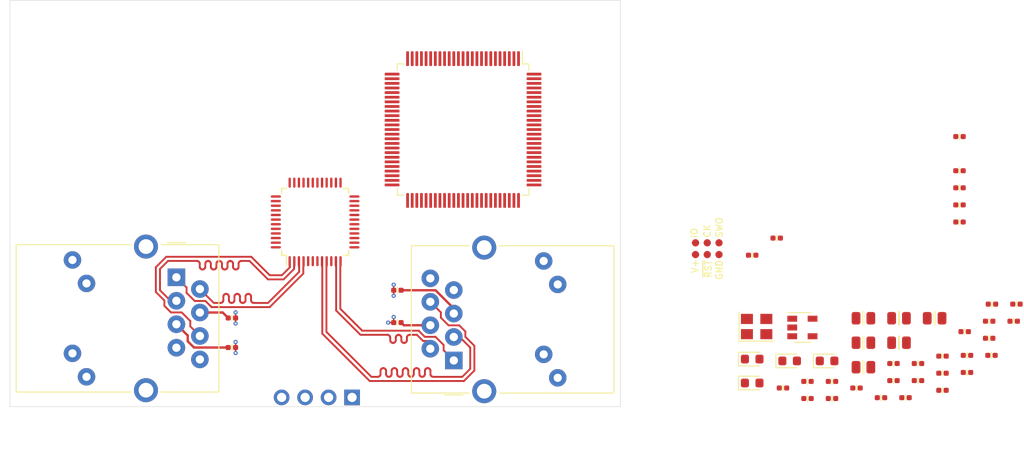
<source format=kicad_pcb>
(kicad_pcb (version 20171130) (host pcbnew 5.1.9)

  (general
    (thickness 1.6)
    (drawings 4)
    (tracks 538)
    (zones 0)
    (modules 53)
    (nets 135)
  )

  (page A4)
  (layers
    (0 F.Cu signal)
    (1 In1.Cu signal)
    (2 In2.Cu signal)
    (31 B.Cu signal)
    (32 B.Adhes user)
    (33 F.Adhes user)
    (34 B.Paste user)
    (35 F.Paste user)
    (36 B.SilkS user)
    (37 F.SilkS user)
    (38 B.Mask user)
    (39 F.Mask user)
    (40 Dwgs.User user)
    (41 Cmts.User user)
    (42 Eco1.User user)
    (43 Eco2.User user)
    (44 Edge.Cuts user)
    (45 Margin user)
    (46 B.CrtYd user)
    (47 F.CrtYd user)
    (48 B.Fab user)
    (49 F.Fab user)
  )

  (setup
    (last_trace_width 0.15)
    (trace_clearance 0.15)
    (zone_clearance 0.508)
    (zone_45_only no)
    (trace_min 0.1)
    (via_size 0.45)
    (via_drill 0.2)
    (via_min_size 0.45)
    (via_min_drill 0.2)
    (uvia_size 0.3)
    (uvia_drill 0.1)
    (uvias_allowed no)
    (uvia_min_size 0.2)
    (uvia_min_drill 0.1)
    (edge_width 0.05)
    (segment_width 0.2)
    (pcb_text_width 0.3)
    (pcb_text_size 1.5 1.5)
    (mod_edge_width 0.1)
    (mod_text_size 1 1)
    (mod_text_width 0.15)
    (pad_size 1.524 1.524)
    (pad_drill 0.762)
    (pad_to_mask_clearance 0)
    (aux_axis_origin 0 0)
    (visible_elements FFFFFF7F)
    (pcbplotparams
      (layerselection 0x010fc_ffffffff)
      (usegerberextensions false)
      (usegerberattributes true)
      (usegerberadvancedattributes true)
      (creategerberjobfile true)
      (excludeedgelayer true)
      (linewidth 0.100000)
      (plotframeref false)
      (viasonmask false)
      (mode 1)
      (useauxorigin false)
      (hpglpennumber 1)
      (hpglpenspeed 20)
      (hpglpendiameter 15.000000)
      (psnegative false)
      (psa4output false)
      (plotreference true)
      (plotvalue true)
      (plotinvisibletext false)
      (padsonsilk false)
      (subtractmaskfromsilk false)
      (outputformat 1)
      (mirror false)
      (drillshape 1)
      (scaleselection 1)
      (outputdirectory ""))
  )

  (net 0 "")
  (net 1 +3V3)
  (net 2 GND)
  (net 3 "Net-(C2-Pad2)")
  (net 4 "Net-(C3-Pad2)")
  (net 5 /NRST)
  (net 6 +5V)
  (net 7 /1.8V)
  (net 8 "Net-(C23-Pad1)")
  (net 9 "Net-(C24-Pad1)")
  (net 10 "Net-(C25-Pad1)")
  (net 11 "Net-(C26-Pad1)")
  (net 12 "Net-(D1-Pad2)")
  (net 13 "Net-(D2-Pad2)")
  (net 14 "Net-(D3-Pad2)")
  (net 15 "Net-(D4-Pad2)")
  (net 16 "Net-(J1-Pad6)")
  (net 17 /SWCLK)
  (net 18 /SWDIO)
  (net 19 /USART1_TX)
  (net 20 /USART1_RX)
  (net 21 "Net-(J3-PadL4)")
  (net 22 "Net-(J3-PadL1)")
  (net 23 "Net-(J3-PadR7)")
  (net 24 /RX1_N)
  (net 25 /RX1_P)
  (net 26 /TX1_N)
  (net 27 /TX1_P)
  (net 28 "Net-(J4-PadL4)")
  (net 29 "Net-(J4-PadL1)")
  (net 30 "Net-(J4-PadR7)")
  (net 31 /RX2_N)
  (net 32 /RX2_P)
  (net 33 /TX2_N)
  (net 34 /TX2_P)
  (net 35 "Net-(R1-Pad1)")
  (net 36 "Net-(R2-Pad1)")
  (net 37 "Net-(R3-Pad1)")
  (net 38 "Net-(R4-Pad1)")
  (net 39 "Net-(R5-Pad1)")
  (net 40 /ETH_MDIO)
  (net 41 "Net-(R7-Pad2)")
  (net 42 /ETH_RST)
  (net 43 /TRAFFIC1)
  (net 44 /LINK1)
  (net 45 /TRAFFIC2)
  (net 46 /LINK2)
  (net 47 "Net-(U1-Pad98)")
  (net 48 "Net-(U1-Pad97)")
  (net 49 "Net-(U1-Pad96)")
  (net 50 "Net-(U1-Pad95)")
  (net 51 "Net-(U1-Pad93)")
  (net 52 "Net-(U1-Pad92)")
  (net 53 "Net-(U1-Pad91)")
  (net 54 "Net-(U1-Pad90)")
  (net 55 "Net-(U1-Pad89)")
  (net 56 "Net-(U1-Pad88)")
  (net 57 "Net-(U1-Pad87)")
  (net 58 "Net-(U1-Pad86)")
  (net 59 "Net-(U1-Pad85)")
  (net 60 "Net-(U1-Pad84)")
  (net 61 "Net-(U1-Pad83)")
  (net 62 "Net-(U1-Pad82)")
  (net 63 "Net-(U1-Pad81)")
  (net 64 "Net-(U1-Pad80)")
  (net 65 "Net-(U1-Pad79)")
  (net 66 "Net-(U1-Pad78)")
  (net 67 "Net-(U1-Pad77)")
  (net 68 "Net-(U1-Pad71)")
  (net 69 "Net-(U1-Pad70)")
  (net 70 /MCO)
  (net 71 "Net-(U1-Pad66)")
  (net 72 "Net-(U1-Pad65)")
  (net 73 "Net-(U1-Pad64)")
  (net 74 "Net-(U1-Pad63)")
  (net 75 "Net-(U1-Pad62)")
  (net 76 "Net-(U1-Pad61)")
  (net 77 "Net-(U1-Pad60)")
  (net 78 "Net-(U1-Pad59)")
  (net 79 "Net-(U1-Pad58)")
  (net 80 "Net-(U1-Pad57)")
  (net 81 "Net-(U1-Pad56)")
  (net 82 "Net-(U1-Pad55)")
  (net 83 "Net-(U1-Pad54)")
  (net 84 "Net-(U1-Pad53)")
  (net 85 /ETH_TXD1)
  (net 86 /ETH_TXD0)
  (net 87 /ETH_TX_EN)
  (net 88 "Net-(U1-Pad46)")
  (net 89 "Net-(U1-Pad45)")
  (net 90 "Net-(U1-Pad44)")
  (net 91 "Net-(U1-Pad43)")
  (net 92 "Net-(U1-Pad42)")
  (net 93 "Net-(U1-Pad41)")
  (net 94 "Net-(U1-Pad40)")
  (net 95 "Net-(U1-Pad39)")
  (net 96 "Net-(U1-Pad38)")
  (net 97 "Net-(U1-Pad37)")
  (net 98 "Net-(U1-Pad36)")
  (net 99 "Net-(U1-Pad35)")
  (net 100 /ETH_RXD1)
  (net 101 /ETH_RXD0)
  (net 102 /ETH_CRS_DV)
  (net 103 "Net-(U1-Pad31)")
  (net 104 "Net-(U1-Pad30)")
  (net 105 "Net-(U1-Pad29)")
  (net 106 "Net-(U1-Pad26)")
  (net 107 /ETH_REFCLK)
  (net 108 "Net-(U1-Pad23)")
  (net 109 "Net-(U1-Pad18)")
  (net 110 "Net-(U1-Pad17)")
  (net 111 /ETH_MDC)
  (net 112 "Net-(U1-Pad15)")
  (net 113 "Net-(U1-Pad13)")
  (net 114 "Net-(U1-Pad12)")
  (net 115 "Net-(U1-Pad9)")
  (net 116 "Net-(U1-Pad8)")
  (net 117 "Net-(U1-Pad7)")
  (net 118 "Net-(U1-Pad5)")
  (net 119 "Net-(U2-Pad13)")
  (net 120 "Net-(U2-Pad15)")
  (net 121 "Net-(U2-Pad17)")
  (net 122 "Net-(U2-Pad18)")
  (net 123 "Net-(U2-Pad24)")
  (net 124 "Net-(U2-Pad27)")
  (net 125 "Net-(U2-Pad30)")
  (net 126 "Net-(U2-Pad33)")
  (net 127 "Net-(U2-Pad34)")
  (net 128 "Net-(U2-Pad35)")
  (net 129 "Net-(U2-Pad38)")
  (net 130 "Net-(U2-Pad48)")
  (net 131 "Net-(U3-Pad4)")
  (net 132 /VDDA_3V3)
  (net 133 /VDDA_1V8)
  (net 134 /ISET)

  (net_class Default "This is the default net class."
    (clearance 0.15)
    (trace_width 0.15)
    (via_dia 0.45)
    (via_drill 0.2)
    (uvia_dia 0.3)
    (uvia_drill 0.1)
    (diff_pair_width 0.2)
    (diff_pair_gap 0.15)
    (add_net +3V3)
    (add_net +5V)
    (add_net /1.8V)
    (add_net /ETH_CRS_DV)
    (add_net /ETH_MDC)
    (add_net /ETH_MDIO)
    (add_net /ETH_REFCLK)
    (add_net /ETH_RST)
    (add_net /ETH_RXD0)
    (add_net /ETH_RXD1)
    (add_net /ETH_TXD0)
    (add_net /ETH_TXD1)
    (add_net /ETH_TX_EN)
    (add_net /ISET)
    (add_net /LINK1)
    (add_net /LINK2)
    (add_net /MCO)
    (add_net /NRST)
    (add_net /RX1_N)
    (add_net /RX1_P)
    (add_net /RX2_N)
    (add_net /RX2_P)
    (add_net /SWCLK)
    (add_net /SWDIO)
    (add_net /TRAFFIC1)
    (add_net /TRAFFIC2)
    (add_net /TX1_N)
    (add_net /TX1_P)
    (add_net /TX2_N)
    (add_net /TX2_P)
    (add_net /USART1_RX)
    (add_net /USART1_TX)
    (add_net /VDDA_1V8)
    (add_net /VDDA_3V3)
    (add_net GND)
    (add_net "Net-(C2-Pad2)")
    (add_net "Net-(C23-Pad1)")
    (add_net "Net-(C24-Pad1)")
    (add_net "Net-(C25-Pad1)")
    (add_net "Net-(C26-Pad1)")
    (add_net "Net-(C3-Pad2)")
    (add_net "Net-(D1-Pad2)")
    (add_net "Net-(D2-Pad2)")
    (add_net "Net-(D3-Pad2)")
    (add_net "Net-(D4-Pad2)")
    (add_net "Net-(J1-Pad6)")
    (add_net "Net-(J3-PadL1)")
    (add_net "Net-(J3-PadL4)")
    (add_net "Net-(J3-PadR7)")
    (add_net "Net-(J4-PadL1)")
    (add_net "Net-(J4-PadL4)")
    (add_net "Net-(J4-PadR7)")
    (add_net "Net-(R1-Pad1)")
    (add_net "Net-(R2-Pad1)")
    (add_net "Net-(R3-Pad1)")
    (add_net "Net-(R4-Pad1)")
    (add_net "Net-(R5-Pad1)")
    (add_net "Net-(R7-Pad2)")
    (add_net "Net-(U1-Pad12)")
    (add_net "Net-(U1-Pad13)")
    (add_net "Net-(U1-Pad15)")
    (add_net "Net-(U1-Pad17)")
    (add_net "Net-(U1-Pad18)")
    (add_net "Net-(U1-Pad23)")
    (add_net "Net-(U1-Pad26)")
    (add_net "Net-(U1-Pad29)")
    (add_net "Net-(U1-Pad30)")
    (add_net "Net-(U1-Pad31)")
    (add_net "Net-(U1-Pad35)")
    (add_net "Net-(U1-Pad36)")
    (add_net "Net-(U1-Pad37)")
    (add_net "Net-(U1-Pad38)")
    (add_net "Net-(U1-Pad39)")
    (add_net "Net-(U1-Pad40)")
    (add_net "Net-(U1-Pad41)")
    (add_net "Net-(U1-Pad42)")
    (add_net "Net-(U1-Pad43)")
    (add_net "Net-(U1-Pad44)")
    (add_net "Net-(U1-Pad45)")
    (add_net "Net-(U1-Pad46)")
    (add_net "Net-(U1-Pad5)")
    (add_net "Net-(U1-Pad53)")
    (add_net "Net-(U1-Pad54)")
    (add_net "Net-(U1-Pad55)")
    (add_net "Net-(U1-Pad56)")
    (add_net "Net-(U1-Pad57)")
    (add_net "Net-(U1-Pad58)")
    (add_net "Net-(U1-Pad59)")
    (add_net "Net-(U1-Pad60)")
    (add_net "Net-(U1-Pad61)")
    (add_net "Net-(U1-Pad62)")
    (add_net "Net-(U1-Pad63)")
    (add_net "Net-(U1-Pad64)")
    (add_net "Net-(U1-Pad65)")
    (add_net "Net-(U1-Pad66)")
    (add_net "Net-(U1-Pad7)")
    (add_net "Net-(U1-Pad70)")
    (add_net "Net-(U1-Pad71)")
    (add_net "Net-(U1-Pad77)")
    (add_net "Net-(U1-Pad78)")
    (add_net "Net-(U1-Pad79)")
    (add_net "Net-(U1-Pad8)")
    (add_net "Net-(U1-Pad80)")
    (add_net "Net-(U1-Pad81)")
    (add_net "Net-(U1-Pad82)")
    (add_net "Net-(U1-Pad83)")
    (add_net "Net-(U1-Pad84)")
    (add_net "Net-(U1-Pad85)")
    (add_net "Net-(U1-Pad86)")
    (add_net "Net-(U1-Pad87)")
    (add_net "Net-(U1-Pad88)")
    (add_net "Net-(U1-Pad89)")
    (add_net "Net-(U1-Pad9)")
    (add_net "Net-(U1-Pad90)")
    (add_net "Net-(U1-Pad91)")
    (add_net "Net-(U1-Pad92)")
    (add_net "Net-(U1-Pad93)")
    (add_net "Net-(U1-Pad95)")
    (add_net "Net-(U1-Pad96)")
    (add_net "Net-(U1-Pad97)")
    (add_net "Net-(U1-Pad98)")
    (add_net "Net-(U2-Pad13)")
    (add_net "Net-(U2-Pad15)")
    (add_net "Net-(U2-Pad17)")
    (add_net "Net-(U2-Pad18)")
    (add_net "Net-(U2-Pad24)")
    (add_net "Net-(U2-Pad27)")
    (add_net "Net-(U2-Pad30)")
    (add_net "Net-(U2-Pad33)")
    (add_net "Net-(U2-Pad34)")
    (add_net "Net-(U2-Pad35)")
    (add_net "Net-(U2-Pad38)")
    (add_net "Net-(U2-Pad48)")
    (add_net "Net-(U3-Pad4)")
  )

  (module Oscillator:Oscillator_SMD_Abracon_ASE-4Pin_3.2x2.5mm (layer F.Cu) (tedit 58CD3344) (tstamp 5FFCDA1D)
    (at 182.75 94.33)
    (descr "Miniature Crystal Clock Oscillator Abracon ASE series, http://www.abracon.com/Oscillators/ASEseries.pdf, 3.2x2.5mm^2 package")
    (tags "SMD SMT crystal oscillator")
    (path /604BFEC1)
    (attr smd)
    (fp_text reference X1 (at 0 -2.45) (layer F.SilkS) hide
      (effects (font (size 1 1) (thickness 0.15)))
    )
    (fp_text value "25 MHz" (at 0 2.45) (layer F.Fab)
      (effects (font (size 0.5 0.5) (thickness 0.07)))
    )
    (fp_line (start -1.5 -1.25) (end 1.5 -1.25) (layer F.Fab) (width 0.1))
    (fp_line (start 1.5 -1.25) (end 1.6 -1.15) (layer F.Fab) (width 0.1))
    (fp_line (start 1.6 -1.15) (end 1.6 1.15) (layer F.Fab) (width 0.1))
    (fp_line (start 1.6 1.15) (end 1.5 1.25) (layer F.Fab) (width 0.1))
    (fp_line (start 1.5 1.25) (end -1.5 1.25) (layer F.Fab) (width 0.1))
    (fp_line (start -1.5 1.25) (end -1.6 1.15) (layer F.Fab) (width 0.1))
    (fp_line (start -1.6 1.15) (end -1.6 -1.15) (layer F.Fab) (width 0.1))
    (fp_line (start -1.6 -1.15) (end -1.5 -1.25) (layer F.Fab) (width 0.1))
    (fp_line (start -1.6 0.25) (end -0.6 1.25) (layer F.Fab) (width 0.1))
    (fp_line (start -1.9 -1.575) (end -1.9 1.575) (layer F.SilkS) (width 0.12))
    (fp_line (start -1.9 1.575) (end 1.9 1.575) (layer F.SilkS) (width 0.12))
    (fp_line (start -2 -1.7) (end -2 1.7) (layer F.CrtYd) (width 0.05))
    (fp_line (start -2 1.7) (end 2 1.7) (layer F.CrtYd) (width 0.05))
    (fp_line (start 2 1.7) (end 2 -1.7) (layer F.CrtYd) (width 0.05))
    (fp_line (start 2 -1.7) (end -2 -1.7) (layer F.CrtYd) (width 0.05))
    (fp_circle (center 0 0) (end 0.25 0) (layer F.Adhes) (width 0.1))
    (fp_circle (center 0 0) (end 0.208333 0) (layer F.Adhes) (width 0.083333))
    (fp_circle (center 0 0) (end 0.133333 0) (layer F.Adhes) (width 0.083333))
    (fp_circle (center 0 0) (end 0.058333 0) (layer F.Adhes) (width 0.116667))
    (fp_text user %R (at 0 0) (layer F.Fab)
      (effects (font (size 0.7 0.7) (thickness 0.105)))
    )
    (pad 4 smd rect (at -1.05 -0.825) (size 1.3 1.1) (layers F.Cu F.Paste F.Mask)
      (net 1 +3V3))
    (pad 3 smd rect (at 1.05 -0.825) (size 1.3 1.1) (layers F.Cu F.Paste F.Mask)
      (net 114 "Net-(U1-Pad12)"))
    (pad 2 smd rect (at 1.05 0.825) (size 1.3 1.1) (layers F.Cu F.Paste F.Mask)
      (net 2 GND))
    (pad 1 smd rect (at -1.05 0.825) (size 1.3 1.1) (layers F.Cu F.Paste F.Mask)
      (net 1 +3V3))
    (model ${KISYS3DMOD}/Oscillator.3dshapes/Oscillator_SMD_Abracon_ASE-4Pin_3.2x2.5mm.wrl
      (at (xyz 0 0 0))
      (scale (xyz 1 1 1))
      (rotate (xyz 0 0 0))
    )
  )

  (module Package_TO_SOT_SMD:SOT-23-5 (layer F.Cu) (tedit 5A02FF57) (tstamp 5FFCDA01)
    (at 187.7 94.43)
    (descr "5-pin SOT23 package")
    (tags SOT-23-5)
    (path /60733BD2)
    (attr smd)
    (fp_text reference U3 (at 0 -2.9) (layer F.SilkS) hide
      (effects (font (size 1 1) (thickness 0.15)))
    )
    (fp_text value MIC5219-3.3YM5 (at 0 2.9) (layer F.Fab) hide
      (effects (font (size 1 1) (thickness 0.15)))
    )
    (fp_line (start -0.9 1.61) (end 0.9 1.61) (layer F.SilkS) (width 0.12))
    (fp_line (start 0.9 -1.61) (end -1.55 -1.61) (layer F.SilkS) (width 0.12))
    (fp_line (start -1.9 -1.8) (end 1.9 -1.8) (layer F.CrtYd) (width 0.05))
    (fp_line (start 1.9 -1.8) (end 1.9 1.8) (layer F.CrtYd) (width 0.05))
    (fp_line (start 1.9 1.8) (end -1.9 1.8) (layer F.CrtYd) (width 0.05))
    (fp_line (start -1.9 1.8) (end -1.9 -1.8) (layer F.CrtYd) (width 0.05))
    (fp_line (start -0.9 -0.9) (end -0.25 -1.55) (layer F.Fab) (width 0.1))
    (fp_line (start 0.9 -1.55) (end -0.25 -1.55) (layer F.Fab) (width 0.1))
    (fp_line (start -0.9 -0.9) (end -0.9 1.55) (layer F.Fab) (width 0.1))
    (fp_line (start 0.9 1.55) (end -0.9 1.55) (layer F.Fab) (width 0.1))
    (fp_line (start 0.9 -1.55) (end 0.9 1.55) (layer F.Fab) (width 0.1))
    (fp_text user %R (at 0 0 90) (layer F.Fab)
      (effects (font (size 0.5 0.5) (thickness 0.075)))
    )
    (pad 5 smd rect (at 1.1 -0.95) (size 1.06 0.65) (layers F.Cu F.Paste F.Mask)
      (net 1 +3V3))
    (pad 4 smd rect (at 1.1 0.95) (size 1.06 0.65) (layers F.Cu F.Paste F.Mask)
      (net 131 "Net-(U3-Pad4)"))
    (pad 3 smd rect (at -1.1 0.95) (size 1.06 0.65) (layers F.Cu F.Paste F.Mask)
      (net 6 +5V))
    (pad 2 smd rect (at -1.1 0) (size 1.06 0.65) (layers F.Cu F.Paste F.Mask)
      (net 2 GND))
    (pad 1 smd rect (at -1.1 -0.95) (size 1.06 0.65) (layers F.Cu F.Paste F.Mask)
      (net 6 +5V))
    (model ${KISYS3DMOD}/Package_TO_SOT_SMD.3dshapes/SOT-23-5.wrl
      (at (xyz 0 0 0))
      (scale (xyz 1 1 1))
      (rotate (xyz 0 0 0))
    )
  )

  (module qfp:LQFP-48_7x7mm_Pitch0.5mm (layer F.Cu) (tedit 5ADDBB8F) (tstamp 5FFCD9EC)
    (at 135 83 90)
    (descr "48 LEAD LQFP 7x7mm (see MICREL LQFP7x7-48LD-PL-1.pdf)")
    (tags "QFP 0.5")
    (path /5FFD09A8)
    (attr smd)
    (fp_text reference U2 (at 0 -5.5 270) (layer F.SilkS) hide
      (effects (font (size 0.6 0.6) (thickness 0.13)))
    )
    (fp_text value KSZ8863RLL (at 0 3.1 90) (layer F.Fab)
      (effects (font (size 0.4 0.4) (thickness 0.05)))
    )
    (fp_line (start -5 -5) (end -5 5) (layer F.CrtYd) (width 0.05))
    (fp_line (start 5 -5) (end 5 5) (layer F.CrtYd) (width 0.05))
    (fp_line (start -5 -5) (end 5 -5) (layer F.CrtYd) (width 0.05))
    (fp_line (start -5 5) (end 5 5) (layer F.CrtYd) (width 0.05))
    (fp_line (start -3.625 -3.625) (end -3.625 -3.1) (layer F.SilkS) (width 0.15))
    (fp_line (start 3.625 -3.625) (end 3.625 -3.1) (layer F.SilkS) (width 0.15))
    (fp_line (start 3.625 3.625) (end 3.625 3.1) (layer F.SilkS) (width 0.15))
    (fp_line (start -3.625 3.625) (end -3.625 3.1) (layer F.SilkS) (width 0.15))
    (fp_line (start -3.625 -3.625) (end -3.1 -3.625) (layer F.SilkS) (width 0.15))
    (fp_line (start -3.625 3.625) (end -3.1 3.625) (layer F.SilkS) (width 0.15))
    (fp_line (start 3.625 3.625) (end 3.1 3.625) (layer F.SilkS) (width 0.15))
    (fp_line (start 3.625 -3.625) (end 3.1 -3.625) (layer F.SilkS) (width 0.15))
    (fp_line (start -3.625 -3.1) (end -4.7 -3.1) (layer F.SilkS) (width 0.15))
    (fp_line (start -3.5 -3.5) (end -3.5 3.5) (layer F.Fab) (width 0.15))
    (fp_line (start -3.5 -3.5) (end 3.7 -3.5) (layer F.Fab) (width 0.15))
    (fp_line (start 3.5 -3.5) (end 3.5 3.5) (layer F.Fab) (width 0.15))
    (fp_line (start -3.5 3.5) (end 3.5 3.5) (layer F.Fab) (width 0.15))
    (fp_line (start -3.5 -2.2) (end -2.2 -3.5) (layer F.Fab) (width 0.15))
    (fp_text user %R (at 0 0 90) (layer F.Fab)
      (effects (font (size 0.7 0.7) (thickness 0.125)))
    )
    (pad 1 smd oval (at -4.25 -2.75 90) (size 1.1 0.25) (layers F.Cu F.Paste F.Mask)
      (net 24 /RX1_N))
    (pad 2 smd oval (at -4.25 -2.25 90) (size 1.1 0.25) (layers F.Cu F.Paste F.Mask)
      (net 25 /RX1_P))
    (pad 3 smd oval (at -4.25 -1.75 90) (size 1.1 0.25) (layers F.Cu F.Paste F.Mask)
      (net 26 /TX1_N))
    (pad 4 smd oval (at -4.25 -1.25 90) (size 1.1 0.25) (layers F.Cu F.Paste F.Mask)
      (net 27 /TX1_P))
    (pad 5 smd oval (at -4.25 -0.75 90) (size 1.1 0.25) (layers F.Cu F.Paste F.Mask)
      (net 132 /VDDA_3V3))
    (pad 6 smd oval (at -4.25 -0.25 90) (size 1.1 0.25) (layers F.Cu F.Paste F.Mask)
      (net 134 /ISET))
    (pad 7 smd oval (at -4.25 0.25 90) (size 1.1 0.25) (layers F.Cu F.Paste F.Mask)
      (net 133 /VDDA_1V8))
    (pad 8 smd oval (at -4.25 0.75 90) (size 1.1 0.25) (layers F.Cu F.Paste F.Mask)
      (net 31 /RX2_N))
    (pad 9 smd oval (at -4.25 1.25 90) (size 1.1 0.25) (layers F.Cu F.Paste F.Mask)
      (net 32 /RX2_P))
    (pad 10 smd oval (at -4.25 1.75 90) (size 1.1 0.25) (layers F.Cu F.Paste F.Mask)
      (net 2 GND))
    (pad 11 smd oval (at -4.25 2.25 90) (size 1.1 0.25) (layers F.Cu F.Paste F.Mask)
      (net 33 /TX2_N))
    (pad 12 smd oval (at -4.25 2.75 90) (size 1.1 0.25) (layers F.Cu F.Paste F.Mask)
      (net 34 /TX2_P))
    (pad 13 smd oval (at -2.75 4.25 180) (size 1.1 0.25) (layers F.Cu F.Paste F.Mask)
      (net 119 "Net-(U2-Pad13)"))
    (pad 14 smd oval (at -2.25 4.25 180) (size 1.1 0.25) (layers F.Cu F.Paste F.Mask)
      (net 70 /MCO))
    (pad 15 smd oval (at -1.75 4.25 180) (size 1.1 0.25) (layers F.Cu F.Paste F.Mask)
      (net 120 "Net-(U2-Pad15)"))
    (pad 16 smd oval (at -1.25 4.25 180) (size 1.1 0.25) (layers F.Cu F.Paste F.Mask)
      (net 87 /ETH_TX_EN))
    (pad 17 smd oval (at -0.75 4.25 180) (size 1.1 0.25) (layers F.Cu F.Paste F.Mask)
      (net 121 "Net-(U2-Pad17)"))
    (pad 18 smd oval (at -0.25 4.25 180) (size 1.1 0.25) (layers F.Cu F.Paste F.Mask)
      (net 122 "Net-(U2-Pad18)"))
    (pad 19 smd oval (at 0.25 4.25 180) (size 1.1 0.25) (layers F.Cu F.Paste F.Mask)
      (net 85 /ETH_TXD1))
    (pad 20 smd oval (at 0.75 4.25 180) (size 1.1 0.25) (layers F.Cu F.Paste F.Mask)
      (net 86 /ETH_TXD0))
    (pad 21 smd oval (at 1.25 4.25 180) (size 1.1 0.25) (layers F.Cu F.Paste F.Mask)
      (net 2 GND))
    (pad 22 smd oval (at 1.75 4.25 180) (size 1.1 0.25) (layers F.Cu F.Paste F.Mask)
      (net 1 +3V3))
    (pad 23 smd oval (at 2.25 4.25 180) (size 1.1 0.25) (layers F.Cu F.Paste F.Mask)
      (net 107 /ETH_REFCLK))
    (pad 24 smd oval (at 2.75 4.25 180) (size 1.1 0.25) (layers F.Cu F.Paste F.Mask)
      (net 123 "Net-(U2-Pad24)"))
    (pad 25 smd oval (at 4.25 2.75 90) (size 1.1 0.25) (layers F.Cu F.Paste F.Mask)
      (net 102 /ETH_CRS_DV))
    (pad 26 smd oval (at 4.25 2.25 90) (size 1.1 0.25) (layers F.Cu F.Paste F.Mask)
      (net 107 /ETH_REFCLK))
    (pad 27 smd oval (at 4.25 1.75 90) (size 1.1 0.25) (layers F.Cu F.Paste F.Mask)
      (net 124 "Net-(U2-Pad27)"))
    (pad 28 smd oval (at 4.25 1.25 90) (size 1.1 0.25) (layers F.Cu F.Paste F.Mask)
      (net 100 /ETH_RXD1))
    (pad 29 smd oval (at 4.25 0.75 90) (size 1.1 0.25) (layers F.Cu F.Paste F.Mask)
      (net 101 /ETH_RXD0))
    (pad 30 smd oval (at 4.25 0.25 90) (size 1.1 0.25) (layers F.Cu F.Paste F.Mask)
      (net 125 "Net-(U2-Pad30)"))
    (pad 31 smd oval (at 4.25 -0.25 90) (size 1.1 0.25) (layers F.Cu F.Paste F.Mask)
      (net 2 GND))
    (pad 32 smd oval (at 4.25 -0.75 90) (size 1.1 0.25) (layers F.Cu F.Paste F.Mask)
      (net 7 /1.8V))
    (pad 33 smd oval (at 4.25 -1.25 90) (size 1.1 0.25) (layers F.Cu F.Paste F.Mask)
      (net 126 "Net-(U2-Pad33)"))
    (pad 34 smd oval (at 4.25 -1.75 90) (size 1.1 0.25) (layers F.Cu F.Paste F.Mask)
      (net 127 "Net-(U2-Pad34)"))
    (pad 35 smd oval (at 4.25 -2.25 90) (size 1.1 0.25) (layers F.Cu F.Paste F.Mask)
      (net 128 "Net-(U2-Pad35)"))
    (pad 36 smd oval (at 4.25 -2.75 90) (size 1.1 0.25) (layers F.Cu F.Paste F.Mask)
      (net 111 /ETH_MDC))
    (pad 37 smd oval (at 2.75 -4.25 180) (size 1.1 0.25) (layers F.Cu F.Paste F.Mask)
      (net 40 /ETH_MDIO))
    (pad 38 smd oval (at 2.25 -4.25 180) (size 1.1 0.25) (layers F.Cu F.Paste F.Mask)
      (net 129 "Net-(U2-Pad38)"))
    (pad 39 smd oval (at 1.75 -4.25 180) (size 1.1 0.25) (layers F.Cu F.Paste F.Mask)
      (net 41 "Net-(R7-Pad2)"))
    (pad 40 smd oval (at 1.25 -4.25 180) (size 1.1 0.25) (layers F.Cu F.Paste F.Mask)
      (net 1 +3V3))
    (pad 41 smd oval (at 0.75 -4.25 180) (size 1.1 0.25) (layers F.Cu F.Paste F.Mask)
      (net 2 GND))
    (pad 42 smd oval (at 0.25 -4.25 180) (size 1.1 0.25) (layers F.Cu F.Paste F.Mask)
      (net 7 /1.8V))
    (pad 43 smd oval (at -0.25 -4.25 180) (size 1.1 0.25) (layers F.Cu F.Paste F.Mask)
      (net 43 /TRAFFIC1))
    (pad 44 smd oval (at -0.75 -4.25 180) (size 1.1 0.25) (layers F.Cu F.Paste F.Mask)
      (net 44 /LINK1))
    (pad 45 smd oval (at -1.25 -4.25 180) (size 1.1 0.25) (layers F.Cu F.Paste F.Mask)
      (net 45 /TRAFFIC2))
    (pad 46 smd oval (at -1.75 -4.25 180) (size 1.1 0.25) (layers F.Cu F.Paste F.Mask)
      (net 46 /LINK2))
    (pad 47 smd oval (at -2.25 -4.25 180) (size 1.1 0.25) (layers F.Cu F.Paste F.Mask)
      (net 42 /ETH_RST))
    (pad 48 smd oval (at -2.75 -4.25 180) (size 1.1 0.25) (layers F.Cu F.Paste F.Mask)
      (net 130 "Net-(U2-Pad48)"))
    (model ${KISYS3DMOD}/Package_QFP.3dshapes/LQFP-48_7x7mm_P0.5mm.step
      (at (xyz 0 0 0))
      (scale (xyz 1 1 1))
      (rotate (xyz 0 0 0))
    )
  )

  (module Package_QFP:LQFP-100_14x14mm_P0.5mm (layer F.Cu) (tedit 5D9F72B0) (tstamp 5FFCD9A5)
    (at 151 73 270)
    (descr "LQFP, 100 Pin (https://www.nxp.com/docs/en/package-information/SOT407-1.pdf), generated with kicad-footprint-generator ipc_gullwing_generator.py")
    (tags "LQFP QFP")
    (path /5FFD292D)
    (attr smd)
    (fp_text reference U1 (at 0 -9.42 90) (layer F.SilkS) hide
      (effects (font (size 1 1) (thickness 0.15)))
    )
    (fp_text value STM32F407VETx (at 0 6.2 90) (layer F.Fab)
      (effects (font (size 0.5 0.5) (thickness 0.07)))
    )
    (fp_line (start 6.41 7.11) (end 7.11 7.11) (layer F.SilkS) (width 0.12))
    (fp_line (start 7.11 7.11) (end 7.11 6.41) (layer F.SilkS) (width 0.12))
    (fp_line (start -6.41 7.11) (end -7.11 7.11) (layer F.SilkS) (width 0.12))
    (fp_line (start -7.11 7.11) (end -7.11 6.41) (layer F.SilkS) (width 0.12))
    (fp_line (start 6.41 -7.11) (end 7.11 -7.11) (layer F.SilkS) (width 0.12))
    (fp_line (start 7.11 -7.11) (end 7.11 -6.41) (layer F.SilkS) (width 0.12))
    (fp_line (start -6.41 -7.11) (end -7.11 -7.11) (layer F.SilkS) (width 0.12))
    (fp_line (start -7.11 -7.11) (end -7.11 -6.41) (layer F.SilkS) (width 0.12))
    (fp_line (start -7.11 -6.41) (end -8.475 -6.41) (layer F.SilkS) (width 0.12))
    (fp_line (start -6 -7) (end 7 -7) (layer F.Fab) (width 0.1))
    (fp_line (start 7 -7) (end 7 7) (layer F.Fab) (width 0.1))
    (fp_line (start 7 7) (end -7 7) (layer F.Fab) (width 0.1))
    (fp_line (start -7 7) (end -7 -6) (layer F.Fab) (width 0.1))
    (fp_line (start -7 -6) (end -6 -7) (layer F.Fab) (width 0.1))
    (fp_line (start 0 -8.72) (end -6.4 -8.72) (layer F.CrtYd) (width 0.05))
    (fp_line (start -6.4 -8.72) (end -6.4 -7.25) (layer F.CrtYd) (width 0.05))
    (fp_line (start -6.4 -7.25) (end -7.25 -7.25) (layer F.CrtYd) (width 0.05))
    (fp_line (start -7.25 -7.25) (end -7.25 -6.4) (layer F.CrtYd) (width 0.05))
    (fp_line (start -7.25 -6.4) (end -8.72 -6.4) (layer F.CrtYd) (width 0.05))
    (fp_line (start -8.72 -6.4) (end -8.72 0) (layer F.CrtYd) (width 0.05))
    (fp_line (start 0 -8.72) (end 6.4 -8.72) (layer F.CrtYd) (width 0.05))
    (fp_line (start 6.4 -8.72) (end 6.4 -7.25) (layer F.CrtYd) (width 0.05))
    (fp_line (start 6.4 -7.25) (end 7.25 -7.25) (layer F.CrtYd) (width 0.05))
    (fp_line (start 7.25 -7.25) (end 7.25 -6.4) (layer F.CrtYd) (width 0.05))
    (fp_line (start 7.25 -6.4) (end 8.72 -6.4) (layer F.CrtYd) (width 0.05))
    (fp_line (start 8.72 -6.4) (end 8.72 0) (layer F.CrtYd) (width 0.05))
    (fp_line (start 0 8.72) (end -6.4 8.72) (layer F.CrtYd) (width 0.05))
    (fp_line (start -6.4 8.72) (end -6.4 7.25) (layer F.CrtYd) (width 0.05))
    (fp_line (start -6.4 7.25) (end -7.25 7.25) (layer F.CrtYd) (width 0.05))
    (fp_line (start -7.25 7.25) (end -7.25 6.4) (layer F.CrtYd) (width 0.05))
    (fp_line (start -7.25 6.4) (end -8.72 6.4) (layer F.CrtYd) (width 0.05))
    (fp_line (start -8.72 6.4) (end -8.72 0) (layer F.CrtYd) (width 0.05))
    (fp_line (start 0 8.72) (end 6.4 8.72) (layer F.CrtYd) (width 0.05))
    (fp_line (start 6.4 8.72) (end 6.4 7.25) (layer F.CrtYd) (width 0.05))
    (fp_line (start 6.4 7.25) (end 7.25 7.25) (layer F.CrtYd) (width 0.05))
    (fp_line (start 7.25 7.25) (end 7.25 6.4) (layer F.CrtYd) (width 0.05))
    (fp_line (start 7.25 6.4) (end 8.72 6.4) (layer F.CrtYd) (width 0.05))
    (fp_line (start 8.72 6.4) (end 8.72 0) (layer F.CrtYd) (width 0.05))
    (fp_text user %R (at 0 0 90) (layer F.Fab)
      (effects (font (size 1 1) (thickness 0.15)))
    )
    (pad 100 smd roundrect (at -6 -7.675 270) (size 0.3 1.6) (layers F.Cu F.Paste F.Mask) (roundrect_rratio 0.25)
      (net 1 +3V3))
    (pad 99 smd roundrect (at -5.5 -7.675 270) (size 0.3 1.6) (layers F.Cu F.Paste F.Mask) (roundrect_rratio 0.25)
      (net 2 GND))
    (pad 98 smd roundrect (at -5 -7.675 270) (size 0.3 1.6) (layers F.Cu F.Paste F.Mask) (roundrect_rratio 0.25)
      (net 47 "Net-(U1-Pad98)"))
    (pad 97 smd roundrect (at -4.5 -7.675 270) (size 0.3 1.6) (layers F.Cu F.Paste F.Mask) (roundrect_rratio 0.25)
      (net 48 "Net-(U1-Pad97)"))
    (pad 96 smd roundrect (at -4 -7.675 270) (size 0.3 1.6) (layers F.Cu F.Paste F.Mask) (roundrect_rratio 0.25)
      (net 49 "Net-(U1-Pad96)"))
    (pad 95 smd roundrect (at -3.5 -7.675 270) (size 0.3 1.6) (layers F.Cu F.Paste F.Mask) (roundrect_rratio 0.25)
      (net 50 "Net-(U1-Pad95)"))
    (pad 94 smd roundrect (at -3 -7.675 270) (size 0.3 1.6) (layers F.Cu F.Paste F.Mask) (roundrect_rratio 0.25)
      (net 39 "Net-(R5-Pad1)"))
    (pad 93 smd roundrect (at -2.5 -7.675 270) (size 0.3 1.6) (layers F.Cu F.Paste F.Mask) (roundrect_rratio 0.25)
      (net 51 "Net-(U1-Pad93)"))
    (pad 92 smd roundrect (at -2 -7.675 270) (size 0.3 1.6) (layers F.Cu F.Paste F.Mask) (roundrect_rratio 0.25)
      (net 52 "Net-(U1-Pad92)"))
    (pad 91 smd roundrect (at -1.5 -7.675 270) (size 0.3 1.6) (layers F.Cu F.Paste F.Mask) (roundrect_rratio 0.25)
      (net 53 "Net-(U1-Pad91)"))
    (pad 90 smd roundrect (at -1 -7.675 270) (size 0.3 1.6) (layers F.Cu F.Paste F.Mask) (roundrect_rratio 0.25)
      (net 54 "Net-(U1-Pad90)"))
    (pad 89 smd roundrect (at -0.5 -7.675 270) (size 0.3 1.6) (layers F.Cu F.Paste F.Mask) (roundrect_rratio 0.25)
      (net 55 "Net-(U1-Pad89)"))
    (pad 88 smd roundrect (at 0 -7.675 270) (size 0.3 1.6) (layers F.Cu F.Paste F.Mask) (roundrect_rratio 0.25)
      (net 56 "Net-(U1-Pad88)"))
    (pad 87 smd roundrect (at 0.5 -7.675 270) (size 0.3 1.6) (layers F.Cu F.Paste F.Mask) (roundrect_rratio 0.25)
      (net 57 "Net-(U1-Pad87)"))
    (pad 86 smd roundrect (at 1 -7.675 270) (size 0.3 1.6) (layers F.Cu F.Paste F.Mask) (roundrect_rratio 0.25)
      (net 58 "Net-(U1-Pad86)"))
    (pad 85 smd roundrect (at 1.5 -7.675 270) (size 0.3 1.6) (layers F.Cu F.Paste F.Mask) (roundrect_rratio 0.25)
      (net 59 "Net-(U1-Pad85)"))
    (pad 84 smd roundrect (at 2 -7.675 270) (size 0.3 1.6) (layers F.Cu F.Paste F.Mask) (roundrect_rratio 0.25)
      (net 60 "Net-(U1-Pad84)"))
    (pad 83 smd roundrect (at 2.5 -7.675 270) (size 0.3 1.6) (layers F.Cu F.Paste F.Mask) (roundrect_rratio 0.25)
      (net 61 "Net-(U1-Pad83)"))
    (pad 82 smd roundrect (at 3 -7.675 270) (size 0.3 1.6) (layers F.Cu F.Paste F.Mask) (roundrect_rratio 0.25)
      (net 62 "Net-(U1-Pad82)"))
    (pad 81 smd roundrect (at 3.5 -7.675 270) (size 0.3 1.6) (layers F.Cu F.Paste F.Mask) (roundrect_rratio 0.25)
      (net 63 "Net-(U1-Pad81)"))
    (pad 80 smd roundrect (at 4 -7.675 270) (size 0.3 1.6) (layers F.Cu F.Paste F.Mask) (roundrect_rratio 0.25)
      (net 64 "Net-(U1-Pad80)"))
    (pad 79 smd roundrect (at 4.5 -7.675 270) (size 0.3 1.6) (layers F.Cu F.Paste F.Mask) (roundrect_rratio 0.25)
      (net 65 "Net-(U1-Pad79)"))
    (pad 78 smd roundrect (at 5 -7.675 270) (size 0.3 1.6) (layers F.Cu F.Paste F.Mask) (roundrect_rratio 0.25)
      (net 66 "Net-(U1-Pad78)"))
    (pad 77 smd roundrect (at 5.5 -7.675 270) (size 0.3 1.6) (layers F.Cu F.Paste F.Mask) (roundrect_rratio 0.25)
      (net 67 "Net-(U1-Pad77)"))
    (pad 76 smd roundrect (at 6 -7.675 270) (size 0.3 1.6) (layers F.Cu F.Paste F.Mask) (roundrect_rratio 0.25)
      (net 17 /SWCLK))
    (pad 75 smd roundrect (at 7.675 -6 270) (size 1.6 0.3) (layers F.Cu F.Paste F.Mask) (roundrect_rratio 0.25)
      (net 1 +3V3))
    (pad 74 smd roundrect (at 7.675 -5.5 270) (size 1.6 0.3) (layers F.Cu F.Paste F.Mask) (roundrect_rratio 0.25)
      (net 2 GND))
    (pad 73 smd roundrect (at 7.675 -5 270) (size 1.6 0.3) (layers F.Cu F.Paste F.Mask) (roundrect_rratio 0.25)
      (net 4 "Net-(C3-Pad2)"))
    (pad 72 smd roundrect (at 7.675 -4.5 270) (size 1.6 0.3) (layers F.Cu F.Paste F.Mask) (roundrect_rratio 0.25)
      (net 18 /SWDIO))
    (pad 71 smd roundrect (at 7.675 -4 270) (size 1.6 0.3) (layers F.Cu F.Paste F.Mask) (roundrect_rratio 0.25)
      (net 68 "Net-(U1-Pad71)"))
    (pad 70 smd roundrect (at 7.675 -3.5 270) (size 1.6 0.3) (layers F.Cu F.Paste F.Mask) (roundrect_rratio 0.25)
      (net 69 "Net-(U1-Pad70)"))
    (pad 69 smd roundrect (at 7.675 -3 270) (size 1.6 0.3) (layers F.Cu F.Paste F.Mask) (roundrect_rratio 0.25)
      (net 20 /USART1_RX))
    (pad 68 smd roundrect (at 7.675 -2.5 270) (size 1.6 0.3) (layers F.Cu F.Paste F.Mask) (roundrect_rratio 0.25)
      (net 19 /USART1_TX))
    (pad 67 smd roundrect (at 7.675 -2 270) (size 1.6 0.3) (layers F.Cu F.Paste F.Mask) (roundrect_rratio 0.25)
      (net 70 /MCO))
    (pad 66 smd roundrect (at 7.675 -1.5 270) (size 1.6 0.3) (layers F.Cu F.Paste F.Mask) (roundrect_rratio 0.25)
      (net 71 "Net-(U1-Pad66)"))
    (pad 65 smd roundrect (at 7.675 -1 270) (size 1.6 0.3) (layers F.Cu F.Paste F.Mask) (roundrect_rratio 0.25)
      (net 72 "Net-(U1-Pad65)"))
    (pad 64 smd roundrect (at 7.675 -0.5 270) (size 1.6 0.3) (layers F.Cu F.Paste F.Mask) (roundrect_rratio 0.25)
      (net 73 "Net-(U1-Pad64)"))
    (pad 63 smd roundrect (at 7.675 0 270) (size 1.6 0.3) (layers F.Cu F.Paste F.Mask) (roundrect_rratio 0.25)
      (net 74 "Net-(U1-Pad63)"))
    (pad 62 smd roundrect (at 7.675 0.5 270) (size 1.6 0.3) (layers F.Cu F.Paste F.Mask) (roundrect_rratio 0.25)
      (net 75 "Net-(U1-Pad62)"))
    (pad 61 smd roundrect (at 7.675 1 270) (size 1.6 0.3) (layers F.Cu F.Paste F.Mask) (roundrect_rratio 0.25)
      (net 76 "Net-(U1-Pad61)"))
    (pad 60 smd roundrect (at 7.675 1.5 270) (size 1.6 0.3) (layers F.Cu F.Paste F.Mask) (roundrect_rratio 0.25)
      (net 77 "Net-(U1-Pad60)"))
    (pad 59 smd roundrect (at 7.675 2 270) (size 1.6 0.3) (layers F.Cu F.Paste F.Mask) (roundrect_rratio 0.25)
      (net 78 "Net-(U1-Pad59)"))
    (pad 58 smd roundrect (at 7.675 2.5 270) (size 1.6 0.3) (layers F.Cu F.Paste F.Mask) (roundrect_rratio 0.25)
      (net 79 "Net-(U1-Pad58)"))
    (pad 57 smd roundrect (at 7.675 3 270) (size 1.6 0.3) (layers F.Cu F.Paste F.Mask) (roundrect_rratio 0.25)
      (net 80 "Net-(U1-Pad57)"))
    (pad 56 smd roundrect (at 7.675 3.5 270) (size 1.6 0.3) (layers F.Cu F.Paste F.Mask) (roundrect_rratio 0.25)
      (net 81 "Net-(U1-Pad56)"))
    (pad 55 smd roundrect (at 7.675 4 270) (size 1.6 0.3) (layers F.Cu F.Paste F.Mask) (roundrect_rratio 0.25)
      (net 82 "Net-(U1-Pad55)"))
    (pad 54 smd roundrect (at 7.675 4.5 270) (size 1.6 0.3) (layers F.Cu F.Paste F.Mask) (roundrect_rratio 0.25)
      (net 83 "Net-(U1-Pad54)"))
    (pad 53 smd roundrect (at 7.675 5 270) (size 1.6 0.3) (layers F.Cu F.Paste F.Mask) (roundrect_rratio 0.25)
      (net 84 "Net-(U1-Pad53)"))
    (pad 52 smd roundrect (at 7.675 5.5 270) (size 1.6 0.3) (layers F.Cu F.Paste F.Mask) (roundrect_rratio 0.25)
      (net 85 /ETH_TXD1))
    (pad 51 smd roundrect (at 7.675 6 270) (size 1.6 0.3) (layers F.Cu F.Paste F.Mask) (roundrect_rratio 0.25)
      (net 86 /ETH_TXD0))
    (pad 50 smd roundrect (at 6 7.675 270) (size 0.3 1.6) (layers F.Cu F.Paste F.Mask) (roundrect_rratio 0.25)
      (net 1 +3V3))
    (pad 49 smd roundrect (at 5.5 7.675 270) (size 0.3 1.6) (layers F.Cu F.Paste F.Mask) (roundrect_rratio 0.25)
      (net 3 "Net-(C2-Pad2)"))
    (pad 48 smd roundrect (at 5 7.675 270) (size 0.3 1.6) (layers F.Cu F.Paste F.Mask) (roundrect_rratio 0.25)
      (net 87 /ETH_TX_EN))
    (pad 47 smd roundrect (at 4.5 7.675 270) (size 0.3 1.6) (layers F.Cu F.Paste F.Mask) (roundrect_rratio 0.25)
      (net 42 /ETH_RST))
    (pad 46 smd roundrect (at 4 7.675 270) (size 0.3 1.6) (layers F.Cu F.Paste F.Mask) (roundrect_rratio 0.25)
      (net 88 "Net-(U1-Pad46)"))
    (pad 45 smd roundrect (at 3.5 7.675 270) (size 0.3 1.6) (layers F.Cu F.Paste F.Mask) (roundrect_rratio 0.25)
      (net 89 "Net-(U1-Pad45)"))
    (pad 44 smd roundrect (at 3 7.675 270) (size 0.3 1.6) (layers F.Cu F.Paste F.Mask) (roundrect_rratio 0.25)
      (net 90 "Net-(U1-Pad44)"))
    (pad 43 smd roundrect (at 2.5 7.675 270) (size 0.3 1.6) (layers F.Cu F.Paste F.Mask) (roundrect_rratio 0.25)
      (net 91 "Net-(U1-Pad43)"))
    (pad 42 smd roundrect (at 2 7.675 270) (size 0.3 1.6) (layers F.Cu F.Paste F.Mask) (roundrect_rratio 0.25)
      (net 92 "Net-(U1-Pad42)"))
    (pad 41 smd roundrect (at 1.5 7.675 270) (size 0.3 1.6) (layers F.Cu F.Paste F.Mask) (roundrect_rratio 0.25)
      (net 93 "Net-(U1-Pad41)"))
    (pad 40 smd roundrect (at 1 7.675 270) (size 0.3 1.6) (layers F.Cu F.Paste F.Mask) (roundrect_rratio 0.25)
      (net 94 "Net-(U1-Pad40)"))
    (pad 39 smd roundrect (at 0.5 7.675 270) (size 0.3 1.6) (layers F.Cu F.Paste F.Mask) (roundrect_rratio 0.25)
      (net 95 "Net-(U1-Pad39)"))
    (pad 38 smd roundrect (at 0 7.675 270) (size 0.3 1.6) (layers F.Cu F.Paste F.Mask) (roundrect_rratio 0.25)
      (net 96 "Net-(U1-Pad38)"))
    (pad 37 smd roundrect (at -0.5 7.675 270) (size 0.3 1.6) (layers F.Cu F.Paste F.Mask) (roundrect_rratio 0.25)
      (net 97 "Net-(U1-Pad37)"))
    (pad 36 smd roundrect (at -1 7.675 270) (size 0.3 1.6) (layers F.Cu F.Paste F.Mask) (roundrect_rratio 0.25)
      (net 98 "Net-(U1-Pad36)"))
    (pad 35 smd roundrect (at -1.5 7.675 270) (size 0.3 1.6) (layers F.Cu F.Paste F.Mask) (roundrect_rratio 0.25)
      (net 99 "Net-(U1-Pad35)"))
    (pad 34 smd roundrect (at -2 7.675 270) (size 0.3 1.6) (layers F.Cu F.Paste F.Mask) (roundrect_rratio 0.25)
      (net 100 /ETH_RXD1))
    (pad 33 smd roundrect (at -2.5 7.675 270) (size 0.3 1.6) (layers F.Cu F.Paste F.Mask) (roundrect_rratio 0.25)
      (net 101 /ETH_RXD0))
    (pad 32 smd roundrect (at -3 7.675 270) (size 0.3 1.6) (layers F.Cu F.Paste F.Mask) (roundrect_rratio 0.25)
      (net 102 /ETH_CRS_DV))
    (pad 31 smd roundrect (at -3.5 7.675 270) (size 0.3 1.6) (layers F.Cu F.Paste F.Mask) (roundrect_rratio 0.25)
      (net 103 "Net-(U1-Pad31)"))
    (pad 30 smd roundrect (at -4 7.675 270) (size 0.3 1.6) (layers F.Cu F.Paste F.Mask) (roundrect_rratio 0.25)
      (net 104 "Net-(U1-Pad30)"))
    (pad 29 smd roundrect (at -4.5 7.675 270) (size 0.3 1.6) (layers F.Cu F.Paste F.Mask) (roundrect_rratio 0.25)
      (net 105 "Net-(U1-Pad29)"))
    (pad 28 smd roundrect (at -5 7.675 270) (size 0.3 1.6) (layers F.Cu F.Paste F.Mask) (roundrect_rratio 0.25)
      (net 1 +3V3))
    (pad 27 smd roundrect (at -5.5 7.675 270) (size 0.3 1.6) (layers F.Cu F.Paste F.Mask) (roundrect_rratio 0.25)
      (net 2 GND))
    (pad 26 smd roundrect (at -6 7.675 270) (size 0.3 1.6) (layers F.Cu F.Paste F.Mask) (roundrect_rratio 0.25)
      (net 106 "Net-(U1-Pad26)"))
    (pad 25 smd roundrect (at -7.675 6 270) (size 1.6 0.3) (layers F.Cu F.Paste F.Mask) (roundrect_rratio 0.25)
      (net 40 /ETH_MDIO))
    (pad 24 smd roundrect (at -7.675 5.5 270) (size 1.6 0.3) (layers F.Cu F.Paste F.Mask) (roundrect_rratio 0.25)
      (net 107 /ETH_REFCLK))
    (pad 23 smd roundrect (at -7.675 5 270) (size 1.6 0.3) (layers F.Cu F.Paste F.Mask) (roundrect_rratio 0.25)
      (net 108 "Net-(U1-Pad23)"))
    (pad 22 smd roundrect (at -7.675 4.5 270) (size 1.6 0.3) (layers F.Cu F.Paste F.Mask) (roundrect_rratio 0.25)
      (net 1 +3V3))
    (pad 21 smd roundrect (at -7.675 4 270) (size 1.6 0.3) (layers F.Cu F.Paste F.Mask) (roundrect_rratio 0.25)
      (net 1 +3V3))
    (pad 20 smd roundrect (at -7.675 3.5 270) (size 1.6 0.3) (layers F.Cu F.Paste F.Mask) (roundrect_rratio 0.25)
      (net 2 GND))
    (pad 19 smd roundrect (at -7.675 3 270) (size 1.6 0.3) (layers F.Cu F.Paste F.Mask) (roundrect_rratio 0.25)
      (net 1 +3V3))
    (pad 18 smd roundrect (at -7.675 2.5 270) (size 1.6 0.3) (layers F.Cu F.Paste F.Mask) (roundrect_rratio 0.25)
      (net 109 "Net-(U1-Pad18)"))
    (pad 17 smd roundrect (at -7.675 2 270) (size 1.6 0.3) (layers F.Cu F.Paste F.Mask) (roundrect_rratio 0.25)
      (net 110 "Net-(U1-Pad17)"))
    (pad 16 smd roundrect (at -7.675 1.5 270) (size 1.6 0.3) (layers F.Cu F.Paste F.Mask) (roundrect_rratio 0.25)
      (net 111 /ETH_MDC))
    (pad 15 smd roundrect (at -7.675 1 270) (size 1.6 0.3) (layers F.Cu F.Paste F.Mask) (roundrect_rratio 0.25)
      (net 112 "Net-(U1-Pad15)"))
    (pad 14 smd roundrect (at -7.675 0.5 270) (size 1.6 0.3) (layers F.Cu F.Paste F.Mask) (roundrect_rratio 0.25)
      (net 5 /NRST))
    (pad 13 smd roundrect (at -7.675 0 270) (size 1.6 0.3) (layers F.Cu F.Paste F.Mask) (roundrect_rratio 0.25)
      (net 113 "Net-(U1-Pad13)"))
    (pad 12 smd roundrect (at -7.675 -0.5 270) (size 1.6 0.3) (layers F.Cu F.Paste F.Mask) (roundrect_rratio 0.25)
      (net 114 "Net-(U1-Pad12)"))
    (pad 11 smd roundrect (at -7.675 -1 270) (size 1.6 0.3) (layers F.Cu F.Paste F.Mask) (roundrect_rratio 0.25)
      (net 1 +3V3))
    (pad 10 smd roundrect (at -7.675 -1.5 270) (size 1.6 0.3) (layers F.Cu F.Paste F.Mask) (roundrect_rratio 0.25)
      (net 2 GND))
    (pad 9 smd roundrect (at -7.675 -2 270) (size 1.6 0.3) (layers F.Cu F.Paste F.Mask) (roundrect_rratio 0.25)
      (net 115 "Net-(U1-Pad9)"))
    (pad 8 smd roundrect (at -7.675 -2.5 270) (size 1.6 0.3) (layers F.Cu F.Paste F.Mask) (roundrect_rratio 0.25)
      (net 116 "Net-(U1-Pad8)"))
    (pad 7 smd roundrect (at -7.675 -3 270) (size 1.6 0.3) (layers F.Cu F.Paste F.Mask) (roundrect_rratio 0.25)
      (net 117 "Net-(U1-Pad7)"))
    (pad 6 smd roundrect (at -7.675 -3.5 270) (size 1.6 0.3) (layers F.Cu F.Paste F.Mask) (roundrect_rratio 0.25)
      (net 1 +3V3))
    (pad 5 smd roundrect (at -7.675 -4 270) (size 1.6 0.3) (layers F.Cu F.Paste F.Mask) (roundrect_rratio 0.25)
      (net 118 "Net-(U1-Pad5)"))
    (pad 4 smd roundrect (at -7.675 -4.5 270) (size 1.6 0.3) (layers F.Cu F.Paste F.Mask) (roundrect_rratio 0.25)
      (net 38 "Net-(R4-Pad1)"))
    (pad 3 smd roundrect (at -7.675 -5 270) (size 1.6 0.3) (layers F.Cu F.Paste F.Mask) (roundrect_rratio 0.25)
      (net 37 "Net-(R3-Pad1)"))
    (pad 2 smd roundrect (at -7.675 -5.5 270) (size 1.6 0.3) (layers F.Cu F.Paste F.Mask) (roundrect_rratio 0.25)
      (net 36 "Net-(R2-Pad1)"))
    (pad 1 smd roundrect (at -7.675 -6 270) (size 1.6 0.3) (layers F.Cu F.Paste F.Mask) (roundrect_rratio 0.25)
      (net 35 "Net-(R1-Pad1)"))
    (model ${KISYS3DMOD}/Package_QFP.3dshapes/LQFP-100_14x14mm_P0.5mm.wrl
      (at (xyz 0 0 0))
      (scale (xyz 1 1 1))
      (rotate (xyz 0 0 0))
    )
  )

  (module passive:R_0402 (layer F.Cu) (tedit 5CA88E29) (tstamp 5FFCD916)
    (at 207.9 95.6)
    (descr "Resistor SMD 0402 (1005 Metric), square (rectangular) end terminal, IPC_7351 nominal, (Body size source: http://www.tortai-tech.com/upload/download/2011102023233369053.pdf), generated with kicad-footprint-generator")
    (tags resistor)
    (path /60088B9B)
    (attr smd)
    (fp_text reference R13 (at -1.8 0) (layer F.SilkS) hide
      (effects (font (size 0.6 0.6) (thickness 0.13)))
    )
    (fp_text value 1k (at 0 0.45) (layer F.Fab)
      (effects (font (size 0.2 0.2) (thickness 0.03)))
    )
    (fp_line (start 0.8 0.4) (end -0.8 0.4) (layer F.CrtYd) (width 0.05))
    (fp_line (start 0.8 -0.4) (end 0.8 0.4) (layer F.CrtYd) (width 0.05))
    (fp_line (start -0.8 -0.4) (end 0.8 -0.4) (layer F.CrtYd) (width 0.05))
    (fp_line (start -0.8 0.4) (end -0.8 -0.4) (layer F.CrtYd) (width 0.05))
    (fp_line (start 0.5 0.25) (end -0.5 0.25) (layer F.Fab) (width 0.1))
    (fp_line (start 0.5 -0.25) (end 0.5 0.25) (layer F.Fab) (width 0.1))
    (fp_line (start -0.5 -0.25) (end 0.5 -0.25) (layer F.Fab) (width 0.1))
    (fp_line (start -0.5 0.25) (end -0.5 -0.25) (layer F.Fab) (width 0.1))
    (fp_line (start 0 -0.3) (end 0 0.3) (layer F.SilkS) (width 0.15))
    (fp_text user %R (at 0 0) (layer F.Fab)
      (effects (font (size 0.2 0.2) (thickness 0.03)))
    )
    (pad 1 smd roundrect (at -0.4 0) (size 0.55 0.55) (layers F.Cu F.Paste F.Mask) (roundrect_rratio 0.25)
      (net 46 /LINK2))
    (pad 2 smd roundrect (at 0.4 0) (size 0.55 0.55) (layers F.Cu F.Paste F.Mask) (roundrect_rratio 0.25)
      (net 29 "Net-(J4-PadL1)"))
    (model ${KISYS3DMOD}/Resistor_SMD.3dshapes/R_0402_1005Metric.step
      (at (xyz 0 0 0))
      (scale (xyz 1 1 1))
      (rotate (xyz 0 0 0))
    )
  )

  (module passive:R_0402 (layer F.Cu) (tedit 5CA88E29) (tstamp 5FFCD906)
    (at 210.55 93.75)
    (descr "Resistor SMD 0402 (1005 Metric), square (rectangular) end terminal, IPC_7351 nominal, (Body size source: http://www.tortai-tech.com/upload/download/2011102023233369053.pdf), generated with kicad-footprint-generator")
    (tags resistor)
    (path /600886AC)
    (attr smd)
    (fp_text reference R12 (at -1.8 0) (layer F.SilkS) hide
      (effects (font (size 0.6 0.6) (thickness 0.13)))
    )
    (fp_text value 1k (at 0 0.45) (layer F.Fab)
      (effects (font (size 0.2 0.2) (thickness 0.03)))
    )
    (fp_line (start 0.8 0.4) (end -0.8 0.4) (layer F.CrtYd) (width 0.05))
    (fp_line (start 0.8 -0.4) (end 0.8 0.4) (layer F.CrtYd) (width 0.05))
    (fp_line (start -0.8 -0.4) (end 0.8 -0.4) (layer F.CrtYd) (width 0.05))
    (fp_line (start -0.8 0.4) (end -0.8 -0.4) (layer F.CrtYd) (width 0.05))
    (fp_line (start 0.5 0.25) (end -0.5 0.25) (layer F.Fab) (width 0.1))
    (fp_line (start 0.5 -0.25) (end 0.5 0.25) (layer F.Fab) (width 0.1))
    (fp_line (start -0.5 -0.25) (end 0.5 -0.25) (layer F.Fab) (width 0.1))
    (fp_line (start -0.5 0.25) (end -0.5 -0.25) (layer F.Fab) (width 0.1))
    (fp_line (start 0 -0.3) (end 0 0.3) (layer F.SilkS) (width 0.15))
    (fp_text user %R (at 0 0) (layer F.Fab)
      (effects (font (size 0.2 0.2) (thickness 0.03)))
    )
    (pad 1 smd roundrect (at -0.4 0) (size 0.55 0.55) (layers F.Cu F.Paste F.Mask) (roundrect_rratio 0.25)
      (net 45 /TRAFFIC2))
    (pad 2 smd roundrect (at 0.4 0) (size 0.55 0.55) (layers F.Cu F.Paste F.Mask) (roundrect_rratio 0.25)
      (net 28 "Net-(J4-PadL4)"))
    (model ${KISYS3DMOD}/Resistor_SMD.3dshapes/R_0402_1005Metric.step
      (at (xyz 0 0 0))
      (scale (xyz 1 1 1))
      (rotate (xyz 0 0 0))
    )
  )

  (module passive:R_0402 (layer F.Cu) (tedit 5CA88E29) (tstamp 5FFCD8F6)
    (at 205.25 94.88)
    (descr "Resistor SMD 0402 (1005 Metric), square (rectangular) end terminal, IPC_7351 nominal, (Body size source: http://www.tortai-tech.com/upload/download/2011102023233369053.pdf), generated with kicad-footprint-generator")
    (tags resistor)
    (path /60087100)
    (attr smd)
    (fp_text reference R11 (at -1.8 0) (layer F.SilkS) hide
      (effects (font (size 0.6 0.6) (thickness 0.13)))
    )
    (fp_text value 1k (at 0 0.45) (layer F.Fab)
      (effects (font (size 0.2 0.2) (thickness 0.03)))
    )
    (fp_line (start 0.8 0.4) (end -0.8 0.4) (layer F.CrtYd) (width 0.05))
    (fp_line (start 0.8 -0.4) (end 0.8 0.4) (layer F.CrtYd) (width 0.05))
    (fp_line (start -0.8 -0.4) (end 0.8 -0.4) (layer F.CrtYd) (width 0.05))
    (fp_line (start -0.8 0.4) (end -0.8 -0.4) (layer F.CrtYd) (width 0.05))
    (fp_line (start 0.5 0.25) (end -0.5 0.25) (layer F.Fab) (width 0.1))
    (fp_line (start 0.5 -0.25) (end 0.5 0.25) (layer F.Fab) (width 0.1))
    (fp_line (start -0.5 -0.25) (end 0.5 -0.25) (layer F.Fab) (width 0.1))
    (fp_line (start -0.5 0.25) (end -0.5 -0.25) (layer F.Fab) (width 0.1))
    (fp_line (start 0 -0.3) (end 0 0.3) (layer F.SilkS) (width 0.15))
    (fp_text user %R (at 0 0) (layer F.Fab)
      (effects (font (size 0.2 0.2) (thickness 0.03)))
    )
    (pad 1 smd roundrect (at -0.4 0) (size 0.55 0.55) (layers F.Cu F.Paste F.Mask) (roundrect_rratio 0.25)
      (net 44 /LINK1))
    (pad 2 smd roundrect (at 0.4 0) (size 0.55 0.55) (layers F.Cu F.Paste F.Mask) (roundrect_rratio 0.25)
      (net 22 "Net-(J3-PadL1)"))
    (model ${KISYS3DMOD}/Resistor_SMD.3dshapes/R_0402_1005Metric.step
      (at (xyz 0 0 0))
      (scale (xyz 1 1 1))
      (rotate (xyz 0 0 0))
    )
  )

  (module passive:R_0402 (layer F.Cu) (tedit 5CA88E29) (tstamp 5FFCD8E6)
    (at 207.9 93.75)
    (descr "Resistor SMD 0402 (1005 Metric), square (rectangular) end terminal, IPC_7351 nominal, (Body size source: http://www.tortai-tech.com/upload/download/2011102023233369053.pdf), generated with kicad-footprint-generator")
    (tags resistor)
    (path /60086674)
    (attr smd)
    (fp_text reference R10 (at -1.8 0) (layer F.SilkS) hide
      (effects (font (size 0.6 0.6) (thickness 0.13)))
    )
    (fp_text value 1k (at 0 0.45) (layer F.Fab)
      (effects (font (size 0.2 0.2) (thickness 0.03)))
    )
    (fp_line (start 0.8 0.4) (end -0.8 0.4) (layer F.CrtYd) (width 0.05))
    (fp_line (start 0.8 -0.4) (end 0.8 0.4) (layer F.CrtYd) (width 0.05))
    (fp_line (start -0.8 -0.4) (end 0.8 -0.4) (layer F.CrtYd) (width 0.05))
    (fp_line (start -0.8 0.4) (end -0.8 -0.4) (layer F.CrtYd) (width 0.05))
    (fp_line (start 0.5 0.25) (end -0.5 0.25) (layer F.Fab) (width 0.1))
    (fp_line (start 0.5 -0.25) (end 0.5 0.25) (layer F.Fab) (width 0.1))
    (fp_line (start -0.5 -0.25) (end 0.5 -0.25) (layer F.Fab) (width 0.1))
    (fp_line (start -0.5 0.25) (end -0.5 -0.25) (layer F.Fab) (width 0.1))
    (fp_line (start 0 -0.3) (end 0 0.3) (layer F.SilkS) (width 0.15))
    (fp_text user %R (at 0 0) (layer F.Fab)
      (effects (font (size 0.2 0.2) (thickness 0.03)))
    )
    (pad 1 smd roundrect (at -0.4 0) (size 0.55 0.55) (layers F.Cu F.Paste F.Mask) (roundrect_rratio 0.25)
      (net 43 /TRAFFIC1))
    (pad 2 smd roundrect (at 0.4 0) (size 0.55 0.55) (layers F.Cu F.Paste F.Mask) (roundrect_rratio 0.25)
      (net 21 "Net-(J3-PadL4)"))
    (model ${KISYS3DMOD}/Resistor_SMD.3dshapes/R_0402_1005Metric.step
      (at (xyz 0 0 0))
      (scale (xyz 1 1 1))
      (rotate (xyz 0 0 0))
    )
  )

  (module passive:R_0402 (layer F.Cu) (tedit 5CA88E29) (tstamp 5FFCD8D6)
    (at 204.69 79.31)
    (descr "Resistor SMD 0402 (1005 Metric), square (rectangular) end terminal, IPC_7351 nominal, (Body size source: http://www.tortai-tech.com/upload/download/2011102023233369053.pdf), generated with kicad-footprint-generator")
    (tags resistor)
    (path /6000EA3E)
    (attr smd)
    (fp_text reference R9 (at -1.8 0) (layer F.SilkS) hide
      (effects (font (size 0.6 0.6) (thickness 0.13)))
    )
    (fp_text value 11.8k (at 0 0.45) (layer F.Fab)
      (effects (font (size 0.2 0.2) (thickness 0.03)))
    )
    (fp_line (start 0.8 0.4) (end -0.8 0.4) (layer F.CrtYd) (width 0.05))
    (fp_line (start 0.8 -0.4) (end 0.8 0.4) (layer F.CrtYd) (width 0.05))
    (fp_line (start -0.8 -0.4) (end 0.8 -0.4) (layer F.CrtYd) (width 0.05))
    (fp_line (start -0.8 0.4) (end -0.8 -0.4) (layer F.CrtYd) (width 0.05))
    (fp_line (start 0.5 0.25) (end -0.5 0.25) (layer F.Fab) (width 0.1))
    (fp_line (start 0.5 -0.25) (end 0.5 0.25) (layer F.Fab) (width 0.1))
    (fp_line (start -0.5 -0.25) (end 0.5 -0.25) (layer F.Fab) (width 0.1))
    (fp_line (start -0.5 0.25) (end -0.5 -0.25) (layer F.Fab) (width 0.1))
    (fp_line (start 0 -0.3) (end 0 0.3) (layer F.SilkS) (width 0.15))
    (fp_text user %R (at 0 0) (layer F.Fab)
      (effects (font (size 0.2 0.2) (thickness 0.03)))
    )
    (pad 1 smd roundrect (at -0.4 0) (size 0.55 0.55) (layers F.Cu F.Paste F.Mask) (roundrect_rratio 0.25)
      (net 2 GND))
    (pad 2 smd roundrect (at 0.4 0) (size 0.55 0.55) (layers F.Cu F.Paste F.Mask) (roundrect_rratio 0.25)
      (net 134 /ISET))
    (model ${KISYS3DMOD}/Resistor_SMD.3dshapes/R_0402_1005Metric.step
      (at (xyz 0 0 0))
      (scale (xyz 1 1 1))
      (rotate (xyz 0 0 0))
    )
  )

  (module passive:R_0402 (layer F.Cu) (tedit 5CA88E29) (tstamp 5FFCD8C6)
    (at 202.85 99.38)
    (descr "Resistor SMD 0402 (1005 Metric), square (rectangular) end terminal, IPC_7351 nominal, (Body size source: http://www.tortai-tech.com/upload/download/2011102023233369053.pdf), generated with kicad-footprint-generator")
    (tags resistor)
    (path /60021904)
    (attr smd)
    (fp_text reference R8 (at -1.8 0) (layer F.SilkS) hide
      (effects (font (size 0.6 0.6) (thickness 0.13)))
    )
    (fp_text value 10k (at 0 0.45) (layer F.Fab)
      (effects (font (size 0.2 0.2) (thickness 0.03)))
    )
    (fp_line (start 0.8 0.4) (end -0.8 0.4) (layer F.CrtYd) (width 0.05))
    (fp_line (start 0.8 -0.4) (end 0.8 0.4) (layer F.CrtYd) (width 0.05))
    (fp_line (start -0.8 -0.4) (end 0.8 -0.4) (layer F.CrtYd) (width 0.05))
    (fp_line (start -0.8 0.4) (end -0.8 -0.4) (layer F.CrtYd) (width 0.05))
    (fp_line (start 0.5 0.25) (end -0.5 0.25) (layer F.Fab) (width 0.1))
    (fp_line (start 0.5 -0.25) (end 0.5 0.25) (layer F.Fab) (width 0.1))
    (fp_line (start -0.5 -0.25) (end 0.5 -0.25) (layer F.Fab) (width 0.1))
    (fp_line (start -0.5 0.25) (end -0.5 -0.25) (layer F.Fab) (width 0.1))
    (fp_line (start 0 -0.3) (end 0 0.3) (layer F.SilkS) (width 0.15))
    (fp_text user %R (at 0 0) (layer F.Fab)
      (effects (font (size 0.2 0.2) (thickness 0.03)))
    )
    (pad 1 smd roundrect (at -0.4 0) (size 0.55 0.55) (layers F.Cu F.Paste F.Mask) (roundrect_rratio 0.25)
      (net 42 /ETH_RST))
    (pad 2 smd roundrect (at 0.4 0) (size 0.55 0.55) (layers F.Cu F.Paste F.Mask) (roundrect_rratio 0.25)
      (net 2 GND))
    (model ${KISYS3DMOD}/Resistor_SMD.3dshapes/R_0402_1005Metric.step
      (at (xyz 0 0 0))
      (scale (xyz 1 1 1))
      (rotate (xyz 0 0 0))
    )
  )

  (module passive:R_0402 (layer F.Cu) (tedit 5CA88E29) (tstamp 5FFCD8B6)
    (at 210.85 91.9)
    (descr "Resistor SMD 0402 (1005 Metric), square (rectangular) end terminal, IPC_7351 nominal, (Body size source: http://www.tortai-tech.com/upload/download/2011102023233369053.pdf), generated with kicad-footprint-generator")
    (tags resistor)
    (path /6079B001)
    (attr smd)
    (fp_text reference R7 (at -1.8 0) (layer F.SilkS) hide
      (effects (font (size 0.6 0.6) (thickness 0.13)))
    )
    (fp_text value 4.7k (at 0 0.45) (layer F.Fab)
      (effects (font (size 0.2 0.2) (thickness 0.03)))
    )
    (fp_line (start 0.8 0.4) (end -0.8 0.4) (layer F.CrtYd) (width 0.05))
    (fp_line (start 0.8 -0.4) (end 0.8 0.4) (layer F.CrtYd) (width 0.05))
    (fp_line (start -0.8 -0.4) (end 0.8 -0.4) (layer F.CrtYd) (width 0.05))
    (fp_line (start -0.8 0.4) (end -0.8 -0.4) (layer F.CrtYd) (width 0.05))
    (fp_line (start 0.5 0.25) (end -0.5 0.25) (layer F.Fab) (width 0.1))
    (fp_line (start 0.5 -0.25) (end 0.5 0.25) (layer F.Fab) (width 0.1))
    (fp_line (start -0.5 -0.25) (end 0.5 -0.25) (layer F.Fab) (width 0.1))
    (fp_line (start -0.5 0.25) (end -0.5 -0.25) (layer F.Fab) (width 0.1))
    (fp_line (start 0 -0.3) (end 0 0.3) (layer F.SilkS) (width 0.15))
    (fp_text user %R (at 0 0) (layer F.Fab)
      (effects (font (size 0.2 0.2) (thickness 0.03)))
    )
    (pad 1 smd roundrect (at -0.4 0) (size 0.55 0.55) (layers F.Cu F.Paste F.Mask) (roundrect_rratio 0.25)
      (net 1 +3V3))
    (pad 2 smd roundrect (at 0.4 0) (size 0.55 0.55) (layers F.Cu F.Paste F.Mask) (roundrect_rratio 0.25)
      (net 41 "Net-(R7-Pad2)"))
    (model ${KISYS3DMOD}/Resistor_SMD.3dshapes/R_0402_1005Metric.step
      (at (xyz 0 0 0))
      (scale (xyz 1 1 1))
      (rotate (xyz 0 0 0))
    )
  )

  (module passive:R_0402 (layer F.Cu) (tedit 5CA88E29) (tstamp 5FFCD8A6)
    (at 202.85 97.53)
    (descr "Resistor SMD 0402 (1005 Metric), square (rectangular) end terminal, IPC_7351 nominal, (Body size source: http://www.tortai-tech.com/upload/download/2011102023233369053.pdf), generated with kicad-footprint-generator")
    (tags resistor)
    (path /60016A40)
    (attr smd)
    (fp_text reference R6 (at -1.8 0) (layer F.SilkS) hide
      (effects (font (size 0.6 0.6) (thickness 0.13)))
    )
    (fp_text value 4.7k (at 0 0.45) (layer F.Fab)
      (effects (font (size 0.2 0.2) (thickness 0.03)))
    )
    (fp_line (start 0.8 0.4) (end -0.8 0.4) (layer F.CrtYd) (width 0.05))
    (fp_line (start 0.8 -0.4) (end 0.8 0.4) (layer F.CrtYd) (width 0.05))
    (fp_line (start -0.8 -0.4) (end 0.8 -0.4) (layer F.CrtYd) (width 0.05))
    (fp_line (start -0.8 0.4) (end -0.8 -0.4) (layer F.CrtYd) (width 0.05))
    (fp_line (start 0.5 0.25) (end -0.5 0.25) (layer F.Fab) (width 0.1))
    (fp_line (start 0.5 -0.25) (end 0.5 0.25) (layer F.Fab) (width 0.1))
    (fp_line (start -0.5 -0.25) (end 0.5 -0.25) (layer F.Fab) (width 0.1))
    (fp_line (start -0.5 0.25) (end -0.5 -0.25) (layer F.Fab) (width 0.1))
    (fp_line (start 0 -0.3) (end 0 0.3) (layer F.SilkS) (width 0.15))
    (fp_text user %R (at 0 0) (layer F.Fab)
      (effects (font (size 0.2 0.2) (thickness 0.03)))
    )
    (pad 1 smd roundrect (at -0.4 0) (size 0.55 0.55) (layers F.Cu F.Paste F.Mask) (roundrect_rratio 0.25)
      (net 1 +3V3))
    (pad 2 smd roundrect (at 0.4 0) (size 0.55 0.55) (layers F.Cu F.Paste F.Mask) (roundrect_rratio 0.25)
      (net 40 /ETH_MDIO))
    (model ${KISYS3DMOD}/Resistor_SMD.3dshapes/R_0402_1005Metric.step
      (at (xyz 0 0 0))
      (scale (xyz 1 1 1))
      (rotate (xyz 0 0 0))
    )
  )

  (module passive:R_0402 (layer F.Cu) (tedit 5CA88E29) (tstamp 5FFCD896)
    (at 202.85 101.23)
    (descr "Resistor SMD 0402 (1005 Metric), square (rectangular) end terminal, IPC_7351 nominal, (Body size source: http://www.tortai-tech.com/upload/download/2011102023233369053.pdf), generated with kicad-footprint-generator")
    (tags resistor)
    (path /60126B7E)
    (attr smd)
    (fp_text reference R5 (at -1.8 0) (layer F.SilkS) hide
      (effects (font (size 0.6 0.6) (thickness 0.13)))
    )
    (fp_text value 10k (at 0 0.45) (layer F.Fab)
      (effects (font (size 0.2 0.2) (thickness 0.03)))
    )
    (fp_line (start 0.8 0.4) (end -0.8 0.4) (layer F.CrtYd) (width 0.05))
    (fp_line (start 0.8 -0.4) (end 0.8 0.4) (layer F.CrtYd) (width 0.05))
    (fp_line (start -0.8 -0.4) (end 0.8 -0.4) (layer F.CrtYd) (width 0.05))
    (fp_line (start -0.8 0.4) (end -0.8 -0.4) (layer F.CrtYd) (width 0.05))
    (fp_line (start 0.5 0.25) (end -0.5 0.25) (layer F.Fab) (width 0.1))
    (fp_line (start 0.5 -0.25) (end 0.5 0.25) (layer F.Fab) (width 0.1))
    (fp_line (start -0.5 -0.25) (end 0.5 -0.25) (layer F.Fab) (width 0.1))
    (fp_line (start -0.5 0.25) (end -0.5 -0.25) (layer F.Fab) (width 0.1))
    (fp_line (start 0 -0.3) (end 0 0.3) (layer F.SilkS) (width 0.15))
    (fp_text user %R (at 0 0) (layer F.Fab)
      (effects (font (size 0.2 0.2) (thickness 0.03)))
    )
    (pad 1 smd roundrect (at -0.4 0) (size 0.55 0.55) (layers F.Cu F.Paste F.Mask) (roundrect_rratio 0.25)
      (net 39 "Net-(R5-Pad1)"))
    (pad 2 smd roundrect (at 0.4 0) (size 0.55 0.55) (layers F.Cu F.Paste F.Mask) (roundrect_rratio 0.25)
      (net 2 GND))
    (model ${KISYS3DMOD}/Resistor_SMD.3dshapes/R_0402_1005Metric.step
      (at (xyz 0 0 0))
      (scale (xyz 1 1 1))
      (rotate (xyz 0 0 0))
    )
  )

  (module passive:R_0402 (layer F.Cu) (tedit 5CA88E29) (tstamp 5FFCD886)
    (at 196.2 102.03)
    (descr "Resistor SMD 0402 (1005 Metric), square (rectangular) end terminal, IPC_7351 nominal, (Body size source: http://www.tortai-tech.com/upload/download/2011102023233369053.pdf), generated with kicad-footprint-generator")
    (tags resistor)
    (path /604846DC)
    (attr smd)
    (fp_text reference R4 (at -1.8 0) (layer F.SilkS) hide
      (effects (font (size 0.6 0.6) (thickness 0.13)))
    )
    (fp_text value 1k (at 0 0.45) (layer F.Fab)
      (effects (font (size 0.2 0.2) (thickness 0.03)))
    )
    (fp_line (start 0.8 0.4) (end -0.8 0.4) (layer F.CrtYd) (width 0.05))
    (fp_line (start 0.8 -0.4) (end 0.8 0.4) (layer F.CrtYd) (width 0.05))
    (fp_line (start -0.8 -0.4) (end 0.8 -0.4) (layer F.CrtYd) (width 0.05))
    (fp_line (start -0.8 0.4) (end -0.8 -0.4) (layer F.CrtYd) (width 0.05))
    (fp_line (start 0.5 0.25) (end -0.5 0.25) (layer F.Fab) (width 0.1))
    (fp_line (start 0.5 -0.25) (end 0.5 0.25) (layer F.Fab) (width 0.1))
    (fp_line (start -0.5 -0.25) (end 0.5 -0.25) (layer F.Fab) (width 0.1))
    (fp_line (start -0.5 0.25) (end -0.5 -0.25) (layer F.Fab) (width 0.1))
    (fp_line (start 0 -0.3) (end 0 0.3) (layer F.SilkS) (width 0.15))
    (fp_text user %R (at 0 0) (layer F.Fab)
      (effects (font (size 0.2 0.2) (thickness 0.03)))
    )
    (pad 1 smd roundrect (at -0.4 0) (size 0.55 0.55) (layers F.Cu F.Paste F.Mask) (roundrect_rratio 0.25)
      (net 38 "Net-(R4-Pad1)"))
    (pad 2 smd roundrect (at 0.4 0) (size 0.55 0.55) (layers F.Cu F.Paste F.Mask) (roundrect_rratio 0.25)
      (net 15 "Net-(D4-Pad2)"))
    (model ${KISYS3DMOD}/Resistor_SMD.3dshapes/R_0402_1005Metric.step
      (at (xyz 0 0 0))
      (scale (xyz 1 1 1))
      (rotate (xyz 0 0 0))
    )
  )

  (module passive:R_0402 (layer F.Cu) (tedit 5CA88E29) (tstamp 5FFCD876)
    (at 200.2 100.18)
    (descr "Resistor SMD 0402 (1005 Metric), square (rectangular) end terminal, IPC_7351 nominal, (Body size source: http://www.tortai-tech.com/upload/download/2011102023233369053.pdf), generated with kicad-footprint-generator")
    (tags resistor)
    (path /6047E0AD)
    (attr smd)
    (fp_text reference R3 (at -1.8 0) (layer F.SilkS) hide
      (effects (font (size 0.6 0.6) (thickness 0.13)))
    )
    (fp_text value 1k (at 0 0.45) (layer F.Fab)
      (effects (font (size 0.2 0.2) (thickness 0.03)))
    )
    (fp_line (start 0.8 0.4) (end -0.8 0.4) (layer F.CrtYd) (width 0.05))
    (fp_line (start 0.8 -0.4) (end 0.8 0.4) (layer F.CrtYd) (width 0.05))
    (fp_line (start -0.8 -0.4) (end 0.8 -0.4) (layer F.CrtYd) (width 0.05))
    (fp_line (start -0.8 0.4) (end -0.8 -0.4) (layer F.CrtYd) (width 0.05))
    (fp_line (start 0.5 0.25) (end -0.5 0.25) (layer F.Fab) (width 0.1))
    (fp_line (start 0.5 -0.25) (end 0.5 0.25) (layer F.Fab) (width 0.1))
    (fp_line (start -0.5 -0.25) (end 0.5 -0.25) (layer F.Fab) (width 0.1))
    (fp_line (start -0.5 0.25) (end -0.5 -0.25) (layer F.Fab) (width 0.1))
    (fp_line (start 0 -0.3) (end 0 0.3) (layer F.SilkS) (width 0.15))
    (fp_text user %R (at 0 0) (layer F.Fab)
      (effects (font (size 0.2 0.2) (thickness 0.03)))
    )
    (pad 1 smd roundrect (at -0.4 0) (size 0.55 0.55) (layers F.Cu F.Paste F.Mask) (roundrect_rratio 0.25)
      (net 37 "Net-(R3-Pad1)"))
    (pad 2 smd roundrect (at 0.4 0) (size 0.55 0.55) (layers F.Cu F.Paste F.Mask) (roundrect_rratio 0.25)
      (net 14 "Net-(D3-Pad2)"))
    (model ${KISYS3DMOD}/Resistor_SMD.3dshapes/R_0402_1005Metric.step
      (at (xyz 0 0 0))
      (scale (xyz 1 1 1))
      (rotate (xyz 0 0 0))
    )
  )

  (module passive:R_0402 (layer F.Cu) (tedit 5CA88E29) (tstamp 5FFCD866)
    (at 204.69 77.46)
    (descr "Resistor SMD 0402 (1005 Metric), square (rectangular) end terminal, IPC_7351 nominal, (Body size source: http://www.tortai-tech.com/upload/download/2011102023233369053.pdf), generated with kicad-footprint-generator")
    (tags resistor)
    (path /60477A40)
    (attr smd)
    (fp_text reference R2 (at -1.8 0) (layer F.SilkS) hide
      (effects (font (size 0.6 0.6) (thickness 0.13)))
    )
    (fp_text value 1k (at 0 0.45) (layer F.Fab)
      (effects (font (size 0.2 0.2) (thickness 0.03)))
    )
    (fp_line (start 0.8 0.4) (end -0.8 0.4) (layer F.CrtYd) (width 0.05))
    (fp_line (start 0.8 -0.4) (end 0.8 0.4) (layer F.CrtYd) (width 0.05))
    (fp_line (start -0.8 -0.4) (end 0.8 -0.4) (layer F.CrtYd) (width 0.05))
    (fp_line (start -0.8 0.4) (end -0.8 -0.4) (layer F.CrtYd) (width 0.05))
    (fp_line (start 0.5 0.25) (end -0.5 0.25) (layer F.Fab) (width 0.1))
    (fp_line (start 0.5 -0.25) (end 0.5 0.25) (layer F.Fab) (width 0.1))
    (fp_line (start -0.5 -0.25) (end 0.5 -0.25) (layer F.Fab) (width 0.1))
    (fp_line (start -0.5 0.25) (end -0.5 -0.25) (layer F.Fab) (width 0.1))
    (fp_line (start 0 -0.3) (end 0 0.3) (layer F.SilkS) (width 0.15))
    (fp_text user %R (at 0 0) (layer F.Fab)
      (effects (font (size 0.2 0.2) (thickness 0.03)))
    )
    (pad 1 smd roundrect (at -0.4 0) (size 0.55 0.55) (layers F.Cu F.Paste F.Mask) (roundrect_rratio 0.25)
      (net 36 "Net-(R2-Pad1)"))
    (pad 2 smd roundrect (at 0.4 0) (size 0.55 0.55) (layers F.Cu F.Paste F.Mask) (roundrect_rratio 0.25)
      (net 13 "Net-(D2-Pad2)"))
    (model ${KISYS3DMOD}/Resistor_SMD.3dshapes/R_0402_1005Metric.step
      (at (xyz 0 0 0))
      (scale (xyz 1 1 1))
      (rotate (xyz 0 0 0))
    )
  )

  (module passive:R_0402 (layer F.Cu) (tedit 5CA88E29) (tstamp 5FFCD856)
    (at 204.69 83.01)
    (descr "Resistor SMD 0402 (1005 Metric), square (rectangular) end terminal, IPC_7351 nominal, (Body size source: http://www.tortai-tech.com/upload/download/2011102023233369053.pdf), generated with kicad-footprint-generator")
    (tags resistor)
    (path /60468326)
    (attr smd)
    (fp_text reference R1 (at -1.8 0) (layer F.SilkS) hide
      (effects (font (size 0.6 0.6) (thickness 0.13)))
    )
    (fp_text value 1k (at 0 0.45) (layer F.Fab)
      (effects (font (size 0.2 0.2) (thickness 0.03)))
    )
    (fp_line (start 0.8 0.4) (end -0.8 0.4) (layer F.CrtYd) (width 0.05))
    (fp_line (start 0.8 -0.4) (end 0.8 0.4) (layer F.CrtYd) (width 0.05))
    (fp_line (start -0.8 -0.4) (end 0.8 -0.4) (layer F.CrtYd) (width 0.05))
    (fp_line (start -0.8 0.4) (end -0.8 -0.4) (layer F.CrtYd) (width 0.05))
    (fp_line (start 0.5 0.25) (end -0.5 0.25) (layer F.Fab) (width 0.1))
    (fp_line (start 0.5 -0.25) (end 0.5 0.25) (layer F.Fab) (width 0.1))
    (fp_line (start -0.5 -0.25) (end 0.5 -0.25) (layer F.Fab) (width 0.1))
    (fp_line (start -0.5 0.25) (end -0.5 -0.25) (layer F.Fab) (width 0.1))
    (fp_line (start 0 -0.3) (end 0 0.3) (layer F.SilkS) (width 0.15))
    (fp_text user %R (at 0 0) (layer F.Fab)
      (effects (font (size 0.2 0.2) (thickness 0.03)))
    )
    (pad 1 smd roundrect (at -0.4 0) (size 0.55 0.55) (layers F.Cu F.Paste F.Mask) (roundrect_rratio 0.25)
      (net 35 "Net-(R1-Pad1)"))
    (pad 2 smd roundrect (at 0.4 0) (size 0.55 0.55) (layers F.Cu F.Paste F.Mask) (roundrect_rratio 0.25)
      (net 12 "Net-(D1-Pad2)"))
    (model ${KISYS3DMOD}/Resistor_SMD.3dshapes/R_0402_1005Metric.step
      (at (xyz 0 0 0))
      (scale (xyz 1 1 1))
      (rotate (xyz 0 0 0))
    )
  )

  (module Connector_RJ:RJ45_Amphenol_RJMG1BD3B8K1ANR (layer F.Cu) (tedit 5ADFAE47) (tstamp 5FFCD846)
    (at 150 98 90)
    (descr "1 Port RJ45 Magjack Connector Through Hole 10/100 Base-T, AutoMDIX, https://www.amphenolcanada.com/ProductSearch/Drawings/AC/RJMG1BD3B8K1ANR.PDF")
    (tags "RJ45 Magjack")
    (path /602AF68C)
    (fp_text reference J4 (at 4.445 -5.49 90) (layer F.SilkS) hide
      (effects (font (size 1 1) (thickness 0.15)))
    )
    (fp_text value RJ45_Amphenol_RJMG1BD3B8K1ANR (at 4.445 18.23 90) (layer F.Fab)
      (effects (font (size 1 1) (thickness 0.15)))
    )
    (fp_line (start -2.43 -4.49) (end 12.32 -4.49) (layer F.Fab) (width 0.1))
    (fp_line (start 12.32 -4.49) (end 12.32 17.23) (layer F.Fab) (width 0.1))
    (fp_line (start 12.32 17.23) (end -3.43 17.23) (layer F.Fab) (width 0.1))
    (fp_line (start -3.43 17.23) (end -3.43 -3.49) (layer F.Fab) (width 0.1))
    (fp_line (start -3.43 -3.49) (end -2.43 -4.49) (layer F.Fab) (width 0.1))
    (fp_line (start -3.53 1.69) (end -3.53 -4.59) (layer F.SilkS) (width 0.12))
    (fp_line (start -3.53 -4.59) (end 12.42 -4.59) (layer F.SilkS) (width 0.12))
    (fp_line (start 12.42 -4.59) (end 12.42 1.69) (layer F.SilkS) (width 0.12))
    (fp_line (start 12.42 4.89) (end 12.42 17.33) (layer F.SilkS) (width 0.12))
    (fp_line (start 12.42 17.33) (end -3.53 17.33) (layer F.SilkS) (width 0.12))
    (fp_line (start -3.53 17.33) (end -3.53 4.89) (layer F.SilkS) (width 0.12))
    (fp_line (start -3.73 -1) (end -3.73 1) (layer F.SilkS) (width 0.12))
    (fp_line (start -5.13 -4.99) (end -5.13 17.73) (layer F.CrtYd) (width 0.05))
    (fp_line (start -5.13 17.73) (end 14.02 17.73) (layer F.CrtYd) (width 0.05))
    (fp_line (start 14.02 17.73) (end 14.02 -4.99) (layer F.CrtYd) (width 0.05))
    (fp_line (start 14.02 -4.99) (end -5.13 -4.99) (layer F.CrtYd) (width 0.05))
    (fp_text user %R (at 4.445 6.37 90) (layer F.Fab)
      (effects (font (size 1 1) (thickness 0.15)))
    )
    (pad "" np_thru_hole circle (at 10.16 6.34 90) (size 3.25 3.25) (drill 3.25) (layers *.Cu *.Mask))
    (pad "" np_thru_hole circle (at -1.27 6.34 90) (size 3.25 3.25) (drill 3.25) (layers *.Cu *.Mask))
    (pad 13 thru_hole circle (at 12.22 3.29 90) (size 2.6 2.6) (drill 1.6) (layers *.Cu *.Mask)
      (net 2 GND))
    (pad 13 thru_hole circle (at -3.33 3.29 90) (size 2.6 2.6) (drill 1.6) (layers *.Cu *.Mask)
      (net 2 GND))
    (pad L4 thru_hole circle (at -1.88 11.24 90) (size 1.89 1.89) (drill 0.89) (layers *.Cu *.Mask)
      (net 28 "Net-(J4-PadL4)"))
    (pad L3 thru_hole circle (at 0.66 9.72 90) (size 1.89 1.89) (drill 0.89) (layers *.Cu *.Mask)
      (net 2 GND))
    (pad L2 thru_hole circle (at 8.23 11.24 90) (size 1.89 1.89) (drill 0.89) (layers *.Cu *.Mask)
      (net 2 GND))
    (pad L1 thru_hole circle (at 10.77 9.72 90) (size 1.89 1.89) (drill 0.89) (layers *.Cu *.Mask)
      (net 29 "Net-(J4-PadL1)"))
    (pad R8 thru_hole circle (at 8.89 -2.54 90) (size 1.9 1.9) (drill 0.9) (layers *.Cu *.Mask)
      (net 2 GND))
    (pad R7 thru_hole circle (at 7.62 0 90) (size 1.9 1.9) (drill 0.9) (layers *.Cu *.Mask)
      (net 30 "Net-(J4-PadR7)"))
    (pad R6 thru_hole circle (at 6.35 -2.54 90) (size 1.9 1.9) (drill 0.9) (layers *.Cu *.Mask)
      (net 31 /RX2_N))
    (pad R5 thru_hole circle (at 5.08 0 90) (size 1.9 1.9) (drill 0.9) (layers *.Cu *.Mask)
      (net 11 "Net-(C26-Pad1)"))
    (pad R4 thru_hole circle (at 3.81 -2.54 90) (size 1.9 1.9) (drill 0.9) (layers *.Cu *.Mask)
      (net 10 "Net-(C25-Pad1)"))
    (pad R3 thru_hole circle (at 2.54 0 90) (size 1.9 1.9) (drill 0.9) (layers *.Cu *.Mask)
      (net 32 /RX2_P))
    (pad R2 thru_hole circle (at 1.27 -2.54 90) (size 1.9 1.9) (drill 0.9) (layers *.Cu *.Mask)
      (net 33 /TX2_N))
    (pad R1 thru_hole rect (at 0 0 90) (size 1.9 1.9) (drill 0.9) (layers *.Cu *.Mask)
      (net 34 /TX2_P))
    (model ${KISYS3DMOD}/Connector_RJ.3dshapes/RJ45_Amphenol_RJMG1BD3B8K1ANR.wrl
      (at (xyz 0 0 0))
      (scale (xyz 1 1 1))
      (rotate (xyz 0 0 0))
    )
  )

  (module Connector_RJ:RJ45_Amphenol_RJMG1BD3B8K1ANR (layer F.Cu) (tedit 5ADFAE47) (tstamp 5FFCD821)
    (at 120 89 270)
    (descr "1 Port RJ45 Magjack Connector Through Hole 10/100 Base-T, AutoMDIX, https://www.amphenolcanada.com/ProductSearch/Drawings/AC/RJMG1BD3B8K1ANR.PDF")
    (tags "RJ45 Magjack")
    (path /602A99ED)
    (fp_text reference J3 (at 4.445 -5.49 90) (layer F.SilkS) hide
      (effects (font (size 1 1) (thickness 0.15)))
    )
    (fp_text value RJ45_Amphenol_RJMG1BD3B8K1ANR (at 4.445 18.23 90) (layer F.Fab)
      (effects (font (size 1 1) (thickness 0.15)))
    )
    (fp_line (start -2.43 -4.49) (end 12.32 -4.49) (layer F.Fab) (width 0.1))
    (fp_line (start 12.32 -4.49) (end 12.32 17.23) (layer F.Fab) (width 0.1))
    (fp_line (start 12.32 17.23) (end -3.43 17.23) (layer F.Fab) (width 0.1))
    (fp_line (start -3.43 17.23) (end -3.43 -3.49) (layer F.Fab) (width 0.1))
    (fp_line (start -3.43 -3.49) (end -2.43 -4.49) (layer F.Fab) (width 0.1))
    (fp_line (start -3.53 1.69) (end -3.53 -4.59) (layer F.SilkS) (width 0.12))
    (fp_line (start -3.53 -4.59) (end 12.42 -4.59) (layer F.SilkS) (width 0.12))
    (fp_line (start 12.42 -4.59) (end 12.42 1.69) (layer F.SilkS) (width 0.12))
    (fp_line (start 12.42 4.89) (end 12.42 17.33) (layer F.SilkS) (width 0.12))
    (fp_line (start 12.42 17.33) (end -3.53 17.33) (layer F.SilkS) (width 0.12))
    (fp_line (start -3.53 17.33) (end -3.53 4.89) (layer F.SilkS) (width 0.12))
    (fp_line (start -3.73 -1) (end -3.73 1) (layer F.SilkS) (width 0.12))
    (fp_line (start -5.13 -4.99) (end -5.13 17.73) (layer F.CrtYd) (width 0.05))
    (fp_line (start -5.13 17.73) (end 14.02 17.73) (layer F.CrtYd) (width 0.05))
    (fp_line (start 14.02 17.73) (end 14.02 -4.99) (layer F.CrtYd) (width 0.05))
    (fp_line (start 14.02 -4.99) (end -5.13 -4.99) (layer F.CrtYd) (width 0.05))
    (fp_text user %R (at 4.445 6.37 90) (layer F.Fab)
      (effects (font (size 1 1) (thickness 0.15)))
    )
    (pad "" np_thru_hole circle (at 10.16 6.34 270) (size 3.25 3.25) (drill 3.25) (layers *.Cu *.Mask))
    (pad "" np_thru_hole circle (at -1.27 6.34 270) (size 3.25 3.25) (drill 3.25) (layers *.Cu *.Mask))
    (pad 13 thru_hole circle (at 12.22 3.29 270) (size 2.6 2.6) (drill 1.6) (layers *.Cu *.Mask)
      (net 2 GND))
    (pad 13 thru_hole circle (at -3.33 3.29 270) (size 2.6 2.6) (drill 1.6) (layers *.Cu *.Mask)
      (net 2 GND))
    (pad L4 thru_hole circle (at -1.88 11.24 270) (size 1.89 1.89) (drill 0.89) (layers *.Cu *.Mask)
      (net 21 "Net-(J3-PadL4)"))
    (pad L3 thru_hole circle (at 0.66 9.72 270) (size 1.89 1.89) (drill 0.89) (layers *.Cu *.Mask)
      (net 2 GND))
    (pad L2 thru_hole circle (at 8.23 11.24 270) (size 1.89 1.89) (drill 0.89) (layers *.Cu *.Mask)
      (net 2 GND))
    (pad L1 thru_hole circle (at 10.77 9.72 270) (size 1.89 1.89) (drill 0.89) (layers *.Cu *.Mask)
      (net 22 "Net-(J3-PadL1)"))
    (pad R8 thru_hole circle (at 8.89 -2.54 270) (size 1.9 1.9) (drill 0.9) (layers *.Cu *.Mask)
      (net 2 GND))
    (pad R7 thru_hole circle (at 7.62 0 270) (size 1.9 1.9) (drill 0.9) (layers *.Cu *.Mask)
      (net 23 "Net-(J3-PadR7)"))
    (pad R6 thru_hole circle (at 6.35 -2.54 270) (size 1.9 1.9) (drill 0.9) (layers *.Cu *.Mask)
      (net 24 /RX1_N))
    (pad R5 thru_hole circle (at 5.08 0 270) (size 1.9 1.9) (drill 0.9) (layers *.Cu *.Mask)
      (net 9 "Net-(C24-Pad1)"))
    (pad R4 thru_hole circle (at 3.81 -2.54 270) (size 1.9 1.9) (drill 0.9) (layers *.Cu *.Mask)
      (net 8 "Net-(C23-Pad1)"))
    (pad R3 thru_hole circle (at 2.54 0 270) (size 1.9 1.9) (drill 0.9) (layers *.Cu *.Mask)
      (net 25 /RX1_P))
    (pad R2 thru_hole circle (at 1.27 -2.54 270) (size 1.9 1.9) (drill 0.9) (layers *.Cu *.Mask)
      (net 26 /TX1_N))
    (pad R1 thru_hole rect (at 0 0 270) (size 1.9 1.9) (drill 0.9) (layers *.Cu *.Mask)
      (net 27 /TX1_P))
    (model ${KISYS3DMOD}/Connector_RJ.3dshapes/RJ45_Amphenol_RJMG1BD3B8K1ANR.wrl
      (at (xyz 0 0 0))
      (scale (xyz 1 1 1))
      (rotate (xyz 0 0 0))
    )
  )

  (module connectors:1x4_2.54mm (layer F.Cu) (tedit 5C347406) (tstamp 5FFCD7FC)
    (at 139 102 90)
    (path /606AA326)
    (fp_text reference J2 (at 0 1.6 90) (layer F.SilkS) hide
      (effects (font (size 1 1) (thickness 0.15)))
    )
    (fp_text value Conn_01x04_Male (at 0 -1.4 90) (layer F.Fab)
      (effects (font (size 1 1) (thickness 0.15)))
    )
    (pad 4 thru_hole circle (at 0 -7.62 90) (size 1.7 1.7) (drill 1) (layers *.Cu *.Mask)
      (net 2 GND))
    (pad 3 thru_hole circle (at 0 -5.08 90) (size 1.7 1.7) (drill 1) (layers *.Cu *.Mask)
      (net 19 /USART1_TX))
    (pad 2 thru_hole circle (at 0 -2.54 90) (size 1.7 1.7) (drill 1) (layers *.Cu *.Mask)
      (net 20 /USART1_RX))
    (pad 1 thru_hole rect (at 0 0 90) (size 1.7 1.7) (drill 1) (layers *.Cu *.Mask)
      (net 6 +5V))
  )

  (module connectors:tag-connect_6pin_nolegs_swd (layer F.Cu) (tedit 5EFEFB98) (tstamp 5FFCD7F4)
    (at 177.410499 85.9)
    (path /606165FD)
    (attr virtual)
    (fp_text reference J1 (at -3.8 -0.2 90) (layer F.SilkS) hide
      (effects (font (size 0.7 0.7) (thickness 0.13)))
    )
    (fp_text value tag-connect-swd (at 0 4) (layer F.Fab) hide
      (effects (font (size 1 1) (thickness 0.15)))
    )
    (fp_line (start -2 1.5) (end -2 -1.5) (layer F.CrtYd) (width 0.15))
    (fp_line (start 1.9 1.5) (end -2 1.5) (layer F.CrtYd) (width 0.15))
    (fp_line (start 1.9 -1.5) (end 1.9 1.5) (layer F.CrtYd) (width 0.15))
    (fp_line (start -2 -1.5) (end 1.9 -1.5) (layer F.CrtYd) (width 0.15))
    (fp_text user SWO (at 1.3 -2.3 90) (layer F.SilkS)
      (effects (font (size 0.7 0.7) (thickness 0.13)))
    )
    (fp_text user IO (at -1.4 -1.7 90) (layer F.SilkS)
      (effects (font (size 0.7 0.7) (thickness 0.13)))
    )
    (fp_text user CK (at 0 -1.9 90) (layer F.SilkS)
      (effects (font (size 0.7 0.7) (thickness 0.13)))
    )
    (fp_text user GND (at 1.3 2.3 90) (layer F.SilkS)
      (effects (font (size 0.7 0.7) (thickness 0.13)))
    )
    (fp_text user ~RST (at 0.1 2.2 90) (layer F.SilkS)
      (effects (font (size 0.7 0.7) (thickness 0.13)))
    )
    (fp_text user V+ (at -1.3 1.9 90) (layer F.SilkS)
      (effects (font (size 0.7 0.7) (thickness 0.13)))
    )
    (pad "" np_thru_hole circle (at 2.54 -1.016) (size 0.991 0.991) (drill 0.991) (layers *.Cu *.Mask)
      (solder_mask_margin 0.05))
    (pad "" np_thru_hole circle (at -2.54 0) (size 0.991 0.991) (drill 0.991) (layers *.Cu *.Mask)
      (solder_mask_margin 0.05))
    (pad "" np_thru_hole circle (at 2.54 1.016) (size 0.991 0.991) (drill 0.991) (layers *.Cu *.Mask)
      (solder_mask_margin 0.05))
    (pad 6 smd circle (at 1.27 -0.635) (size 0.787 0.787) (layers F.Cu F.Mask)
      (net 16 "Net-(J1-Pad6)") (solder_mask_margin 0.1) (clearance 0.45))
    (pad 5 smd circle (at 1.27 0.635) (size 0.787 0.787) (layers F.Cu F.Mask)
      (net 2 GND) (solder_mask_margin 0.1) (clearance 0.45))
    (pad 4 smd circle (at 0 -0.635) (size 0.787 0.787) (layers F.Cu F.Mask)
      (net 17 /SWCLK) (solder_mask_margin 0.1) (clearance 0.45))
    (pad 3 smd circle (at 0 0.635) (size 0.787 0.787) (layers F.Cu F.Mask)
      (net 5 /NRST) (solder_mask_margin 0.1) (clearance 0.45))
    (pad 2 smd circle (at -1.27 -0.635) (size 0.787 0.787) (layers F.Cu F.Mask)
      (net 18 /SWDIO) (solder_mask_margin 0.1) (clearance 0.45))
    (pad 1 smd circle (at -1.27 0.635) (size 0.787 0.787) (layers F.Cu F.Mask)
      (net 1 +3V3) (solder_mask_margin 0.1) (clearance 0.45))
  )

  (module passive:R_0402 (layer F.Cu) (tedit 5CA88E29) (tstamp 5FFCD7DD)
    (at 198.85 102.03)
    (descr "Resistor SMD 0402 (1005 Metric), square (rectangular) end terminal, IPC_7351 nominal, (Body size source: http://www.tortai-tech.com/upload/download/2011102023233369053.pdf), generated with kicad-footprint-generator")
    (tags resistor)
    (path /60034BD1)
    (attr smd)
    (fp_text reference FB2 (at -1.8 0) (layer F.SilkS) hide
      (effects (font (size 0.6 0.6) (thickness 0.13)))
    )
    (fp_text value Ferrite_Bead_Small (at 0 0.45) (layer F.Fab)
      (effects (font (size 0.2 0.2) (thickness 0.03)))
    )
    (fp_line (start 0.8 0.4) (end -0.8 0.4) (layer F.CrtYd) (width 0.05))
    (fp_line (start 0.8 -0.4) (end 0.8 0.4) (layer F.CrtYd) (width 0.05))
    (fp_line (start -0.8 -0.4) (end 0.8 -0.4) (layer F.CrtYd) (width 0.05))
    (fp_line (start -0.8 0.4) (end -0.8 -0.4) (layer F.CrtYd) (width 0.05))
    (fp_line (start 0.5 0.25) (end -0.5 0.25) (layer F.Fab) (width 0.1))
    (fp_line (start 0.5 -0.25) (end 0.5 0.25) (layer F.Fab) (width 0.1))
    (fp_line (start -0.5 -0.25) (end 0.5 -0.25) (layer F.Fab) (width 0.1))
    (fp_line (start -0.5 0.25) (end -0.5 -0.25) (layer F.Fab) (width 0.1))
    (fp_line (start 0 -0.3) (end 0 0.3) (layer F.SilkS) (width 0.15))
    (fp_text user %R (at 0 0) (layer F.Fab)
      (effects (font (size 0.2 0.2) (thickness 0.03)))
    )
    (pad 1 smd roundrect (at -0.4 0) (size 0.55 0.55) (layers F.Cu F.Paste F.Mask) (roundrect_rratio 0.25)
      (net 133 /VDDA_1V8))
    (pad 2 smd roundrect (at 0.4 0) (size 0.55 0.55) (layers F.Cu F.Paste F.Mask) (roundrect_rratio 0.25)
      (net 7 /1.8V))
    (model ${KISYS3DMOD}/Resistor_SMD.3dshapes/R_0402_1005Metric.step
      (at (xyz 0 0 0))
      (scale (xyz 1 1 1))
      (rotate (xyz 0 0 0))
    )
  )

  (module passive:R_0402 (layer F.Cu) (tedit 5CA88E29) (tstamp 5FFCD7CD)
    (at 204.69 81.16)
    (descr "Resistor SMD 0402 (1005 Metric), square (rectangular) end terminal, IPC_7351 nominal, (Body size source: http://www.tortai-tech.com/upload/download/2011102023233369053.pdf), generated with kicad-footprint-generator")
    (tags resistor)
    (path /6006A629)
    (attr smd)
    (fp_text reference FB1 (at -1.8 0) (layer F.SilkS) hide
      (effects (font (size 0.6 0.6) (thickness 0.13)))
    )
    (fp_text value Ferrite_Bead_Small (at 0 0.45) (layer F.Fab)
      (effects (font (size 0.2 0.2) (thickness 0.03)))
    )
    (fp_line (start 0.8 0.4) (end -0.8 0.4) (layer F.CrtYd) (width 0.05))
    (fp_line (start 0.8 -0.4) (end 0.8 0.4) (layer F.CrtYd) (width 0.05))
    (fp_line (start -0.8 -0.4) (end 0.8 -0.4) (layer F.CrtYd) (width 0.05))
    (fp_line (start -0.8 0.4) (end -0.8 -0.4) (layer F.CrtYd) (width 0.05))
    (fp_line (start 0.5 0.25) (end -0.5 0.25) (layer F.Fab) (width 0.1))
    (fp_line (start 0.5 -0.25) (end 0.5 0.25) (layer F.Fab) (width 0.1))
    (fp_line (start -0.5 -0.25) (end 0.5 -0.25) (layer F.Fab) (width 0.1))
    (fp_line (start -0.5 0.25) (end -0.5 -0.25) (layer F.Fab) (width 0.1))
    (fp_line (start 0 -0.3) (end 0 0.3) (layer F.SilkS) (width 0.15))
    (fp_text user %R (at 0 0) (layer F.Fab)
      (effects (font (size 0.2 0.2) (thickness 0.03)))
    )
    (pad 1 smd roundrect (at -0.4 0) (size 0.55 0.55) (layers F.Cu F.Paste F.Mask) (roundrect_rratio 0.25)
      (net 132 /VDDA_3V3))
    (pad 2 smd roundrect (at 0.4 0) (size 0.55 0.55) (layers F.Cu F.Paste F.Mask) (roundrect_rratio 0.25)
      (net 1 +3V3))
    (model ${KISYS3DMOD}/Resistor_SMD.3dshapes/R_0402_1005Metric.step
      (at (xyz 0 0 0))
      (scale (xyz 1 1 1))
      (rotate (xyz 0 0 0))
    )
  )

  (module LED_SMD:LED_0603_1608Metric (layer F.Cu) (tedit 5F68FEF1) (tstamp 5FFCD7BD)
    (at 190.37 98.05)
    (descr "LED SMD 0603 (1608 Metric), square (rectangular) end terminal, IPC_7351 nominal, (Body size source: http://www.tortai-tech.com/upload/download/2011102023233369053.pdf), generated with kicad-footprint-generator")
    (tags LED)
    (path /604846CF)
    (attr smd)
    (fp_text reference D4 (at 0 -1.43) (layer F.SilkS) hide
      (effects (font (size 1 1) (thickness 0.15)))
    )
    (fp_text value GREEN (at 0 1.43) (layer F.Fab)
      (effects (font (size 1 1) (thickness 0.15)))
    )
    (fp_line (start 0.8 -0.4) (end -0.5 -0.4) (layer F.Fab) (width 0.1))
    (fp_line (start -0.5 -0.4) (end -0.8 -0.1) (layer F.Fab) (width 0.1))
    (fp_line (start -0.8 -0.1) (end -0.8 0.4) (layer F.Fab) (width 0.1))
    (fp_line (start -0.8 0.4) (end 0.8 0.4) (layer F.Fab) (width 0.1))
    (fp_line (start 0.8 0.4) (end 0.8 -0.4) (layer F.Fab) (width 0.1))
    (fp_line (start 0.8 -0.735) (end -1.485 -0.735) (layer F.SilkS) (width 0.12))
    (fp_line (start -1.485 -0.735) (end -1.485 0.735) (layer F.SilkS) (width 0.12))
    (fp_line (start -1.485 0.735) (end 0.8 0.735) (layer F.SilkS) (width 0.12))
    (fp_line (start -1.48 0.73) (end -1.48 -0.73) (layer F.CrtYd) (width 0.05))
    (fp_line (start -1.48 -0.73) (end 1.48 -0.73) (layer F.CrtYd) (width 0.05))
    (fp_line (start 1.48 -0.73) (end 1.48 0.73) (layer F.CrtYd) (width 0.05))
    (fp_line (start 1.48 0.73) (end -1.48 0.73) (layer F.CrtYd) (width 0.05))
    (fp_text user %R (at 0 0) (layer F.Fab)
      (effects (font (size 0.4 0.4) (thickness 0.06)))
    )
    (pad 2 smd roundrect (at 0.7875 0) (size 0.875 0.95) (layers F.Cu F.Paste F.Mask) (roundrect_rratio 0.25)
      (net 15 "Net-(D4-Pad2)"))
    (pad 1 smd roundrect (at -0.7875 0) (size 0.875 0.95) (layers F.Cu F.Paste F.Mask) (roundrect_rratio 0.25)
      (net 2 GND))
    (model ${KISYS3DMOD}/LED_SMD.3dshapes/LED_0603_1608Metric.wrl
      (at (xyz 0 0 0))
      (scale (xyz 1 1 1))
      (rotate (xyz 0 0 0))
    )
  )

  (module LED_SMD:LED_0603_1608Metric (layer F.Cu) (tedit 5F68FEF1) (tstamp 5FFCD7AA)
    (at 186.32 98.05)
    (descr "LED SMD 0603 (1608 Metric), square (rectangular) end terminal, IPC_7351 nominal, (Body size source: http://www.tortai-tech.com/upload/download/2011102023233369053.pdf), generated with kicad-footprint-generator")
    (tags LED)
    (path /6047E0A0)
    (attr smd)
    (fp_text reference D3 (at 0 -1.43) (layer F.SilkS) hide
      (effects (font (size 1 1) (thickness 0.15)))
    )
    (fp_text value GREEN (at 0 1.43) (layer F.Fab)
      (effects (font (size 1 1) (thickness 0.15)))
    )
    (fp_line (start 0.8 -0.4) (end -0.5 -0.4) (layer F.Fab) (width 0.1))
    (fp_line (start -0.5 -0.4) (end -0.8 -0.1) (layer F.Fab) (width 0.1))
    (fp_line (start -0.8 -0.1) (end -0.8 0.4) (layer F.Fab) (width 0.1))
    (fp_line (start -0.8 0.4) (end 0.8 0.4) (layer F.Fab) (width 0.1))
    (fp_line (start 0.8 0.4) (end 0.8 -0.4) (layer F.Fab) (width 0.1))
    (fp_line (start 0.8 -0.735) (end -1.485 -0.735) (layer F.SilkS) (width 0.12))
    (fp_line (start -1.485 -0.735) (end -1.485 0.735) (layer F.SilkS) (width 0.12))
    (fp_line (start -1.485 0.735) (end 0.8 0.735) (layer F.SilkS) (width 0.12))
    (fp_line (start -1.48 0.73) (end -1.48 -0.73) (layer F.CrtYd) (width 0.05))
    (fp_line (start -1.48 -0.73) (end 1.48 -0.73) (layer F.CrtYd) (width 0.05))
    (fp_line (start 1.48 -0.73) (end 1.48 0.73) (layer F.CrtYd) (width 0.05))
    (fp_line (start 1.48 0.73) (end -1.48 0.73) (layer F.CrtYd) (width 0.05))
    (fp_text user %R (at 0 0) (layer F.Fab)
      (effects (font (size 0.4 0.4) (thickness 0.06)))
    )
    (pad 2 smd roundrect (at 0.7875 0) (size 0.875 0.95) (layers F.Cu F.Paste F.Mask) (roundrect_rratio 0.25)
      (net 14 "Net-(D3-Pad2)"))
    (pad 1 smd roundrect (at -0.7875 0) (size 0.875 0.95) (layers F.Cu F.Paste F.Mask) (roundrect_rratio 0.25)
      (net 2 GND))
    (model ${KISYS3DMOD}/LED_SMD.3dshapes/LED_0603_1608Metric.wrl
      (at (xyz 0 0 0))
      (scale (xyz 1 1 1))
      (rotate (xyz 0 0 0))
    )
  )

  (module LED_SMD:LED_0603_1608Metric (layer F.Cu) (tedit 5F68FEF1) (tstamp 5FFCD797)
    (at 182.27 97.85)
    (descr "LED SMD 0603 (1608 Metric), square (rectangular) end terminal, IPC_7351 nominal, (Body size source: http://www.tortai-tech.com/upload/download/2011102023233369053.pdf), generated with kicad-footprint-generator")
    (tags LED)
    (path /60477A33)
    (attr smd)
    (fp_text reference D2 (at 0 -1.43) (layer F.SilkS) hide
      (effects (font (size 1 1) (thickness 0.15)))
    )
    (fp_text value GREEN (at 0 1.43) (layer F.Fab)
      (effects (font (size 1 1) (thickness 0.15)))
    )
    (fp_line (start 0.8 -0.4) (end -0.5 -0.4) (layer F.Fab) (width 0.1))
    (fp_line (start -0.5 -0.4) (end -0.8 -0.1) (layer F.Fab) (width 0.1))
    (fp_line (start -0.8 -0.1) (end -0.8 0.4) (layer F.Fab) (width 0.1))
    (fp_line (start -0.8 0.4) (end 0.8 0.4) (layer F.Fab) (width 0.1))
    (fp_line (start 0.8 0.4) (end 0.8 -0.4) (layer F.Fab) (width 0.1))
    (fp_line (start 0.8 -0.735) (end -1.485 -0.735) (layer F.SilkS) (width 0.12))
    (fp_line (start -1.485 -0.735) (end -1.485 0.735) (layer F.SilkS) (width 0.12))
    (fp_line (start -1.485 0.735) (end 0.8 0.735) (layer F.SilkS) (width 0.12))
    (fp_line (start -1.48 0.73) (end -1.48 -0.73) (layer F.CrtYd) (width 0.05))
    (fp_line (start -1.48 -0.73) (end 1.48 -0.73) (layer F.CrtYd) (width 0.05))
    (fp_line (start 1.48 -0.73) (end 1.48 0.73) (layer F.CrtYd) (width 0.05))
    (fp_line (start 1.48 0.73) (end -1.48 0.73) (layer F.CrtYd) (width 0.05))
    (fp_text user %R (at 0 0) (layer F.Fab)
      (effects (font (size 0.4 0.4) (thickness 0.06)))
    )
    (pad 2 smd roundrect (at 0.7875 0) (size 0.875 0.95) (layers F.Cu F.Paste F.Mask) (roundrect_rratio 0.25)
      (net 13 "Net-(D2-Pad2)"))
    (pad 1 smd roundrect (at -0.7875 0) (size 0.875 0.95) (layers F.Cu F.Paste F.Mask) (roundrect_rratio 0.25)
      (net 2 GND))
    (model ${KISYS3DMOD}/LED_SMD.3dshapes/LED_0603_1608Metric.wrl
      (at (xyz 0 0 0))
      (scale (xyz 1 1 1))
      (rotate (xyz 0 0 0))
    )
  )

  (module LED_SMD:LED_0603_1608Metric (layer F.Cu) (tedit 5F68FEF1) (tstamp 5FFCD784)
    (at 182.27 100.44)
    (descr "LED SMD 0603 (1608 Metric), square (rectangular) end terminal, IPC_7351 nominal, (Body size source: http://www.tortai-tech.com/upload/download/2011102023233369053.pdf), generated with kicad-footprint-generator")
    (tags LED)
    (path /600777C1)
    (attr smd)
    (fp_text reference D1 (at 0 -1.43) (layer F.SilkS) hide
      (effects (font (size 1 1) (thickness 0.15)))
    )
    (fp_text value GREEN (at 0 1.43) (layer F.Fab)
      (effects (font (size 1 1) (thickness 0.15)))
    )
    (fp_line (start 0.8 -0.4) (end -0.5 -0.4) (layer F.Fab) (width 0.1))
    (fp_line (start -0.5 -0.4) (end -0.8 -0.1) (layer F.Fab) (width 0.1))
    (fp_line (start -0.8 -0.1) (end -0.8 0.4) (layer F.Fab) (width 0.1))
    (fp_line (start -0.8 0.4) (end 0.8 0.4) (layer F.Fab) (width 0.1))
    (fp_line (start 0.8 0.4) (end 0.8 -0.4) (layer F.Fab) (width 0.1))
    (fp_line (start 0.8 -0.735) (end -1.485 -0.735) (layer F.SilkS) (width 0.12))
    (fp_line (start -1.485 -0.735) (end -1.485 0.735) (layer F.SilkS) (width 0.12))
    (fp_line (start -1.485 0.735) (end 0.8 0.735) (layer F.SilkS) (width 0.12))
    (fp_line (start -1.48 0.73) (end -1.48 -0.73) (layer F.CrtYd) (width 0.05))
    (fp_line (start -1.48 -0.73) (end 1.48 -0.73) (layer F.CrtYd) (width 0.05))
    (fp_line (start 1.48 -0.73) (end 1.48 0.73) (layer F.CrtYd) (width 0.05))
    (fp_line (start 1.48 0.73) (end -1.48 0.73) (layer F.CrtYd) (width 0.05))
    (fp_text user %R (at 0 0) (layer F.Fab)
      (effects (font (size 0.4 0.4) (thickness 0.06)))
    )
    (pad 2 smd roundrect (at 0.7875 0) (size 0.875 0.95) (layers F.Cu F.Paste F.Mask) (roundrect_rratio 0.25)
      (net 12 "Net-(D1-Pad2)"))
    (pad 1 smd roundrect (at -0.7875 0) (size 0.875 0.95) (layers F.Cu F.Paste F.Mask) (roundrect_rratio 0.25)
      (net 2 GND))
    (model ${KISYS3DMOD}/LED_SMD.3dshapes/LED_0603_1608Metric.wrl
      (at (xyz 0 0 0))
      (scale (xyz 1 1 1))
      (rotate (xyz 0 0 0))
    )
  )

  (module passive:C_0402 (layer F.Cu) (tedit 5CA88E1E) (tstamp 5FFCD771)
    (at 143.9 90.4 180)
    (descr "Capacitor SMD 0402 (1005 Metric), square (rectangular) end terminal, IPC_7351 nominal, (Body size source: http://www.tortai-tech.com/upload/download/2011102023233369053.pdf), generated with kicad-footprint-generator")
    (tags capacitor)
    (path /60379878)
    (attr smd)
    (fp_text reference C26 (at -2 0) (layer F.SilkS) hide
      (effects (font (size 0.6 0.6) (thickness 0.13)))
    )
    (fp_text value 0.1u (at 0 0.45) (layer F.Fab)
      (effects (font (size 0.2 0.2) (thickness 0.03)))
    )
    (fp_line (start 0.8 0.4) (end -0.8 0.4) (layer F.CrtYd) (width 0.05))
    (fp_line (start 0.8 -0.4) (end 0.8 0.4) (layer F.CrtYd) (width 0.05))
    (fp_line (start -0.8 -0.4) (end 0.8 -0.4) (layer F.CrtYd) (width 0.05))
    (fp_line (start -0.8 0.4) (end -0.8 -0.4) (layer F.CrtYd) (width 0.05))
    (fp_line (start 0.5 0.25) (end -0.5 0.25) (layer F.Fab) (width 0.1))
    (fp_line (start 0.5 -0.25) (end 0.5 0.25) (layer F.Fab) (width 0.1))
    (fp_line (start -0.5 -0.25) (end 0.5 -0.25) (layer F.Fab) (width 0.1))
    (fp_line (start -0.5 0.25) (end -0.5 -0.25) (layer F.Fab) (width 0.1))
    (fp_line (start 0 -0.3) (end 0 0.3) (layer F.SilkS) (width 0.15))
    (fp_text user %R (at 0.0125 0) (layer F.Fab)
      (effects (font (size 0.2 0.2) (thickness 0.03)))
    )
    (pad 1 smd roundrect (at -0.4 0 180) (size 0.55 0.55) (layers F.Cu F.Paste F.Mask) (roundrect_rratio 0.25)
      (net 11 "Net-(C26-Pad1)"))
    (pad 2 smd roundrect (at 0.4 0 180) (size 0.55 0.55) (layers F.Cu F.Paste F.Mask) (roundrect_rratio 0.25)
      (net 2 GND))
    (model ${KISYS3DMOD}/Capacitor_SMD.3dshapes/C_0402_1005Metric.step
      (at (xyz 0 0 0))
      (scale (xyz 1 1 1))
      (rotate (xyz 0 0 0))
    )
  )

  (module passive:C_0402 (layer F.Cu) (tedit 5CA88E1E) (tstamp 5FFCD761)
    (at 143.9 93.9 180)
    (descr "Capacitor SMD 0402 (1005 Metric), square (rectangular) end terminal, IPC_7351 nominal, (Body size source: http://www.tortai-tech.com/upload/download/2011102023233369053.pdf), generated with kicad-footprint-generator")
    (tags capacitor)
    (path /6037986C)
    (attr smd)
    (fp_text reference C25 (at -2 0) (layer F.SilkS) hide
      (effects (font (size 0.6 0.6) (thickness 0.13)))
    )
    (fp_text value 0.1u (at 0 0.45) (layer F.Fab)
      (effects (font (size 0.2 0.2) (thickness 0.03)))
    )
    (fp_line (start 0.8 0.4) (end -0.8 0.4) (layer F.CrtYd) (width 0.05))
    (fp_line (start 0.8 -0.4) (end 0.8 0.4) (layer F.CrtYd) (width 0.05))
    (fp_line (start -0.8 -0.4) (end 0.8 -0.4) (layer F.CrtYd) (width 0.05))
    (fp_line (start -0.8 0.4) (end -0.8 -0.4) (layer F.CrtYd) (width 0.05))
    (fp_line (start 0.5 0.25) (end -0.5 0.25) (layer F.Fab) (width 0.1))
    (fp_line (start 0.5 -0.25) (end 0.5 0.25) (layer F.Fab) (width 0.1))
    (fp_line (start -0.5 -0.25) (end 0.5 -0.25) (layer F.Fab) (width 0.1))
    (fp_line (start -0.5 0.25) (end -0.5 -0.25) (layer F.Fab) (width 0.1))
    (fp_line (start 0 -0.3) (end 0 0.3) (layer F.SilkS) (width 0.15))
    (fp_text user %R (at 0.0125 0) (layer F.Fab)
      (effects (font (size 0.2 0.2) (thickness 0.03)))
    )
    (pad 1 smd roundrect (at -0.4 0 180) (size 0.55 0.55) (layers F.Cu F.Paste F.Mask) (roundrect_rratio 0.25)
      (net 10 "Net-(C25-Pad1)"))
    (pad 2 smd roundrect (at 0.4 0 180) (size 0.55 0.55) (layers F.Cu F.Paste F.Mask) (roundrect_rratio 0.25)
      (net 2 GND))
    (model ${KISYS3DMOD}/Capacitor_SMD.3dshapes/C_0402_1005Metric.step
      (at (xyz 0 0 0))
      (scale (xyz 1 1 1))
      (rotate (xyz 0 0 0))
    )
  )

  (module passive:C_0402 (layer F.Cu) (tedit 5CA88E1E) (tstamp 5FFD6B2C)
    (at 126 96.6)
    (descr "Capacitor SMD 0402 (1005 Metric), square (rectangular) end terminal, IPC_7351 nominal, (Body size source: http://www.tortai-tech.com/upload/download/2011102023233369053.pdf), generated with kicad-footprint-generator")
    (tags capacitor)
    (path /6036DD37)
    (attr smd)
    (fp_text reference C24 (at -2 0) (layer F.SilkS) hide
      (effects (font (size 0.6 0.6) (thickness 0.13)))
    )
    (fp_text value 0.1u (at 0 0.45) (layer F.Fab)
      (effects (font (size 0.2 0.2) (thickness 0.03)))
    )
    (fp_line (start 0.8 0.4) (end -0.8 0.4) (layer F.CrtYd) (width 0.05))
    (fp_line (start 0.8 -0.4) (end 0.8 0.4) (layer F.CrtYd) (width 0.05))
    (fp_line (start -0.8 -0.4) (end 0.8 -0.4) (layer F.CrtYd) (width 0.05))
    (fp_line (start -0.8 0.4) (end -0.8 -0.4) (layer F.CrtYd) (width 0.05))
    (fp_line (start 0.5 0.25) (end -0.5 0.25) (layer F.Fab) (width 0.1))
    (fp_line (start 0.5 -0.25) (end 0.5 0.25) (layer F.Fab) (width 0.1))
    (fp_line (start -0.5 -0.25) (end 0.5 -0.25) (layer F.Fab) (width 0.1))
    (fp_line (start -0.5 0.25) (end -0.5 -0.25) (layer F.Fab) (width 0.1))
    (fp_line (start 0 -0.3) (end 0 0.3) (layer F.SilkS) (width 0.15))
    (fp_text user %R (at 0.0125 0) (layer F.Fab)
      (effects (font (size 0.2 0.2) (thickness 0.03)))
    )
    (pad 1 smd roundrect (at -0.4 0) (size 0.55 0.55) (layers F.Cu F.Paste F.Mask) (roundrect_rratio 0.25)
      (net 9 "Net-(C24-Pad1)"))
    (pad 2 smd roundrect (at 0.4 0) (size 0.55 0.55) (layers F.Cu F.Paste F.Mask) (roundrect_rratio 0.25)
      (net 2 GND))
    (model ${KISYS3DMOD}/Capacitor_SMD.3dshapes/C_0402_1005Metric.step
      (at (xyz 0 0 0))
      (scale (xyz 1 1 1))
      (rotate (xyz 0 0 0))
    )
  )

  (module passive:C_0402 (layer F.Cu) (tedit 5CA88E1E) (tstamp 5FFCD741)
    (at 126 93.4)
    (descr "Capacitor SMD 0402 (1005 Metric), square (rectangular) end terminal, IPC_7351 nominal, (Body size source: http://www.tortai-tech.com/upload/download/2011102023233369053.pdf), generated with kicad-footprint-generator")
    (tags capacitor)
    (path /603668BA)
    (attr smd)
    (fp_text reference C23 (at -2 0) (layer F.SilkS) hide
      (effects (font (size 0.6 0.6) (thickness 0.13)))
    )
    (fp_text value 0.1u (at 0 0.45) (layer F.Fab)
      (effects (font (size 0.2 0.2) (thickness 0.03)))
    )
    (fp_line (start 0.8 0.4) (end -0.8 0.4) (layer F.CrtYd) (width 0.05))
    (fp_line (start 0.8 -0.4) (end 0.8 0.4) (layer F.CrtYd) (width 0.05))
    (fp_line (start -0.8 -0.4) (end 0.8 -0.4) (layer F.CrtYd) (width 0.05))
    (fp_line (start -0.8 0.4) (end -0.8 -0.4) (layer F.CrtYd) (width 0.05))
    (fp_line (start 0.5 0.25) (end -0.5 0.25) (layer F.Fab) (width 0.1))
    (fp_line (start 0.5 -0.25) (end 0.5 0.25) (layer F.Fab) (width 0.1))
    (fp_line (start -0.5 -0.25) (end 0.5 -0.25) (layer F.Fab) (width 0.1))
    (fp_line (start -0.5 0.25) (end -0.5 -0.25) (layer F.Fab) (width 0.1))
    (fp_line (start 0 -0.3) (end 0 0.3) (layer F.SilkS) (width 0.15))
    (fp_text user %R (at 0.0125 0) (layer F.Fab)
      (effects (font (size 0.2 0.2) (thickness 0.03)))
    )
    (pad 1 smd roundrect (at -0.4 0) (size 0.55 0.55) (layers F.Cu F.Paste F.Mask) (roundrect_rratio 0.25)
      (net 8 "Net-(C23-Pad1)"))
    (pad 2 smd roundrect (at 0.4 0) (size 0.55 0.55) (layers F.Cu F.Paste F.Mask) (roundrect_rratio 0.25)
      (net 2 GND))
    (model ${KISYS3DMOD}/Capacitor_SMD.3dshapes/C_0402_1005Metric.step
      (at (xyz 0 0 0))
      (scale (xyz 1 1 1))
      (rotate (xyz 0 0 0))
    )
  )

  (module passive:C_0402 (layer F.Cu) (tedit 5CA88E1E) (tstamp 5FFCD731)
    (at 197.55 100.18)
    (descr "Capacitor SMD 0402 (1005 Metric), square (rectangular) end terminal, IPC_7351 nominal, (Body size source: http://www.tortai-tech.com/upload/download/2011102023233369053.pdf), generated with kicad-footprint-generator")
    (tags capacitor)
    (path /6004764D)
    (attr smd)
    (fp_text reference C22 (at -2 0) (layer F.SilkS) hide
      (effects (font (size 0.6 0.6) (thickness 0.13)))
    )
    (fp_text value 0.1u (at 0 0.45) (layer F.Fab)
      (effects (font (size 0.2 0.2) (thickness 0.03)))
    )
    (fp_line (start 0.8 0.4) (end -0.8 0.4) (layer F.CrtYd) (width 0.05))
    (fp_line (start 0.8 -0.4) (end 0.8 0.4) (layer F.CrtYd) (width 0.05))
    (fp_line (start -0.8 -0.4) (end 0.8 -0.4) (layer F.CrtYd) (width 0.05))
    (fp_line (start -0.8 0.4) (end -0.8 -0.4) (layer F.CrtYd) (width 0.05))
    (fp_line (start 0.5 0.25) (end -0.5 0.25) (layer F.Fab) (width 0.1))
    (fp_line (start 0.5 -0.25) (end 0.5 0.25) (layer F.Fab) (width 0.1))
    (fp_line (start -0.5 -0.25) (end 0.5 -0.25) (layer F.Fab) (width 0.1))
    (fp_line (start -0.5 0.25) (end -0.5 -0.25) (layer F.Fab) (width 0.1))
    (fp_line (start 0 -0.3) (end 0 0.3) (layer F.SilkS) (width 0.15))
    (fp_text user %R (at 0.0125 0) (layer F.Fab)
      (effects (font (size 0.2 0.2) (thickness 0.03)))
    )
    (pad 1 smd roundrect (at -0.4 0) (size 0.55 0.55) (layers F.Cu F.Paste F.Mask) (roundrect_rratio 0.25)
      (net 7 /1.8V))
    (pad 2 smd roundrect (at 0.4 0) (size 0.55 0.55) (layers F.Cu F.Paste F.Mask) (roundrect_rratio 0.25)
      (net 2 GND))
    (model ${KISYS3DMOD}/Capacitor_SMD.3dshapes/C_0402_1005Metric.step
      (at (xyz 0 0 0))
      (scale (xyz 1 1 1))
      (rotate (xyz 0 0 0))
    )
  )

  (module passive:C_0805 (layer F.Cu) (tedit 5D63E589) (tstamp 5FFCD721)
    (at 194.3 93.43)
    (descr "Capacitor,non-polarized,Chip;2.00mm L X 1.25mm W X 0.70mm H")
    (path /6002D726)
    (attr smd)
    (fp_text reference C21 (at 0 -1.2) (layer F.SilkS) hide
      (effects (font (size 0.6 0.6) (thickness 0.13)))
    )
    (fp_text value 22u (at 0 1) (layer F.Fab)
      (effects (font (size 0.4 0.4) (thickness 0.05)))
    )
    (fp_line (start 1 -0.6) (end 1 0.6) (layer F.Fab) (width 0.15))
    (fp_line (start 1 0.6) (end -1 0.6) (layer F.Fab) (width 0.15))
    (fp_line (start -1 -0.6) (end 1 -0.6) (layer F.Fab) (width 0.15))
    (fp_line (start -1.4 0.8) (end -1.4 -0.8) (layer F.CrtYd) (width 0.05))
    (fp_line (start -1 0.6) (end -1 -0.6) (layer F.Fab) (width 0.15))
    (fp_line (start 1.4 0.8) (end -1.4 0.8) (layer F.CrtYd) (width 0.05))
    (fp_line (start 1.4 -0.8) (end 1.4 0.775) (layer F.CrtYd) (width 0.05))
    (fp_line (start -1.4 -0.8) (end 1.4 -0.8) (layer F.CrtYd) (width 0.05))
    (fp_line (start 0 -0.7) (end 0 0.7) (layer F.SilkS) (width 0.2))
    (fp_text user %R (at 0 0) (layer F.Fab)
      (effects (font (size 0.4 0.4) (thickness 0.07)))
    )
    (pad 2 smd roundrect (at 0.8 0) (size 0.95 1.35) (layers F.Cu F.Paste F.Mask) (roundrect_rratio 0.25)
      (net 2 GND))
    (pad 1 smd roundrect (at -0.8 0) (size 0.95 1.35) (layers F.Cu F.Paste F.Mask) (roundrect_rratio 0.25)
      (net 7 /1.8V))
    (model ${KISYS3DMOD}/Capacitor_SMD.3dshapes/C_0805_2012Metric.step
      (at (xyz 0 0 0))
      (scale (xyz 1 1 1))
      (rotate (xyz 0 0 0))
    )
  )

  (module passive:C_0805 (layer F.Cu) (tedit 5D63E589) (tstamp 5FFCD711)
    (at 198.15 93.43)
    (descr "Capacitor,non-polarized,Chip;2.00mm L X 1.25mm W X 0.70mm H")
    (path /6065F3C0)
    (attr smd)
    (fp_text reference C20 (at 0 -1.2) (layer F.SilkS) hide
      (effects (font (size 0.6 0.6) (thickness 0.13)))
    )
    (fp_text value 22u (at 0 1) (layer F.Fab)
      (effects (font (size 0.4 0.4) (thickness 0.05)))
    )
    (fp_line (start 1 -0.6) (end 1 0.6) (layer F.Fab) (width 0.15))
    (fp_line (start 1 0.6) (end -1 0.6) (layer F.Fab) (width 0.15))
    (fp_line (start -1 -0.6) (end 1 -0.6) (layer F.Fab) (width 0.15))
    (fp_line (start -1.4 0.8) (end -1.4 -0.8) (layer F.CrtYd) (width 0.05))
    (fp_line (start -1 0.6) (end -1 -0.6) (layer F.Fab) (width 0.15))
    (fp_line (start 1.4 0.8) (end -1.4 0.8) (layer F.CrtYd) (width 0.05))
    (fp_line (start 1.4 -0.8) (end 1.4 0.775) (layer F.CrtYd) (width 0.05))
    (fp_line (start -1.4 -0.8) (end 1.4 -0.8) (layer F.CrtYd) (width 0.05))
    (fp_line (start 0 -0.7) (end 0 0.7) (layer F.SilkS) (width 0.2))
    (fp_text user %R (at 0 0) (layer F.Fab)
      (effects (font (size 0.4 0.4) (thickness 0.07)))
    )
    (pad 2 smd roundrect (at 0.8 0) (size 0.95 1.35) (layers F.Cu F.Paste F.Mask) (roundrect_rratio 0.25)
      (net 2 GND))
    (pad 1 smd roundrect (at -0.8 0) (size 0.95 1.35) (layers F.Cu F.Paste F.Mask) (roundrect_rratio 0.25)
      (net 1 +3V3))
    (model ${KISYS3DMOD}/Capacitor_SMD.3dshapes/C_0805_2012Metric.step
      (at (xyz 0 0 0))
      (scale (xyz 1 1 1))
      (rotate (xyz 0 0 0))
    )
  )

  (module passive:C_0402 (layer F.Cu) (tedit 5CA88E1E) (tstamp 5FFCD701)
    (at 193.55 100.98)
    (descr "Capacitor SMD 0402 (1005 Metric), square (rectangular) end terminal, IPC_7351 nominal, (Body size source: http://www.tortai-tech.com/upload/download/2011102023233369053.pdf), generated with kicad-footprint-generator")
    (tags capacitor)
    (path /60037EFB)
    (attr smd)
    (fp_text reference C19 (at -2 0) (layer F.SilkS) hide
      (effects (font (size 0.6 0.6) (thickness 0.13)))
    )
    (fp_text value 0.1u (at 0 0.45) (layer F.Fab)
      (effects (font (size 0.2 0.2) (thickness 0.03)))
    )
    (fp_line (start 0.8 0.4) (end -0.8 0.4) (layer F.CrtYd) (width 0.05))
    (fp_line (start 0.8 -0.4) (end 0.8 0.4) (layer F.CrtYd) (width 0.05))
    (fp_line (start -0.8 -0.4) (end 0.8 -0.4) (layer F.CrtYd) (width 0.05))
    (fp_line (start -0.8 0.4) (end -0.8 -0.4) (layer F.CrtYd) (width 0.05))
    (fp_line (start 0.5 0.25) (end -0.5 0.25) (layer F.Fab) (width 0.1))
    (fp_line (start 0.5 -0.25) (end 0.5 0.25) (layer F.Fab) (width 0.1))
    (fp_line (start -0.5 -0.25) (end 0.5 -0.25) (layer F.Fab) (width 0.1))
    (fp_line (start -0.5 0.25) (end -0.5 -0.25) (layer F.Fab) (width 0.1))
    (fp_line (start 0 -0.3) (end 0 0.3) (layer F.SilkS) (width 0.15))
    (fp_text user %R (at 0.0125 0) (layer F.Fab)
      (effects (font (size 0.2 0.2) (thickness 0.03)))
    )
    (pad 1 smd roundrect (at -0.4 0) (size 0.55 0.55) (layers F.Cu F.Paste F.Mask) (roundrect_rratio 0.25)
      (net 133 /VDDA_1V8))
    (pad 2 smd roundrect (at 0.4 0) (size 0.55 0.55) (layers F.Cu F.Paste F.Mask) (roundrect_rratio 0.25)
      (net 2 GND))
    (model ${KISYS3DMOD}/Capacitor_SMD.3dshapes/C_0402_1005Metric.step
      (at (xyz 0 0 0))
      (scale (xyz 1 1 1))
      (rotate (xyz 0 0 0))
    )
  )

  (module passive:C_0402 (layer F.Cu) (tedit 5CA88E1E) (tstamp 5FFCD6F1)
    (at 200.2 98.33)
    (descr "Capacitor SMD 0402 (1005 Metric), square (rectangular) end terminal, IPC_7351 nominal, (Body size source: http://www.tortai-tech.com/upload/download/2011102023233369053.pdf), generated with kicad-footprint-generator")
    (tags capacitor)
    (path /6002CCEC)
    (attr smd)
    (fp_text reference C18 (at -2 0) (layer F.SilkS) hide
      (effects (font (size 0.6 0.6) (thickness 0.13)))
    )
    (fp_text value 0.1u (at 0 0.45) (layer F.Fab)
      (effects (font (size 0.2 0.2) (thickness 0.03)))
    )
    (fp_line (start 0.8 0.4) (end -0.8 0.4) (layer F.CrtYd) (width 0.05))
    (fp_line (start 0.8 -0.4) (end 0.8 0.4) (layer F.CrtYd) (width 0.05))
    (fp_line (start -0.8 -0.4) (end 0.8 -0.4) (layer F.CrtYd) (width 0.05))
    (fp_line (start -0.8 0.4) (end -0.8 -0.4) (layer F.CrtYd) (width 0.05))
    (fp_line (start 0.5 0.25) (end -0.5 0.25) (layer F.Fab) (width 0.1))
    (fp_line (start 0.5 -0.25) (end 0.5 0.25) (layer F.Fab) (width 0.1))
    (fp_line (start -0.5 -0.25) (end 0.5 -0.25) (layer F.Fab) (width 0.1))
    (fp_line (start -0.5 0.25) (end -0.5 -0.25) (layer F.Fab) (width 0.1))
    (fp_line (start 0 -0.3) (end 0 0.3) (layer F.SilkS) (width 0.15))
    (fp_text user %R (at 0.0125 0) (layer F.Fab)
      (effects (font (size 0.2 0.2) (thickness 0.03)))
    )
    (pad 1 smd roundrect (at -0.4 0) (size 0.55 0.55) (layers F.Cu F.Paste F.Mask) (roundrect_rratio 0.25)
      (net 1 +3V3))
    (pad 2 smd roundrect (at 0.4 0) (size 0.55 0.55) (layers F.Cu F.Paste F.Mask) (roundrect_rratio 0.25)
      (net 2 GND))
    (model ${KISYS3DMOD}/Capacitor_SMD.3dshapes/C_0402_1005Metric.step
      (at (xyz 0 0 0))
      (scale (xyz 1 1 1))
      (rotate (xyz 0 0 0))
    )
  )

  (module passive:C_0402 (layer F.Cu) (tedit 5CA88E1E) (tstamp 5FFCD6E1)
    (at 190.9 102.12)
    (descr "Capacitor SMD 0402 (1005 Metric), square (rectangular) end terminal, IPC_7351 nominal, (Body size source: http://www.tortai-tech.com/upload/download/2011102023233369053.pdf), generated with kicad-footprint-generator")
    (tags capacitor)
    (path /6006A62F)
    (attr smd)
    (fp_text reference C17 (at -2 0) (layer F.SilkS) hide
      (effects (font (size 0.6 0.6) (thickness 0.13)))
    )
    (fp_text value 0.1u (at 0 0.45) (layer F.Fab)
      (effects (font (size 0.2 0.2) (thickness 0.03)))
    )
    (fp_line (start 0.8 0.4) (end -0.8 0.4) (layer F.CrtYd) (width 0.05))
    (fp_line (start 0.8 -0.4) (end 0.8 0.4) (layer F.CrtYd) (width 0.05))
    (fp_line (start -0.8 -0.4) (end 0.8 -0.4) (layer F.CrtYd) (width 0.05))
    (fp_line (start -0.8 0.4) (end -0.8 -0.4) (layer F.CrtYd) (width 0.05))
    (fp_line (start 0.5 0.25) (end -0.5 0.25) (layer F.Fab) (width 0.1))
    (fp_line (start 0.5 -0.25) (end 0.5 0.25) (layer F.Fab) (width 0.1))
    (fp_line (start -0.5 -0.25) (end 0.5 -0.25) (layer F.Fab) (width 0.1))
    (fp_line (start -0.5 0.25) (end -0.5 -0.25) (layer F.Fab) (width 0.1))
    (fp_line (start 0 -0.3) (end 0 0.3) (layer F.SilkS) (width 0.15))
    (fp_text user %R (at 0.0125 0) (layer F.Fab)
      (effects (font (size 0.2 0.2) (thickness 0.03)))
    )
    (pad 1 smd roundrect (at -0.4 0) (size 0.55 0.55) (layers F.Cu F.Paste F.Mask) (roundrect_rratio 0.25)
      (net 132 /VDDA_3V3))
    (pad 2 smd roundrect (at 0.4 0) (size 0.55 0.55) (layers F.Cu F.Paste F.Mask) (roundrect_rratio 0.25)
      (net 2 GND))
    (model ${KISYS3DMOD}/Capacitor_SMD.3dshapes/C_0402_1005Metric.step
      (at (xyz 0 0 0))
      (scale (xyz 1 1 1))
      (rotate (xyz 0 0 0))
    )
  )

  (module passive:C_0805 (layer F.Cu) (tedit 5D63E589) (tstamp 5FFD6AEF)
    (at 198.15 96.08)
    (descr "Capacitor,non-polarized,Chip;2.00mm L X 1.25mm W X 0.70mm H")
    (path /6067B2CA)
    (attr smd)
    (fp_text reference C16 (at 0 -1.2) (layer F.SilkS) hide
      (effects (font (size 0.6 0.6) (thickness 0.13)))
    )
    (fp_text value 22u (at 0 1) (layer F.Fab)
      (effects (font (size 0.4 0.4) (thickness 0.05)))
    )
    (fp_line (start 1 -0.6) (end 1 0.6) (layer F.Fab) (width 0.15))
    (fp_line (start 1 0.6) (end -1 0.6) (layer F.Fab) (width 0.15))
    (fp_line (start -1 -0.6) (end 1 -0.6) (layer F.Fab) (width 0.15))
    (fp_line (start -1.4 0.8) (end -1.4 -0.8) (layer F.CrtYd) (width 0.05))
    (fp_line (start -1 0.6) (end -1 -0.6) (layer F.Fab) (width 0.15))
    (fp_line (start 1.4 0.8) (end -1.4 0.8) (layer F.CrtYd) (width 0.05))
    (fp_line (start 1.4 -0.8) (end 1.4 0.775) (layer F.CrtYd) (width 0.05))
    (fp_line (start -1.4 -0.8) (end 1.4 -0.8) (layer F.CrtYd) (width 0.05))
    (fp_line (start 0 -0.7) (end 0 0.7) (layer F.SilkS) (width 0.2))
    (fp_text user %R (at 0 0) (layer F.Fab)
      (effects (font (size 0.4 0.4) (thickness 0.07)))
    )
    (pad 2 smd roundrect (at 0.8 0) (size 0.95 1.35) (layers F.Cu F.Paste F.Mask) (roundrect_rratio 0.25)
      (net 2 GND))
    (pad 1 smd roundrect (at -0.8 0) (size 0.95 1.35) (layers F.Cu F.Paste F.Mask) (roundrect_rratio 0.25)
      (net 1 +3V3))
    (model ${KISYS3DMOD}/Capacitor_SMD.3dshapes/C_0805_2012Metric.step
      (at (xyz 0 0 0))
      (scale (xyz 1 1 1))
      (rotate (xyz 0 0 0))
    )
  )

  (module passive:C_0805 (layer F.Cu) (tedit 5D63E589) (tstamp 5FFCD6C1)
    (at 194.3 98.73)
    (descr "Capacitor,non-polarized,Chip;2.00mm L X 1.25mm W X 0.70mm H")
    (path /60037F01)
    (attr smd)
    (fp_text reference C15 (at 0 -1.2) (layer F.SilkS) hide
      (effects (font (size 0.6 0.6) (thickness 0.13)))
    )
    (fp_text value 22u (at 0 1) (layer F.Fab)
      (effects (font (size 0.4 0.4) (thickness 0.05)))
    )
    (fp_line (start 1 -0.6) (end 1 0.6) (layer F.Fab) (width 0.15))
    (fp_line (start 1 0.6) (end -1 0.6) (layer F.Fab) (width 0.15))
    (fp_line (start -1 -0.6) (end 1 -0.6) (layer F.Fab) (width 0.15))
    (fp_line (start -1.4 0.8) (end -1.4 -0.8) (layer F.CrtYd) (width 0.05))
    (fp_line (start -1 0.6) (end -1 -0.6) (layer F.Fab) (width 0.15))
    (fp_line (start 1.4 0.8) (end -1.4 0.8) (layer F.CrtYd) (width 0.05))
    (fp_line (start 1.4 -0.8) (end 1.4 0.775) (layer F.CrtYd) (width 0.05))
    (fp_line (start -1.4 -0.8) (end 1.4 -0.8) (layer F.CrtYd) (width 0.05))
    (fp_line (start 0 -0.7) (end 0 0.7) (layer F.SilkS) (width 0.2))
    (fp_text user %R (at 0 0) (layer F.Fab)
      (effects (font (size 0.4 0.4) (thickness 0.07)))
    )
    (pad 2 smd roundrect (at 0.8 0) (size 0.95 1.35) (layers F.Cu F.Paste F.Mask) (roundrect_rratio 0.25)
      (net 2 GND))
    (pad 1 smd roundrect (at -0.8 0) (size 0.95 1.35) (layers F.Cu F.Paste F.Mask) (roundrect_rratio 0.25)
      (net 133 /VDDA_1V8))
    (model ${KISYS3DMOD}/Capacitor_SMD.3dshapes/C_0805_2012Metric.step
      (at (xyz 0 0 0))
      (scale (xyz 1 1 1))
      (rotate (xyz 0 0 0))
    )
  )

  (module passive:C_0402 (layer F.Cu) (tedit 5CA88E1E) (tstamp 5FFD6A59)
    (at 205.5 97.45)
    (descr "Capacitor SMD 0402 (1005 Metric), square (rectangular) end terminal, IPC_7351 nominal, (Body size source: http://www.tortai-tech.com/upload/download/2011102023233369053.pdf), generated with kicad-footprint-generator")
    (tags capacitor)
    (path /6002C442)
    (attr smd)
    (fp_text reference C14 (at -2 0) (layer F.SilkS) hide
      (effects (font (size 0.6 0.6) (thickness 0.13)))
    )
    (fp_text value 0.1u (at 0 0.45) (layer F.Fab)
      (effects (font (size 0.2 0.2) (thickness 0.03)))
    )
    (fp_line (start 0.8 0.4) (end -0.8 0.4) (layer F.CrtYd) (width 0.05))
    (fp_line (start 0.8 -0.4) (end 0.8 0.4) (layer F.CrtYd) (width 0.05))
    (fp_line (start -0.8 -0.4) (end 0.8 -0.4) (layer F.CrtYd) (width 0.05))
    (fp_line (start -0.8 0.4) (end -0.8 -0.4) (layer F.CrtYd) (width 0.05))
    (fp_line (start 0.5 0.25) (end -0.5 0.25) (layer F.Fab) (width 0.1))
    (fp_line (start 0.5 -0.25) (end 0.5 0.25) (layer F.Fab) (width 0.1))
    (fp_line (start -0.5 -0.25) (end 0.5 -0.25) (layer F.Fab) (width 0.1))
    (fp_line (start -0.5 0.25) (end -0.5 -0.25) (layer F.Fab) (width 0.1))
    (fp_line (start 0 -0.3) (end 0 0.3) (layer F.SilkS) (width 0.15))
    (fp_text user %R (at 0.0125 0) (layer F.Fab)
      (effects (font (size 0.2 0.2) (thickness 0.03)))
    )
    (pad 1 smd roundrect (at -0.4 0) (size 0.55 0.55) (layers F.Cu F.Paste F.Mask) (roundrect_rratio 0.25)
      (net 1 +3V3))
    (pad 2 smd roundrect (at 0.4 0) (size 0.55 0.55) (layers F.Cu F.Paste F.Mask) (roundrect_rratio 0.25)
      (net 2 GND))
    (model ${KISYS3DMOD}/Capacitor_SMD.3dshapes/C_0402_1005Metric.step
      (at (xyz 0 0 0))
      (scale (xyz 1 1 1))
      (rotate (xyz 0 0 0))
    )
  )

  (module passive:C_0805 (layer F.Cu) (tedit 5D63E589) (tstamp 5FFCD6A1)
    (at 194.3 96.08)
    (descr "Capacitor,non-polarized,Chip;2.00mm L X 1.25mm W X 0.70mm H")
    (path /6006A635)
    (attr smd)
    (fp_text reference C13 (at 0 -1.2) (layer F.SilkS) hide
      (effects (font (size 0.6 0.6) (thickness 0.13)))
    )
    (fp_text value 22u (at 0 1) (layer F.Fab)
      (effects (font (size 0.4 0.4) (thickness 0.05)))
    )
    (fp_line (start 1 -0.6) (end 1 0.6) (layer F.Fab) (width 0.15))
    (fp_line (start 1 0.6) (end -1 0.6) (layer F.Fab) (width 0.15))
    (fp_line (start -1 -0.6) (end 1 -0.6) (layer F.Fab) (width 0.15))
    (fp_line (start -1.4 0.8) (end -1.4 -0.8) (layer F.CrtYd) (width 0.05))
    (fp_line (start -1 0.6) (end -1 -0.6) (layer F.Fab) (width 0.15))
    (fp_line (start 1.4 0.8) (end -1.4 0.8) (layer F.CrtYd) (width 0.05))
    (fp_line (start 1.4 -0.8) (end 1.4 0.775) (layer F.CrtYd) (width 0.05))
    (fp_line (start -1.4 -0.8) (end 1.4 -0.8) (layer F.CrtYd) (width 0.05))
    (fp_line (start 0 -0.7) (end 0 0.7) (layer F.SilkS) (width 0.2))
    (fp_text user %R (at 0 0) (layer F.Fab)
      (effects (font (size 0.4 0.4) (thickness 0.07)))
    )
    (pad 2 smd roundrect (at 0.8 0) (size 0.95 1.35) (layers F.Cu F.Paste F.Mask) (roundrect_rratio 0.25)
      (net 2 GND))
    (pad 1 smd roundrect (at -0.8 0) (size 0.95 1.35) (layers F.Cu F.Paste F.Mask) (roundrect_rratio 0.25)
      (net 132 /VDDA_3V3))
    (model ${KISYS3DMOD}/Capacitor_SMD.3dshapes/C_0805_2012Metric.step
      (at (xyz 0 0 0))
      (scale (xyz 1 1 1))
      (rotate (xyz 0 0 0))
    )
  )

  (module passive:C_0805 (layer F.Cu) (tedit 5D63E589) (tstamp 5FFCD691)
    (at 202 93.43)
    (descr "Capacitor,non-polarized,Chip;2.00mm L X 1.25mm W X 0.70mm H")
    (path /60767109)
    (attr smd)
    (fp_text reference C12 (at 0 -1.2) (layer F.SilkS) hide
      (effects (font (size 0.6 0.6) (thickness 0.13)))
    )
    (fp_text value 22u (at 0 1) (layer F.Fab)
      (effects (font (size 0.4 0.4) (thickness 0.05)))
    )
    (fp_line (start 1 -0.6) (end 1 0.6) (layer F.Fab) (width 0.15))
    (fp_line (start 1 0.6) (end -1 0.6) (layer F.Fab) (width 0.15))
    (fp_line (start -1 -0.6) (end 1 -0.6) (layer F.Fab) (width 0.15))
    (fp_line (start -1.4 0.8) (end -1.4 -0.8) (layer F.CrtYd) (width 0.05))
    (fp_line (start -1 0.6) (end -1 -0.6) (layer F.Fab) (width 0.15))
    (fp_line (start 1.4 0.8) (end -1.4 0.8) (layer F.CrtYd) (width 0.05))
    (fp_line (start 1.4 -0.8) (end 1.4 0.775) (layer F.CrtYd) (width 0.05))
    (fp_line (start -1.4 -0.8) (end 1.4 -0.8) (layer F.CrtYd) (width 0.05))
    (fp_line (start 0 -0.7) (end 0 0.7) (layer F.SilkS) (width 0.2))
    (fp_text user %R (at 0 0) (layer F.Fab)
      (effects (font (size 0.4 0.4) (thickness 0.07)))
    )
    (pad 2 smd roundrect (at 0.8 0) (size 0.95 1.35) (layers F.Cu F.Paste F.Mask) (roundrect_rratio 0.25)
      (net 2 GND))
    (pad 1 smd roundrect (at -0.8 0) (size 0.95 1.35) (layers F.Cu F.Paste F.Mask) (roundrect_rratio 0.25)
      (net 6 +5V))
    (model ${KISYS3DMOD}/Capacitor_SMD.3dshapes/C_0805_2012Metric.step
      (at (xyz 0 0 0))
      (scale (xyz 1 1 1))
      (rotate (xyz 0 0 0))
    )
  )

  (module passive:C_0402 (layer F.Cu) (tedit 5CA88E1E) (tstamp 5FFCD681)
    (at 188.25 102.12)
    (descr "Capacitor SMD 0402 (1005 Metric), square (rectangular) end terminal, IPC_7351 nominal, (Body size source: http://www.tortai-tech.com/upload/download/2011102023233369053.pdf), generated with kicad-footprint-generator")
    (tags capacitor)
    (path /60152434)
    (attr smd)
    (fp_text reference C11 (at -2 0) (layer F.SilkS) hide
      (effects (font (size 0.6 0.6) (thickness 0.13)))
    )
    (fp_text value 0.1u (at 0 0.45) (layer F.Fab)
      (effects (font (size 0.2 0.2) (thickness 0.03)))
    )
    (fp_line (start 0.8 0.4) (end -0.8 0.4) (layer F.CrtYd) (width 0.05))
    (fp_line (start 0.8 -0.4) (end 0.8 0.4) (layer F.CrtYd) (width 0.05))
    (fp_line (start -0.8 -0.4) (end 0.8 -0.4) (layer F.CrtYd) (width 0.05))
    (fp_line (start -0.8 0.4) (end -0.8 -0.4) (layer F.CrtYd) (width 0.05))
    (fp_line (start 0.5 0.25) (end -0.5 0.25) (layer F.Fab) (width 0.1))
    (fp_line (start 0.5 -0.25) (end 0.5 0.25) (layer F.Fab) (width 0.1))
    (fp_line (start -0.5 -0.25) (end 0.5 -0.25) (layer F.Fab) (width 0.1))
    (fp_line (start -0.5 0.25) (end -0.5 -0.25) (layer F.Fab) (width 0.1))
    (fp_line (start 0 -0.3) (end 0 0.3) (layer F.SilkS) (width 0.15))
    (fp_text user %R (at 0.0125 0) (layer F.Fab)
      (effects (font (size 0.2 0.2) (thickness 0.03)))
    )
    (pad 1 smd roundrect (at -0.4 0) (size 0.55 0.55) (layers F.Cu F.Paste F.Mask) (roundrect_rratio 0.25)
      (net 1 +3V3))
    (pad 2 smd roundrect (at 0.4 0) (size 0.55 0.55) (layers F.Cu F.Paste F.Mask) (roundrect_rratio 0.25)
      (net 2 GND))
    (model ${KISYS3DMOD}/Capacitor_SMD.3dshapes/C_0402_1005Metric.step
      (at (xyz 0 0 0))
      (scale (xyz 1 1 1))
      (rotate (xyz 0 0 0))
    )
  )

  (module passive:C_0402 (layer F.Cu) (tedit 5CA88E1E) (tstamp 5FFCD671)
    (at 190.9 100.27)
    (descr "Capacitor SMD 0402 (1005 Metric), square (rectangular) end terminal, IPC_7351 nominal, (Body size source: http://www.tortai-tech.com/upload/download/2011102023233369053.pdf), generated with kicad-footprint-generator")
    (tags capacitor)
    (path /60139D7D)
    (attr smd)
    (fp_text reference C10 (at -2 0) (layer F.SilkS) hide
      (effects (font (size 0.6 0.6) (thickness 0.13)))
    )
    (fp_text value 0.1u (at 0 0.45) (layer F.Fab)
      (effects (font (size 0.2 0.2) (thickness 0.03)))
    )
    (fp_line (start 0.8 0.4) (end -0.8 0.4) (layer F.CrtYd) (width 0.05))
    (fp_line (start 0.8 -0.4) (end 0.8 0.4) (layer F.CrtYd) (width 0.05))
    (fp_line (start -0.8 -0.4) (end 0.8 -0.4) (layer F.CrtYd) (width 0.05))
    (fp_line (start -0.8 0.4) (end -0.8 -0.4) (layer F.CrtYd) (width 0.05))
    (fp_line (start 0.5 0.25) (end -0.5 0.25) (layer F.Fab) (width 0.1))
    (fp_line (start 0.5 -0.25) (end 0.5 0.25) (layer F.Fab) (width 0.1))
    (fp_line (start -0.5 -0.25) (end 0.5 -0.25) (layer F.Fab) (width 0.1))
    (fp_line (start -0.5 0.25) (end -0.5 -0.25) (layer F.Fab) (width 0.1))
    (fp_line (start 0 -0.3) (end 0 0.3) (layer F.SilkS) (width 0.15))
    (fp_text user %R (at 0.0125 0) (layer F.Fab)
      (effects (font (size 0.2 0.2) (thickness 0.03)))
    )
    (pad 1 smd roundrect (at -0.4 0) (size 0.55 0.55) (layers F.Cu F.Paste F.Mask) (roundrect_rratio 0.25)
      (net 1 +3V3))
    (pad 2 smd roundrect (at 0.4 0) (size 0.55 0.55) (layers F.Cu F.Paste F.Mask) (roundrect_rratio 0.25)
      (net 2 GND))
    (model ${KISYS3DMOD}/Capacitor_SMD.3dshapes/C_0402_1005Metric.step
      (at (xyz 0 0 0))
      (scale (xyz 1 1 1))
      (rotate (xyz 0 0 0))
    )
  )

  (module passive:C_0402 (layer F.Cu) (tedit 5CA88E1E) (tstamp 5FFCD661)
    (at 188.25 100.27)
    (descr "Capacitor SMD 0402 (1005 Metric), square (rectangular) end terminal, IPC_7351 nominal, (Body size source: http://www.tortai-tech.com/upload/download/2011102023233369053.pdf), generated with kicad-footprint-generator")
    (tags capacitor)
    (path /60139D77)
    (attr smd)
    (fp_text reference C9 (at -2 0) (layer F.SilkS) hide
      (effects (font (size 0.6 0.6) (thickness 0.13)))
    )
    (fp_text value 0.1u (at 0 0.45) (layer F.Fab)
      (effects (font (size 0.2 0.2) (thickness 0.03)))
    )
    (fp_line (start 0.8 0.4) (end -0.8 0.4) (layer F.CrtYd) (width 0.05))
    (fp_line (start 0.8 -0.4) (end 0.8 0.4) (layer F.CrtYd) (width 0.05))
    (fp_line (start -0.8 -0.4) (end 0.8 -0.4) (layer F.CrtYd) (width 0.05))
    (fp_line (start -0.8 0.4) (end -0.8 -0.4) (layer F.CrtYd) (width 0.05))
    (fp_line (start 0.5 0.25) (end -0.5 0.25) (layer F.Fab) (width 0.1))
    (fp_line (start 0.5 -0.25) (end 0.5 0.25) (layer F.Fab) (width 0.1))
    (fp_line (start -0.5 -0.25) (end 0.5 -0.25) (layer F.Fab) (width 0.1))
    (fp_line (start -0.5 0.25) (end -0.5 -0.25) (layer F.Fab) (width 0.1))
    (fp_line (start 0 -0.3) (end 0 0.3) (layer F.SilkS) (width 0.15))
    (fp_text user %R (at 0.0125 0) (layer F.Fab)
      (effects (font (size 0.2 0.2) (thickness 0.03)))
    )
    (pad 1 smd roundrect (at -0.4 0) (size 0.55 0.55) (layers F.Cu F.Paste F.Mask) (roundrect_rratio 0.25)
      (net 1 +3V3))
    (pad 2 smd roundrect (at 0.4 0) (size 0.55 0.55) (layers F.Cu F.Paste F.Mask) (roundrect_rratio 0.25)
      (net 2 GND))
    (model ${KISYS3DMOD}/Capacitor_SMD.3dshapes/C_0402_1005Metric.step
      (at (xyz 0 0 0))
      (scale (xyz 1 1 1))
      (rotate (xyz 0 0 0))
    )
  )

  (module passive:C_0402 (layer F.Cu) (tedit 5CA88E1E) (tstamp 5FFCD651)
    (at 185.6 100.98)
    (descr "Capacitor SMD 0402 (1005 Metric), square (rectangular) end terminal, IPC_7351 nominal, (Body size source: http://www.tortai-tech.com/upload/download/2011102023233369053.pdf), generated with kicad-footprint-generator")
    (tags capacitor)
    (path /60136D56)
    (attr smd)
    (fp_text reference C8 (at -2 0) (layer F.SilkS) hide
      (effects (font (size 0.6 0.6) (thickness 0.13)))
    )
    (fp_text value 0.1u (at 0 0.45) (layer F.Fab)
      (effects (font (size 0.2 0.2) (thickness 0.03)))
    )
    (fp_line (start 0.8 0.4) (end -0.8 0.4) (layer F.CrtYd) (width 0.05))
    (fp_line (start 0.8 -0.4) (end 0.8 0.4) (layer F.CrtYd) (width 0.05))
    (fp_line (start -0.8 -0.4) (end 0.8 -0.4) (layer F.CrtYd) (width 0.05))
    (fp_line (start -0.8 0.4) (end -0.8 -0.4) (layer F.CrtYd) (width 0.05))
    (fp_line (start 0.5 0.25) (end -0.5 0.25) (layer F.Fab) (width 0.1))
    (fp_line (start 0.5 -0.25) (end 0.5 0.25) (layer F.Fab) (width 0.1))
    (fp_line (start -0.5 -0.25) (end 0.5 -0.25) (layer F.Fab) (width 0.1))
    (fp_line (start -0.5 0.25) (end -0.5 -0.25) (layer F.Fab) (width 0.1))
    (fp_line (start 0 -0.3) (end 0 0.3) (layer F.SilkS) (width 0.15))
    (fp_text user %R (at 0.0125 0) (layer F.Fab)
      (effects (font (size 0.2 0.2) (thickness 0.03)))
    )
    (pad 1 smd roundrect (at -0.4 0) (size 0.55 0.55) (layers F.Cu F.Paste F.Mask) (roundrect_rratio 0.25)
      (net 1 +3V3))
    (pad 2 smd roundrect (at 0.4 0) (size 0.55 0.55) (layers F.Cu F.Paste F.Mask) (roundrect_rratio 0.25)
      (net 2 GND))
    (model ${KISYS3DMOD}/Capacitor_SMD.3dshapes/C_0402_1005Metric.step
      (at (xyz 0 0 0))
      (scale (xyz 1 1 1))
      (rotate (xyz 0 0 0))
    )
  )

  (module passive:C_0402 (layer F.Cu) (tedit 5CA88E1E) (tstamp 5FFCD641)
    (at 204.69 73.76)
    (descr "Capacitor SMD 0402 (1005 Metric), square (rectangular) end terminal, IPC_7351 nominal, (Body size source: http://www.tortai-tech.com/upload/download/2011102023233369053.pdf), generated with kicad-footprint-generator")
    (tags capacitor)
    (path /60136D50)
    (attr smd)
    (fp_text reference C7 (at -2 0) (layer F.SilkS) hide
      (effects (font (size 0.6 0.6) (thickness 0.13)))
    )
    (fp_text value 0.1u (at 0 0.45) (layer F.Fab)
      (effects (font (size 0.2 0.2) (thickness 0.03)))
    )
    (fp_line (start 0.8 0.4) (end -0.8 0.4) (layer F.CrtYd) (width 0.05))
    (fp_line (start 0.8 -0.4) (end 0.8 0.4) (layer F.CrtYd) (width 0.05))
    (fp_line (start -0.8 -0.4) (end 0.8 -0.4) (layer F.CrtYd) (width 0.05))
    (fp_line (start -0.8 0.4) (end -0.8 -0.4) (layer F.CrtYd) (width 0.05))
    (fp_line (start 0.5 0.25) (end -0.5 0.25) (layer F.Fab) (width 0.1))
    (fp_line (start 0.5 -0.25) (end 0.5 0.25) (layer F.Fab) (width 0.1))
    (fp_line (start -0.5 -0.25) (end 0.5 -0.25) (layer F.Fab) (width 0.1))
    (fp_line (start -0.5 0.25) (end -0.5 -0.25) (layer F.Fab) (width 0.1))
    (fp_line (start 0 -0.3) (end 0 0.3) (layer F.SilkS) (width 0.15))
    (fp_text user %R (at 0.0125 0) (layer F.Fab)
      (effects (font (size 0.2 0.2) (thickness 0.03)))
    )
    (pad 1 smd roundrect (at -0.4 0) (size 0.55 0.55) (layers F.Cu F.Paste F.Mask) (roundrect_rratio 0.25)
      (net 1 +3V3))
    (pad 2 smd roundrect (at 0.4 0) (size 0.55 0.55) (layers F.Cu F.Paste F.Mask) (roundrect_rratio 0.25)
      (net 2 GND))
    (model ${KISYS3DMOD}/Capacitor_SMD.3dshapes/C_0402_1005Metric.step
      (at (xyz 0 0 0))
      (scale (xyz 1 1 1))
      (rotate (xyz 0 0 0))
    )
  )

  (module passive:C_0402 (layer F.Cu) (tedit 5CA88E1E) (tstamp 5FFCD631)
    (at 182.27 86.6)
    (descr "Capacitor SMD 0402 (1005 Metric), square (rectangular) end terminal, IPC_7351 nominal, (Body size source: http://www.tortai-tech.com/upload/download/2011102023233369053.pdf), generated with kicad-footprint-generator")
    (tags capacitor)
    (path /60135327)
    (attr smd)
    (fp_text reference C6 (at -2 0) (layer F.SilkS) hide
      (effects (font (size 0.6 0.6) (thickness 0.13)))
    )
    (fp_text value 0.1u (at 0 0.45) (layer F.Fab)
      (effects (font (size 0.2 0.2) (thickness 0.03)))
    )
    (fp_line (start 0.8 0.4) (end -0.8 0.4) (layer F.CrtYd) (width 0.05))
    (fp_line (start 0.8 -0.4) (end 0.8 0.4) (layer F.CrtYd) (width 0.05))
    (fp_line (start -0.8 -0.4) (end 0.8 -0.4) (layer F.CrtYd) (width 0.05))
    (fp_line (start -0.8 0.4) (end -0.8 -0.4) (layer F.CrtYd) (width 0.05))
    (fp_line (start 0.5 0.25) (end -0.5 0.25) (layer F.Fab) (width 0.1))
    (fp_line (start 0.5 -0.25) (end 0.5 0.25) (layer F.Fab) (width 0.1))
    (fp_line (start -0.5 -0.25) (end 0.5 -0.25) (layer F.Fab) (width 0.1))
    (fp_line (start -0.5 0.25) (end -0.5 -0.25) (layer F.Fab) (width 0.1))
    (fp_line (start 0 -0.3) (end 0 0.3) (layer F.SilkS) (width 0.15))
    (fp_text user %R (at 0.0125 0) (layer F.Fab)
      (effects (font (size 0.2 0.2) (thickness 0.03)))
    )
    (pad 1 smd roundrect (at -0.4 0) (size 0.55 0.55) (layers F.Cu F.Paste F.Mask) (roundrect_rratio 0.25)
      (net 1 +3V3))
    (pad 2 smd roundrect (at 0.4 0) (size 0.55 0.55) (layers F.Cu F.Paste F.Mask) (roundrect_rratio 0.25)
      (net 2 GND))
    (model ${KISYS3DMOD}/Capacitor_SMD.3dshapes/C_0402_1005Metric.step
      (at (xyz 0 0 0))
      (scale (xyz 1 1 1))
      (rotate (xyz 0 0 0))
    )
  )

  (module passive:C_0402 (layer F.Cu) (tedit 5CA88E1E) (tstamp 5FFCD621)
    (at 197.55 98.33)
    (descr "Capacitor SMD 0402 (1005 Metric), square (rectangular) end terminal, IPC_7351 nominal, (Body size source: http://www.tortai-tech.com/upload/download/2011102023233369053.pdf), generated with kicad-footprint-generator")
    (tags capacitor)
    (path /60134E3E)
    (attr smd)
    (fp_text reference C5 (at -2 0) (layer F.SilkS) hide
      (effects (font (size 0.6 0.6) (thickness 0.13)))
    )
    (fp_text value 0.1u (at 0 0.45) (layer F.Fab)
      (effects (font (size 0.2 0.2) (thickness 0.03)))
    )
    (fp_line (start 0.8 0.4) (end -0.8 0.4) (layer F.CrtYd) (width 0.05))
    (fp_line (start 0.8 -0.4) (end 0.8 0.4) (layer F.CrtYd) (width 0.05))
    (fp_line (start -0.8 -0.4) (end 0.8 -0.4) (layer F.CrtYd) (width 0.05))
    (fp_line (start -0.8 0.4) (end -0.8 -0.4) (layer F.CrtYd) (width 0.05))
    (fp_line (start 0.5 0.25) (end -0.5 0.25) (layer F.Fab) (width 0.1))
    (fp_line (start 0.5 -0.25) (end 0.5 0.25) (layer F.Fab) (width 0.1))
    (fp_line (start -0.5 -0.25) (end 0.5 -0.25) (layer F.Fab) (width 0.1))
    (fp_line (start -0.5 0.25) (end -0.5 -0.25) (layer F.Fab) (width 0.1))
    (fp_line (start 0 -0.3) (end 0 0.3) (layer F.SilkS) (width 0.15))
    (fp_text user %R (at 0.0125 0) (layer F.Fab)
      (effects (font (size 0.2 0.2) (thickness 0.03)))
    )
    (pad 1 smd roundrect (at -0.4 0) (size 0.55 0.55) (layers F.Cu F.Paste F.Mask) (roundrect_rratio 0.25)
      (net 1 +3V3))
    (pad 2 smd roundrect (at 0.4 0) (size 0.55 0.55) (layers F.Cu F.Paste F.Mask) (roundrect_rratio 0.25)
      (net 2 GND))
    (model ${KISYS3DMOD}/Capacitor_SMD.3dshapes/C_0402_1005Metric.step
      (at (xyz 0 0 0))
      (scale (xyz 1 1 1))
      (rotate (xyz 0 0 0))
    )
  )

  (module passive:C_0402 (layer F.Cu) (tedit 5CA88E1E) (tstamp 5FFCD611)
    (at 205.5 99.3)
    (descr "Capacitor SMD 0402 (1005 Metric), square (rectangular) end terminal, IPC_7351 nominal, (Body size source: http://www.tortai-tech.com/upload/download/2011102023233369053.pdf), generated with kicad-footprint-generator")
    (tags capacitor)
    (path /6012F6C9)
    (attr smd)
    (fp_text reference C4 (at -2 0) (layer F.SilkS) hide
      (effects (font (size 0.6 0.6) (thickness 0.13)))
    )
    (fp_text value 0.1u (at 0 0.45) (layer F.Fab)
      (effects (font (size 0.2 0.2) (thickness 0.03)))
    )
    (fp_line (start 0.8 0.4) (end -0.8 0.4) (layer F.CrtYd) (width 0.05))
    (fp_line (start 0.8 -0.4) (end 0.8 0.4) (layer F.CrtYd) (width 0.05))
    (fp_line (start -0.8 -0.4) (end 0.8 -0.4) (layer F.CrtYd) (width 0.05))
    (fp_line (start -0.8 0.4) (end -0.8 -0.4) (layer F.CrtYd) (width 0.05))
    (fp_line (start 0.5 0.25) (end -0.5 0.25) (layer F.Fab) (width 0.1))
    (fp_line (start 0.5 -0.25) (end 0.5 0.25) (layer F.Fab) (width 0.1))
    (fp_line (start -0.5 -0.25) (end 0.5 -0.25) (layer F.Fab) (width 0.1))
    (fp_line (start -0.5 0.25) (end -0.5 -0.25) (layer F.Fab) (width 0.1))
    (fp_line (start 0 -0.3) (end 0 0.3) (layer F.SilkS) (width 0.15))
    (fp_text user %R (at 0.0125 0) (layer F.Fab)
      (effects (font (size 0.2 0.2) (thickness 0.03)))
    )
    (pad 1 smd roundrect (at -0.4 0) (size 0.55 0.55) (layers F.Cu F.Paste F.Mask) (roundrect_rratio 0.25)
      (net 2 GND))
    (pad 2 smd roundrect (at 0.4 0) (size 0.55 0.55) (layers F.Cu F.Paste F.Mask) (roundrect_rratio 0.25)
      (net 5 /NRST))
    (model ${KISYS3DMOD}/Capacitor_SMD.3dshapes/C_0402_1005Metric.step
      (at (xyz 0 0 0))
      (scale (xyz 1 1 1))
      (rotate (xyz 0 0 0))
    )
  )

  (module passive:C_0402 (layer F.Cu) (tedit 5CA88E1E) (tstamp 5FFCD601)
    (at 208.15 97.45)
    (descr "Capacitor SMD 0402 (1005 Metric), square (rectangular) end terminal, IPC_7351 nominal, (Body size source: http://www.tortai-tech.com/upload/download/2011102023233369053.pdf), generated with kicad-footprint-generator")
    (tags capacitor)
    (path /60141523)
    (attr smd)
    (fp_text reference C3 (at -2 0) (layer F.SilkS) hide
      (effects (font (size 0.6 0.6) (thickness 0.13)))
    )
    (fp_text value 2.2u (at 0 0.45) (layer F.Fab)
      (effects (font (size 0.2 0.2) (thickness 0.03)))
    )
    (fp_line (start 0.8 0.4) (end -0.8 0.4) (layer F.CrtYd) (width 0.05))
    (fp_line (start 0.8 -0.4) (end 0.8 0.4) (layer F.CrtYd) (width 0.05))
    (fp_line (start -0.8 -0.4) (end 0.8 -0.4) (layer F.CrtYd) (width 0.05))
    (fp_line (start -0.8 0.4) (end -0.8 -0.4) (layer F.CrtYd) (width 0.05))
    (fp_line (start 0.5 0.25) (end -0.5 0.25) (layer F.Fab) (width 0.1))
    (fp_line (start 0.5 -0.25) (end 0.5 0.25) (layer F.Fab) (width 0.1))
    (fp_line (start -0.5 -0.25) (end 0.5 -0.25) (layer F.Fab) (width 0.1))
    (fp_line (start -0.5 0.25) (end -0.5 -0.25) (layer F.Fab) (width 0.1))
    (fp_line (start 0 -0.3) (end 0 0.3) (layer F.SilkS) (width 0.15))
    (fp_text user %R (at 0.0125 0) (layer F.Fab)
      (effects (font (size 0.2 0.2) (thickness 0.03)))
    )
    (pad 1 smd roundrect (at -0.4 0) (size 0.55 0.55) (layers F.Cu F.Paste F.Mask) (roundrect_rratio 0.25)
      (net 2 GND))
    (pad 2 smd roundrect (at 0.4 0) (size 0.55 0.55) (layers F.Cu F.Paste F.Mask) (roundrect_rratio 0.25)
      (net 4 "Net-(C3-Pad2)"))
    (model ${KISYS3DMOD}/Capacitor_SMD.3dshapes/C_0402_1005Metric.step
      (at (xyz 0 0 0))
      (scale (xyz 1 1 1))
      (rotate (xyz 0 0 0))
    )
  )

  (module passive:C_0402 (layer F.Cu) (tedit 5CA88E1E) (tstamp 5FFCD5F1)
    (at 184.92 84.75)
    (descr "Capacitor SMD 0402 (1005 Metric), square (rectangular) end terminal, IPC_7351 nominal, (Body size source: http://www.tortai-tech.com/upload/download/2011102023233369053.pdf), generated with kicad-footprint-generator")
    (tags capacitor)
    (path /6013EDD4)
    (attr smd)
    (fp_text reference C2 (at -2 0) (layer F.SilkS) hide
      (effects (font (size 0.6 0.6) (thickness 0.13)))
    )
    (fp_text value 2.2u (at 0 0.45) (layer F.Fab)
      (effects (font (size 0.2 0.2) (thickness 0.03)))
    )
    (fp_line (start 0.8 0.4) (end -0.8 0.4) (layer F.CrtYd) (width 0.05))
    (fp_line (start 0.8 -0.4) (end 0.8 0.4) (layer F.CrtYd) (width 0.05))
    (fp_line (start -0.8 -0.4) (end 0.8 -0.4) (layer F.CrtYd) (width 0.05))
    (fp_line (start -0.8 0.4) (end -0.8 -0.4) (layer F.CrtYd) (width 0.05))
    (fp_line (start 0.5 0.25) (end -0.5 0.25) (layer F.Fab) (width 0.1))
    (fp_line (start 0.5 -0.25) (end 0.5 0.25) (layer F.Fab) (width 0.1))
    (fp_line (start -0.5 -0.25) (end 0.5 -0.25) (layer F.Fab) (width 0.1))
    (fp_line (start -0.5 0.25) (end -0.5 -0.25) (layer F.Fab) (width 0.1))
    (fp_line (start 0 -0.3) (end 0 0.3) (layer F.SilkS) (width 0.15))
    (fp_text user %R (at 0.0125 0) (layer F.Fab)
      (effects (font (size 0.2 0.2) (thickness 0.03)))
    )
    (pad 1 smd roundrect (at -0.4 0) (size 0.55 0.55) (layers F.Cu F.Paste F.Mask) (roundrect_rratio 0.25)
      (net 2 GND))
    (pad 2 smd roundrect (at 0.4 0) (size 0.55 0.55) (layers F.Cu F.Paste F.Mask) (roundrect_rratio 0.25)
      (net 3 "Net-(C2-Pad2)"))
    (model ${KISYS3DMOD}/Capacitor_SMD.3dshapes/C_0402_1005Metric.step
      (at (xyz 0 0 0))
      (scale (xyz 1 1 1))
      (rotate (xyz 0 0 0))
    )
  )

  (module passive:C_0402 (layer F.Cu) (tedit 5CA88E1E) (tstamp 5FFCD5E1)
    (at 208.2 91.9)
    (descr "Capacitor SMD 0402 (1005 Metric), square (rectangular) end terminal, IPC_7351 nominal, (Body size source: http://www.tortai-tech.com/upload/download/2011102023233369053.pdf), generated with kicad-footprint-generator")
    (tags capacitor)
    (path /605B694A)
    (attr smd)
    (fp_text reference C1 (at -2 0) (layer F.SilkS) hide
      (effects (font (size 0.6 0.6) (thickness 0.13)))
    )
    (fp_text value 0.1u (at 0 0.45) (layer F.Fab)
      (effects (font (size 0.2 0.2) (thickness 0.03)))
    )
    (fp_line (start 0.8 0.4) (end -0.8 0.4) (layer F.CrtYd) (width 0.05))
    (fp_line (start 0.8 -0.4) (end 0.8 0.4) (layer F.CrtYd) (width 0.05))
    (fp_line (start -0.8 -0.4) (end 0.8 -0.4) (layer F.CrtYd) (width 0.05))
    (fp_line (start -0.8 0.4) (end -0.8 -0.4) (layer F.CrtYd) (width 0.05))
    (fp_line (start 0.5 0.25) (end -0.5 0.25) (layer F.Fab) (width 0.1))
    (fp_line (start 0.5 -0.25) (end 0.5 0.25) (layer F.Fab) (width 0.1))
    (fp_line (start -0.5 -0.25) (end 0.5 -0.25) (layer F.Fab) (width 0.1))
    (fp_line (start -0.5 0.25) (end -0.5 -0.25) (layer F.Fab) (width 0.1))
    (fp_line (start 0 -0.3) (end 0 0.3) (layer F.SilkS) (width 0.15))
    (fp_text user %R (at 0.0125 0) (layer F.Fab)
      (effects (font (size 0.2 0.2) (thickness 0.03)))
    )
    (pad 1 smd roundrect (at -0.4 0) (size 0.55 0.55) (layers F.Cu F.Paste F.Mask) (roundrect_rratio 0.25)
      (net 1 +3V3))
    (pad 2 smd roundrect (at 0.4 0) (size 0.55 0.55) (layers F.Cu F.Paste F.Mask) (roundrect_rratio 0.25)
      (net 2 GND))
    (model ${KISYS3DMOD}/Capacitor_SMD.3dshapes/C_0402_1005Metric.step
      (at (xyz 0 0 0))
      (scale (xyz 1 1 1))
      (rotate (xyz 0 0 0))
    )
  )

  (gr_line (start 168 59) (end 168 103) (layer Edge.Cuts) (width 0.05) (tstamp 5FFD8A4A))
  (gr_line (start 102 59) (end 168 59) (layer Edge.Cuts) (width 0.05))
  (gr_line (start 102 103) (end 102 59) (layer Edge.Cuts) (width 0.05))
  (gr_line (start 168 103) (end 102 103) (layer Edge.Cuts) (width 0.05))

  (segment (start 143.5 93.9) (end 142.9 93.9) (width 0.15) (layer F.Cu) (net 2) (tstamp 5FFD8772))
  (via (at 142.9 93.9) (size 0.45) (drill 0.2) (layers F.Cu B.Cu) (net 2) (tstamp 5FFD8773))
  (via (at 143.5 91) (size 0.45) (drill 0.2) (layers F.Cu B.Cu) (net 2) (tstamp 5FFD845A))
  (segment (start 143.5 90.4) (end 143.5 91) (width 0.15) (layer F.Cu) (net 2) (tstamp 5FFD845B))
  (via (at 143.5 89.8) (size 0.45) (drill 0.2) (layers F.Cu B.Cu) (net 2) (tstamp 5FFD845C))
  (segment (start 143.5 90.4) (end 143.5 89.8) (width 0.15) (layer F.Cu) (net 2) (tstamp 5FFD845D))
  (via (at 143.5 93.3) (size 0.45) (drill 0.2) (layers F.Cu B.Cu) (net 2) (tstamp 5FFD845C))
  (segment (start 143.5 93.9) (end 143.5 93.3) (width 0.15) (layer F.Cu) (net 2) (tstamp 5FFD845D))
  (via (at 126.4 94) (size 0.45) (drill 0.2) (layers F.Cu B.Cu) (net 2) (tstamp 5FFD845A))
  (segment (start 126.4 93.4) (end 126.4 94) (width 0.15) (layer F.Cu) (net 2) (tstamp 5FFD845B))
  (via (at 126.4 92.8) (size 0.45) (drill 0.2) (layers F.Cu B.Cu) (net 2) (tstamp 5FFD845C))
  (segment (start 126.4 93.4) (end 126.4 92.8) (width 0.15) (layer F.Cu) (net 2) (tstamp 5FFD845D))
  (via (at 126.4 97.2) (size 0.45) (drill 0.2) (layers F.Cu B.Cu) (net 2))
  (segment (start 126.4 96.6) (end 126.4 97.2) (width 0.15) (layer F.Cu) (net 2))
  (via (at 126.4 96) (size 0.45) (drill 0.2) (layers F.Cu B.Cu) (net 2))
  (segment (start 126.4 96.6) (end 126.4 96) (width 0.15) (layer F.Cu) (net 2))
  (segment (start 125.01 92.81) (end 125.6 93.4) (width 0.25) (layer F.Cu) (net 8))
  (segment (start 122.54 92.81) (end 125.01 92.81) (width 0.25) (layer F.Cu) (net 8))
  (segment (start 121.9 96.6) (end 125.6 96.6) (width 0.25) (layer F.Cu) (net 9))
  (segment (start 121.225001 95.305001) (end 121.225001 95.925001) (width 0.25) (layer F.Cu) (net 9))
  (segment (start 121.225001 95.925001) (end 121.9 96.6) (width 0.25) (layer F.Cu) (net 9))
  (segment (start 120 94.08) (end 121.225001 95.305001) (width 0.25) (layer F.Cu) (net 9))
  (segment (start 144.59 94.19) (end 144.3 93.9) (width 0.25) (layer F.Cu) (net 10))
  (segment (start 147.46 94.19) (end 144.59 94.19) (width 0.25) (layer F.Cu) (net 10))
  (segment (start 150 92.376998) (end 148.023002 90.4) (width 0.25) (layer F.Cu) (net 11))
  (segment (start 150 92.92) (end 150 92.376998) (width 0.25) (layer F.Cu) (net 11))
  (segment (start 148.023002 90.4) (end 144.3 90.4) (width 0.25) (layer F.Cu) (net 11))
  (segment (start 132.25 87.8) (end 132.25 87.25) (width 0.2) (layer F.Cu) (net 24))
  (segment (start 132.275 87.825) (end 132.25 87.8) (width 0.2) (layer F.Cu) (net 24))
  (segment (start 117.775 90.585) (end 117.775 87.9068) (width 0.2) (layer F.Cu) (net 24))
  (segment (start 121.5 93.729998) (end 120.570002 92.8) (width 0.2) (layer F.Cu) (net 24))
  (segment (start 132.275 87.9068) (end 132.275 87.825) (width 0.2) (layer F.Cu) (net 24))
  (segment (start 122.54 95.35) (end 121.5 94.31) (width 0.2) (layer F.Cu) (net 24))
  (segment (start 118.7 91.51) (end 117.775 90.585) (width 0.2) (layer F.Cu) (net 24))
  (segment (start 119.409998 92.8) (end 118.7 92.090002) (width 0.2) (layer F.Cu) (net 24))
  (segment (start 120.570002 92.8) (end 119.409998 92.8) (width 0.2) (layer F.Cu) (net 24))
  (segment (start 128.0932 86.775) (end 130.0932 88.775) (width 0.2) (layer F.Cu) (net 24))
  (segment (start 117.775 87.9068) (end 118.9068 86.775) (width 0.2) (layer F.Cu) (net 24))
  (segment (start 121.5 94.31) (end 121.5 93.729998) (width 0.2) (layer F.Cu) (net 24))
  (segment (start 118.7 92.090002) (end 118.7 91.51) (width 0.2) (layer F.Cu) (net 24))
  (segment (start 118.9068 86.775) (end 128.0932 86.775) (width 0.2) (layer F.Cu) (net 24))
  (segment (start 131.4068 88.775) (end 132.275 87.9068) (width 0.2) (layer F.Cu) (net 24))
  (segment (start 130.0932 88.775) (end 131.4068 88.775) (width 0.2) (layer F.Cu) (net 24))
  (segment (start 132.75 87.8) (end 132.75 87.25) (width 0.2) (layer F.Cu) (net 25))
  (segment (start 132.725 88.0932) (end 132.725 87.825) (width 0.2) (layer F.Cu) (net 25))
  (segment (start 131.5932 89.225) (end 132.725 88.0932) (width 0.2) (layer F.Cu) (net 25))
  (segment (start 129.9068 89.225) (end 131.5932 89.225) (width 0.2) (layer F.Cu) (net 25))
  (segment (start 124.325 87.854115) (end 124.325 87.525) (width 0.2) (layer F.Cu) (net 25))
  (segment (start 125.459549 88.041161) (end 125.49529 87.98428) (width 0.2) (layer F.Cu) (net 25))
  (segment (start 125.225 88.154115) (end 125.291756 88.146593) (width 0.2) (layer F.Cu) (net 25))
  (segment (start 123.612046 87.29045) (end 123.659549 87.337953) (width 0.2) (layer F.Cu) (net 25))
  (segment (start 123.725 87.854115) (end 123.732521 87.920871) (width 0.2) (layer F.Cu) (net 25))
  (segment (start 123.425 87.225) (end 123.491756 87.232521) (width 0.2) (layer F.Cu) (net 25))
  (segment (start 123.294834 87.254709) (end 123.358243 87.232521) (width 0.2) (layer F.Cu) (net 25))
  (segment (start 123.69529 87.394834) (end 123.717478 87.458243) (width 0.2) (layer F.Cu) (net 25))
  (segment (start 122.554709 87.98428) (end 122.59045 88.041161) (width 0.2) (layer F.Cu) (net 25))
  (segment (start 123.659549 87.337953) (end 123.69529 87.394834) (width 0.2) (layer F.Cu) (net 25))
  (segment (start 123.132521 87.458243) (end 123.154709 87.394834) (width 0.2) (layer F.Cu) (net 25))
  (segment (start 122.525 87.525) (end 122.525 87.854115) (width 0.2) (layer F.Cu) (net 25))
  (segment (start 122.517478 87.458243) (end 122.525 87.525) (width 0.2) (layer F.Cu) (net 25))
  (segment (start 124.812046 87.29045) (end 124.859549 87.337953) (width 0.2) (layer F.Cu) (net 25))
  (segment (start 125.955165 87.254709) (end 126.012046 87.29045) (width 0.2) (layer F.Cu) (net 25))
  (segment (start 125.525 87.525) (end 125.532521 87.458243) (width 0.2) (layer F.Cu) (net 25))
  (segment (start 124.332521 87.458243) (end 124.354709 87.394834) (width 0.2) (layer F.Cu) (net 25))
  (segment (start 122.459549 87.337953) (end 122.49529 87.394834) (width 0.2) (layer F.Cu) (net 25))
  (segment (start 122.637953 88.088664) (end 122.694834 88.124405) (width 0.2) (layer F.Cu) (net 25))
  (segment (start 125.532521 87.458243) (end 125.554709 87.394834) (width 0.2) (layer F.Cu) (net 25))
  (segment (start 124.354709 87.394834) (end 124.39045 87.337953) (width 0.2) (layer F.Cu) (net 25))
  (segment (start 123.491756 87.232521) (end 123.555165 87.254709) (width 0.2) (layer F.Cu) (net 25))
  (segment (start 123.732521 87.920871) (end 123.754709 87.98428) (width 0.2) (layer F.Cu) (net 25))
  (segment (start 126.125 87.525) (end 126.125 87.854115) (width 0.2) (layer F.Cu) (net 25))
  (segment (start 123.358243 87.232521) (end 123.425 87.225) (width 0.2) (layer F.Cu) (net 25))
  (segment (start 122.532521 87.920871) (end 122.554709 87.98428) (width 0.2) (layer F.Cu) (net 25))
  (segment (start 122.59045 88.041161) (end 122.637953 88.088664) (width 0.2) (layer F.Cu) (net 25))
  (segment (start 124.859549 87.337953) (end 124.89529 87.394834) (width 0.2) (layer F.Cu) (net 25))
  (segment (start 126.012046 87.29045) (end 126.059549 87.337953) (width 0.2) (layer F.Cu) (net 25))
  (segment (start 122.291756 87.232521) (end 122.355165 87.254709) (width 0.2) (layer F.Cu) (net 25))
  (segment (start 122.955165 88.124405) (end 123.012046 88.088664) (width 0.2) (layer F.Cu) (net 25))
  (segment (start 132.725 87.825) (end 132.75 87.8) (width 0.2) (layer F.Cu) (net 25))
  (segment (start 118.225 88.0932) (end 119.0932 87.225) (width 0.2) (layer F.Cu) (net 25))
  (segment (start 125.554709 87.394834) (end 125.59045 87.337953) (width 0.2) (layer F.Cu) (net 25))
  (segment (start 122.758243 88.146593) (end 122.825 88.154115) (width 0.2) (layer F.Cu) (net 25))
  (segment (start 124.691756 87.232521) (end 124.755165 87.254709) (width 0.2) (layer F.Cu) (net 25))
  (segment (start 122.225 87.225) (end 122.291756 87.232521) (width 0.2) (layer F.Cu) (net 25))
  (segment (start 123.012046 88.088664) (end 123.059549 88.041161) (width 0.2) (layer F.Cu) (net 25))
  (segment (start 123.79045 88.041161) (end 123.837953 88.088664) (width 0.2) (layer F.Cu) (net 25))
  (segment (start 126.132521 87.920871) (end 126.154709 87.98428) (width 0.2) (layer F.Cu) (net 25))
  (segment (start 118.225 90.398603) (end 118.225 88.0932) (width 0.2) (layer F.Cu) (net 25))
  (segment (start 124.954709 87.98428) (end 124.99045 88.041161) (width 0.2) (layer F.Cu) (net 25))
  (segment (start 122.891756 88.146593) (end 122.955165 88.124405) (width 0.2) (layer F.Cu) (net 25))
  (segment (start 126.09529 87.394834) (end 126.117478 87.458243) (width 0.2) (layer F.Cu) (net 25))
  (segment (start 120 91.54) (end 119.366397 91.54) (width 0.2) (layer F.Cu) (net 25))
  (segment (start 124.155165 88.124405) (end 124.212046 88.088664) (width 0.2) (layer F.Cu) (net 25))
  (segment (start 125.291756 88.146593) (end 125.355165 88.124405) (width 0.2) (layer F.Cu) (net 25))
  (segment (start 123.555165 87.254709) (end 123.612046 87.29045) (width 0.2) (layer F.Cu) (net 25))
  (segment (start 123.754709 87.98428) (end 123.79045 88.041161) (width 0.2) (layer F.Cu) (net 25))
  (segment (start 126.125 87.854115) (end 126.132521 87.920871) (width 0.2) (layer F.Cu) (net 25))
  (segment (start 122.412046 87.29045) (end 122.459549 87.337953) (width 0.2) (layer F.Cu) (net 25))
  (segment (start 122.525 87.854115) (end 122.532521 87.920871) (width 0.2) (layer F.Cu) (net 25))
  (segment (start 122.355165 87.254709) (end 122.412046 87.29045) (width 0.2) (layer F.Cu) (net 25))
  (segment (start 122.694834 88.124405) (end 122.758243 88.146593) (width 0.2) (layer F.Cu) (net 25))
  (segment (start 124.325 87.525) (end 124.332521 87.458243) (width 0.2) (layer F.Cu) (net 25))
  (segment (start 123.059549 88.041161) (end 123.09529 87.98428) (width 0.2) (layer F.Cu) (net 25))
  (segment (start 124.494834 87.254709) (end 124.558243 87.232521) (width 0.2) (layer F.Cu) (net 25))
  (segment (start 119.0932 87.225) (end 122.225 87.225) (width 0.2) (layer F.Cu) (net 25))
  (segment (start 124.558243 87.232521) (end 124.625 87.225) (width 0.2) (layer F.Cu) (net 25))
  (segment (start 125.694834 87.254709) (end 125.758243 87.232521) (width 0.2) (layer F.Cu) (net 25))
  (segment (start 123.125 87.525) (end 123.132521 87.458243) (width 0.2) (layer F.Cu) (net 25))
  (segment (start 119.366397 91.54) (end 118.225 90.398603) (width 0.2) (layer F.Cu) (net 25))
  (segment (start 124.39045 87.337953) (end 124.437953 87.29045) (width 0.2) (layer F.Cu) (net 25))
  (segment (start 124.755165 87.254709) (end 124.812046 87.29045) (width 0.2) (layer F.Cu) (net 25))
  (segment (start 123.717478 87.458243) (end 123.725 87.525) (width 0.2) (layer F.Cu) (net 25))
  (segment (start 124.89529 87.394834) (end 124.917478 87.458243) (width 0.2) (layer F.Cu) (net 25))
  (segment (start 123.725 87.525) (end 123.725 87.854115) (width 0.2) (layer F.Cu) (net 25))
  (segment (start 124.917478 87.458243) (end 124.925 87.525) (width 0.2) (layer F.Cu) (net 25))
  (segment (start 124.925 87.525) (end 124.925 87.854115) (width 0.2) (layer F.Cu) (net 25))
  (segment (start 124.925 87.854115) (end 124.932521 87.920871) (width 0.2) (layer F.Cu) (net 25))
  (segment (start 123.894834 88.124405) (end 123.958243 88.146593) (width 0.2) (layer F.Cu) (net 25))
  (segment (start 126.19045 88.041161) (end 126.237953 88.088664) (width 0.2) (layer F.Cu) (net 25))
  (segment (start 124.932521 87.920871) (end 124.954709 87.98428) (width 0.2) (layer F.Cu) (net 25))
  (segment (start 123.958243 88.146593) (end 124.025 88.154115) (width 0.2) (layer F.Cu) (net 25))
  (segment (start 126.237953 88.088664) (end 126.294834 88.124405) (width 0.2) (layer F.Cu) (net 25))
  (segment (start 125.037953 88.088664) (end 125.094834 88.124405) (width 0.2) (layer F.Cu) (net 25))
  (segment (start 125.094834 88.124405) (end 125.158243 88.146593) (width 0.2) (layer F.Cu) (net 25))
  (segment (start 124.212046 88.088664) (end 124.259549 88.041161) (width 0.2) (layer F.Cu) (net 25))
  (segment (start 125.355165 88.124405) (end 125.412046 88.088664) (width 0.2) (layer F.Cu) (net 25))
  (segment (start 126.491756 88.146593) (end 126.555165 88.124405) (width 0.2) (layer F.Cu) (net 25))
  (segment (start 125.158243 88.146593) (end 125.225 88.154115) (width 0.2) (layer F.Cu) (net 25))
  (segment (start 124.259549 88.041161) (end 124.29529 87.98428) (width 0.2) (layer F.Cu) (net 25))
  (segment (start 126.555165 88.124405) (end 126.612046 88.088664) (width 0.2) (layer F.Cu) (net 25))
  (segment (start 125.412046 88.088664) (end 125.459549 88.041161) (width 0.2) (layer F.Cu) (net 25))
  (segment (start 123.09529 87.98428) (end 123.117478 87.920871) (width 0.2) (layer F.Cu) (net 25))
  (segment (start 125.49529 87.98428) (end 125.517478 87.920871) (width 0.2) (layer F.Cu) (net 25))
  (segment (start 123.237953 87.29045) (end 123.294834 87.254709) (width 0.2) (layer F.Cu) (net 25))
  (segment (start 126.732521 87.458243) (end 126.754709 87.394834) (width 0.2) (layer F.Cu) (net 25))
  (segment (start 126.958243 87.232521) (end 127.025 87.225) (width 0.2) (layer F.Cu) (net 25))
  (segment (start 125.59045 87.337953) (end 125.637953 87.29045) (width 0.2) (layer F.Cu) (net 25))
  (segment (start 125.637953 87.29045) (end 125.694834 87.254709) (width 0.2) (layer F.Cu) (net 25))
  (segment (start 124.625 87.225) (end 124.691756 87.232521) (width 0.2) (layer F.Cu) (net 25))
  (segment (start 125.758243 87.232521) (end 125.825 87.225) (width 0.2) (layer F.Cu) (net 25))
  (segment (start 125.825 87.225) (end 125.891756 87.232521) (width 0.2) (layer F.Cu) (net 25))
  (segment (start 122.49529 87.394834) (end 122.517478 87.458243) (width 0.2) (layer F.Cu) (net 25))
  (segment (start 125.891756 87.232521) (end 125.955165 87.254709) (width 0.2) (layer F.Cu) (net 25))
  (segment (start 126.059549 87.337953) (end 126.09529 87.394834) (width 0.2) (layer F.Cu) (net 25))
  (segment (start 126.117478 87.458243) (end 126.125 87.525) (width 0.2) (layer F.Cu) (net 25))
  (segment (start 123.837953 88.088664) (end 123.894834 88.124405) (width 0.2) (layer F.Cu) (net 25))
  (segment (start 124.99045 88.041161) (end 125.037953 88.088664) (width 0.2) (layer F.Cu) (net 25))
  (segment (start 126.154709 87.98428) (end 126.19045 88.041161) (width 0.2) (layer F.Cu) (net 25))
  (segment (start 124.025 88.154115) (end 124.091756 88.146593) (width 0.2) (layer F.Cu) (net 25))
  (segment (start 126.294834 88.124405) (end 126.358243 88.146593) (width 0.2) (layer F.Cu) (net 25))
  (segment (start 124.091756 88.146593) (end 124.155165 88.124405) (width 0.2) (layer F.Cu) (net 25))
  (segment (start 126.358243 88.146593) (end 126.425 88.154115) (width 0.2) (layer F.Cu) (net 25))
  (segment (start 122.825 88.154115) (end 122.891756 88.146593) (width 0.2) (layer F.Cu) (net 25))
  (segment (start 126.425 88.154115) (end 126.491756 88.146593) (width 0.2) (layer F.Cu) (net 25))
  (segment (start 124.29529 87.98428) (end 124.317478 87.920871) (width 0.2) (layer F.Cu) (net 25))
  (segment (start 123.117478 87.920871) (end 123.125 87.854115) (width 0.2) (layer F.Cu) (net 25))
  (segment (start 126.612046 88.088664) (end 126.659549 88.041161) (width 0.2) (layer F.Cu) (net 25))
  (segment (start 124.317478 87.920871) (end 124.325 87.854115) (width 0.2) (layer F.Cu) (net 25))
  (segment (start 123.125 87.854115) (end 123.125 87.525) (width 0.2) (layer F.Cu) (net 25))
  (segment (start 126.659549 88.041161) (end 126.69529 87.98428) (width 0.2) (layer F.Cu) (net 25))
  (segment (start 126.754709 87.394834) (end 126.79045 87.337953) (width 0.2) (layer F.Cu) (net 25))
  (segment (start 125.517478 87.920871) (end 125.525 87.854115) (width 0.2) (layer F.Cu) (net 25))
  (segment (start 126.69529 87.98428) (end 126.717478 87.920871) (width 0.2) (layer F.Cu) (net 25))
  (segment (start 126.79045 87.337953) (end 126.837953 87.29045) (width 0.2) (layer F.Cu) (net 25))
  (segment (start 125.525 87.854115) (end 125.525 87.525) (width 0.2) (layer F.Cu) (net 25))
  (segment (start 126.717478 87.920871) (end 126.725 87.854115) (width 0.2) (layer F.Cu) (net 25))
  (segment (start 126.837953 87.29045) (end 126.894834 87.254709) (width 0.2) (layer F.Cu) (net 25))
  (segment (start 123.154709 87.394834) (end 123.19045 87.337953) (width 0.2) (layer F.Cu) (net 25))
  (segment (start 126.725 87.854115) (end 126.725 87.525) (width 0.2) (layer F.Cu) (net 25))
  (segment (start 126.894834 87.254709) (end 126.958243 87.232521) (width 0.2) (layer F.Cu) (net 25))
  (segment (start 123.19045 87.337953) (end 123.237953 87.29045) (width 0.2) (layer F.Cu) (net 25))
  (segment (start 126.725 87.525) (end 126.732521 87.458243) (width 0.2) (layer F.Cu) (net 25))
  (segment (start 124.437953 87.29045) (end 124.494834 87.254709) (width 0.2) (layer F.Cu) (net 25))
  (segment (start 127.025 87.225) (end 127.9068 87.225) (width 0.2) (layer F.Cu) (net 25))
  (segment (start 127.9068 87.225) (end 129.9068 89.225) (width 0.2) (layer F.Cu) (net 25))
  (segment (start 128.375 91.775) (end 129.9068 91.775) (width 0.2) (layer F.Cu) (net 26))
  (segment (start 128.244834 91.745291) (end 128.308243 91.767479) (width 0.2) (layer F.Cu) (net 26))
  (segment (start 128.075 91.475) (end 128.082521 91.541757) (width 0.2) (layer F.Cu) (net 26))
  (segment (start 128.075 91.091062) (end 128.075 91.475) (width 0.2) (layer F.Cu) (net 26))
  (segment (start 128.04529 90.960897) (end 128.067478 91.024306) (width 0.2) (layer F.Cu) (net 26))
  (segment (start 128.009549 90.904016) (end 128.04529 90.960897) (width 0.2) (layer F.Cu) (net 26))
  (segment (start 127.962046 90.856513) (end 128.009549 90.904016) (width 0.2) (layer F.Cu) (net 26))
  (segment (start 127.905165 90.820772) (end 127.962046 90.856513) (width 0.2) (layer F.Cu) (net 26))
  (segment (start 127.841756 90.798584) (end 127.905165 90.820772) (width 0.2) (layer F.Cu) (net 26))
  (segment (start 127.775 90.791062) (end 127.841756 90.798584) (width 0.2) (layer F.Cu) (net 26))
  (segment (start 127.587953 90.856513) (end 127.644834 90.820772) (width 0.2) (layer F.Cu) (net 26))
  (segment (start 127.54045 90.904016) (end 127.587953 90.856513) (width 0.2) (layer F.Cu) (net 26))
  (segment (start 127.504709 90.960897) (end 127.54045 90.904016) (width 0.2) (layer F.Cu) (net 26))
  (segment (start 127.482521 91.024306) (end 127.504709 90.960897) (width 0.2) (layer F.Cu) (net 26))
  (segment (start 127.475 91.475) (end 127.475 91.091062) (width 0.2) (layer F.Cu) (net 26))
  (segment (start 127.467478 91.541757) (end 127.475 91.475) (width 0.2) (layer F.Cu) (net 26))
  (segment (start 127.362046 91.70955) (end 127.409549 91.662047) (width 0.2) (layer F.Cu) (net 26))
  (segment (start 127.305165 91.745291) (end 127.362046 91.70955) (width 0.2) (layer F.Cu) (net 26))
  (segment (start 127.241756 91.767479) (end 127.305165 91.745291) (width 0.2) (layer F.Cu) (net 26))
  (segment (start 127.044834 91.745291) (end 127.108243 91.767479) (width 0.2) (layer F.Cu) (net 26))
  (segment (start 126.987953 91.70955) (end 127.044834 91.745291) (width 0.2) (layer F.Cu) (net 26))
  (segment (start 125.975 91.775) (end 126.041756 91.767479) (width 0.2) (layer F.Cu) (net 26))
  (segment (start 125.675 91.091062) (end 125.675 91.475) (width 0.2) (layer F.Cu) (net 26))
  (segment (start 126.84529 90.960897) (end 126.867478 91.024306) (width 0.2) (layer F.Cu) (net 26))
  (segment (start 128.187953 91.70955) (end 128.244834 91.745291) (width 0.2) (layer F.Cu) (net 26))
  (segment (start 125.64529 90.960897) (end 125.667478 91.024306) (width 0.2) (layer F.Cu) (net 26))
  (segment (start 125.562046 90.856513) (end 125.609549 90.904016) (width 0.2) (layer F.Cu) (net 26))
  (segment (start 125.505165 90.820772) (end 125.562046 90.856513) (width 0.2) (layer F.Cu) (net 26))
  (segment (start 128.308243 91.767479) (end 128.375 91.775) (width 0.2) (layer F.Cu) (net 26))
  (segment (start 125.009549 91.662047) (end 125.04529 91.605166) (width 0.2) (layer F.Cu) (net 26))
  (segment (start 124.841756 91.767479) (end 124.905165 91.745291) (width 0.2) (layer F.Cu) (net 26))
  (segment (start 133.275 88.4068) (end 133.275 87.825) (width 0.2) (layer F.Cu) (net 26))
  (segment (start 125.187953 90.856513) (end 125.244834 90.820772) (width 0.2) (layer F.Cu) (net 26))
  (segment (start 125.075 91.091062) (end 125.082521 91.024306) (width 0.2) (layer F.Cu) (net 26))
  (segment (start 125.04529 91.605166) (end 125.067478 91.541757) (width 0.2) (layer F.Cu) (net 26))
  (segment (start 129.9068 91.775) (end 133.275 88.4068) (width 0.2) (layer F.Cu) (net 26))
  (segment (start 126.275 91.091062) (end 126.282521 91.024306) (width 0.2) (layer F.Cu) (net 26))
  (segment (start 125.675 91.475) (end 125.682521 91.541757) (width 0.2) (layer F.Cu) (net 26))
  (segment (start 125.375 90.791062) (end 125.441756 90.798584) (width 0.2) (layer F.Cu) (net 26))
  (segment (start 127.44529 91.605166) (end 127.467478 91.541757) (width 0.2) (layer F.Cu) (net 26))
  (segment (start 125.14045 90.904016) (end 125.187953 90.856513) (width 0.2) (layer F.Cu) (net 26))
  (segment (start 125.067478 91.541757) (end 125.075 91.475) (width 0.2) (layer F.Cu) (net 26))
  (segment (start 124.775 91.775) (end 124.841756 91.767479) (width 0.2) (layer F.Cu) (net 26))
  (segment (start 128.067478 91.024306) (end 128.075 91.091062) (width 0.2) (layer F.Cu) (net 26))
  (segment (start 125.682521 91.541757) (end 125.704709 91.605166) (width 0.2) (layer F.Cu) (net 26))
  (segment (start 125.244834 90.820772) (end 125.308243 90.798584) (width 0.2) (layer F.Cu) (net 26))
  (segment (start 125.609549 90.904016) (end 125.64529 90.960897) (width 0.2) (layer F.Cu) (net 26))
  (segment (start 127.475 91.091062) (end 127.482521 91.024306) (width 0.2) (layer F.Cu) (net 26))
  (segment (start 126.882521 91.541757) (end 126.904709 91.605166) (width 0.2) (layer F.Cu) (net 26))
  (segment (start 127.644834 90.820772) (end 127.708243 90.798584) (width 0.2) (layer F.Cu) (net 26))
  (segment (start 124.905165 91.745291) (end 124.962046 91.70955) (width 0.2) (layer F.Cu) (net 26))
  (segment (start 126.105165 91.745291) (end 126.162046 91.70955) (width 0.2) (layer F.Cu) (net 26))
  (segment (start 126.24529 91.605166) (end 126.267478 91.541757) (width 0.2) (layer F.Cu) (net 26))
  (segment (start 127.108243 91.767479) (end 127.175 91.775) (width 0.2) (layer F.Cu) (net 26))
  (segment (start 126.641756 90.798584) (end 126.705165 90.820772) (width 0.2) (layer F.Cu) (net 26))
  (segment (start 128.104709 91.605166) (end 128.14045 91.662047) (width 0.2) (layer F.Cu) (net 26))
  (segment (start 125.667478 91.024306) (end 125.675 91.091062) (width 0.2) (layer F.Cu) (net 26))
  (segment (start 126.282521 91.024306) (end 126.304709 90.960897) (width 0.2) (layer F.Cu) (net 26))
  (segment (start 125.704709 91.605166) (end 125.74045 91.662047) (width 0.2) (layer F.Cu) (net 26))
  (segment (start 125.104709 90.960897) (end 125.14045 90.904016) (width 0.2) (layer F.Cu) (net 26))
  (segment (start 125.075 91.475) (end 125.075 91.091062) (width 0.2) (layer F.Cu) (net 26))
  (segment (start 133.25 87.8) (end 133.25 87.25) (width 0.2) (layer F.Cu) (net 26))
  (segment (start 125.441756 90.798584) (end 125.505165 90.820772) (width 0.2) (layer F.Cu) (net 26))
  (segment (start 125.082521 91.024306) (end 125.104709 90.960897) (width 0.2) (layer F.Cu) (net 26))
  (segment (start 125.787953 91.70955) (end 125.844834 91.745291) (width 0.2) (layer F.Cu) (net 26))
  (segment (start 126.508243 90.798584) (end 126.575 90.791062) (width 0.2) (layer F.Cu) (net 26))
  (segment (start 125.844834 91.745291) (end 125.908243 91.767479) (width 0.2) (layer F.Cu) (net 26))
  (segment (start 126.304709 90.960897) (end 126.34045 90.904016) (width 0.2) (layer F.Cu) (net 26))
  (segment (start 127.409549 91.662047) (end 127.44529 91.605166) (width 0.2) (layer F.Cu) (net 26))
  (segment (start 126.705165 90.820772) (end 126.762046 90.856513) (width 0.2) (layer F.Cu) (net 26))
  (segment (start 126.041756 91.767479) (end 126.105165 91.745291) (width 0.2) (layer F.Cu) (net 26))
  (segment (start 126.34045 90.904016) (end 126.387953 90.856513) (width 0.2) (layer F.Cu) (net 26))
  (segment (start 133.275 87.825) (end 133.25 87.8) (width 0.2) (layer F.Cu) (net 26))
  (segment (start 122.54 90.27) (end 124.045 91.775) (width 0.2) (layer F.Cu) (net 26))
  (segment (start 126.162046 91.70955) (end 126.209549 91.662047) (width 0.2) (layer F.Cu) (net 26))
  (segment (start 126.209549 91.662047) (end 126.24529 91.605166) (width 0.2) (layer F.Cu) (net 26))
  (segment (start 126.275 91.475) (end 126.275 91.091062) (width 0.2) (layer F.Cu) (net 26))
  (segment (start 124.045 91.775) (end 124.775 91.775) (width 0.2) (layer F.Cu) (net 26))
  (segment (start 126.809549 90.904016) (end 126.84529 90.960897) (width 0.2) (layer F.Cu) (net 26))
  (segment (start 126.387953 90.856513) (end 126.444834 90.820772) (width 0.2) (layer F.Cu) (net 26))
  (segment (start 127.175 91.775) (end 127.241756 91.767479) (width 0.2) (layer F.Cu) (net 26))
  (segment (start 126.575 90.791062) (end 126.641756 90.798584) (width 0.2) (layer F.Cu) (net 26))
  (segment (start 128.082521 91.541757) (end 128.104709 91.605166) (width 0.2) (layer F.Cu) (net 26))
  (segment (start 125.308243 90.798584) (end 125.375 90.791062) (width 0.2) (layer F.Cu) (net 26))
  (segment (start 126.762046 90.856513) (end 126.809549 90.904016) (width 0.2) (layer F.Cu) (net 26))
  (segment (start 128.14045 91.662047) (end 128.187953 91.70955) (width 0.2) (layer F.Cu) (net 26))
  (segment (start 126.867478 91.024306) (end 126.875 91.091062) (width 0.2) (layer F.Cu) (net 26))
  (segment (start 127.708243 90.798584) (end 127.775 90.791062) (width 0.2) (layer F.Cu) (net 26))
  (segment (start 124.962046 91.70955) (end 125.009549 91.662047) (width 0.2) (layer F.Cu) (net 26))
  (segment (start 125.908243 91.767479) (end 125.975 91.775) (width 0.2) (layer F.Cu) (net 26))
  (segment (start 126.875 91.091062) (end 126.875 91.475) (width 0.2) (layer F.Cu) (net 26))
  (segment (start 126.444834 90.820772) (end 126.508243 90.798584) (width 0.2) (layer F.Cu) (net 26))
  (segment (start 126.875 91.475) (end 126.882521 91.541757) (width 0.2) (layer F.Cu) (net 26))
  (segment (start 126.267478 91.541757) (end 126.275 91.475) (width 0.2) (layer F.Cu) (net 26))
  (segment (start 126.94045 91.662047) (end 126.987953 91.70955) (width 0.2) (layer F.Cu) (net 26))
  (segment (start 125.74045 91.662047) (end 125.787953 91.70955) (width 0.2) (layer F.Cu) (net 26))
  (segment (start 126.904709 91.605166) (end 126.94045 91.662047) (width 0.2) (layer F.Cu) (net 26))
  (segment (start 133.75 87.8) (end 133.75 87.25) (width 0.2) (layer F.Cu) (net 27))
  (segment (start 133.725 88.5932) (end 133.725 87.825) (width 0.2) (layer F.Cu) (net 27))
  (segment (start 123.790001 92.225) (end 130.0932 92.225) (width 0.2) (layer F.Cu) (net 27))
  (segment (start 121.979997 91.559999) (end 123.140001 91.559999) (width 0.2) (layer F.Cu) (net 27))
  (segment (start 123.790001 92.209999) (end 123.790001 92.225) (width 0.2) (layer F.Cu) (net 27))
  (segment (start 123.140001 91.559999) (end 123.790001 92.209999) (width 0.2) (layer F.Cu) (net 27))
  (segment (start 121.1 90.680002) (end 121.979997 91.559999) (width 0.2) (layer F.Cu) (net 27))
  (segment (start 133.725 87.825) (end 133.75 87.8) (width 0.2) (layer F.Cu) (net 27))
  (segment (start 130.0932 92.225) (end 133.725 88.5932) (width 0.2) (layer F.Cu) (net 27))
  (segment (start 121.1 90.1) (end 121.1 90.680002) (width 0.2) (layer F.Cu) (net 27))
  (segment (start 120 89) (end 121.1 90.1) (width 0.2) (layer F.Cu) (net 27))
  (segment (start 135.75 87.8) (end 135.75 87.25) (width 0.2) (layer F.Cu) (net 31))
  (segment (start 147.46 91.65) (end 148.6 92.79) (width 0.2) (layer F.Cu) (net 31))
  (segment (start 152.225 99.0932) (end 151.0932 100.225) (width 0.2) (layer F.Cu) (net 31))
  (segment (start 151.0932 100.225) (end 140.9068 100.225) (width 0.2) (layer F.Cu) (net 31))
  (segment (start 148.6 92.79) (end 148.6 93.370002) (width 0.2) (layer F.Cu) (net 31))
  (segment (start 148.6 93.370002) (end 149.429998 94.2) (width 0.2) (layer F.Cu) (net 31))
  (segment (start 151.250001 95.440001) (end 152.225 96.415) (width 0.2) (layer F.Cu) (net 31))
  (segment (start 150.590002 94.2) (end 151.250001 94.859999) (width 0.2) (layer F.Cu) (net 31))
  (segment (start 151.250001 94.859999) (end 151.250001 95.440001) (width 0.2) (layer F.Cu) (net 31))
  (segment (start 152.225 96.415) (end 152.225 99.0932) (width 0.2) (layer F.Cu) (net 31))
  (segment (start 149.429998 94.2) (end 150.590002 94.2) (width 0.2) (layer F.Cu) (net 31))
  (segment (start 140.9068 100.225) (end 135.775 95.0932) (width 0.2) (layer F.Cu) (net 31))
  (segment (start 135.775 95.0932) (end 135.775 87.825) (width 0.2) (layer F.Cu) (net 31))
  (segment (start 135.775 87.825) (end 135.75 87.8) (width 0.2) (layer F.Cu) (net 31))
  (segment (start 136.25 87.8) (end 136.25 87.25) (width 0.2) (layer F.Cu) (net 32))
  (segment (start 136.225 87.825) (end 136.25 87.8) (width 0.2) (layer F.Cu) (net 32))
  (segment (start 136.225 94.9068) (end 136.225 87.825) (width 0.2) (layer F.Cu) (net 32))
  (segment (start 141.0932 99.775) (end 136.225 94.9068) (width 0.2) (layer F.Cu) (net 32))
  (segment (start 141.775 99.775) (end 141.0932 99.775) (width 0.2) (layer F.Cu) (net 32))
  (segment (start 141.841756 99.767478) (end 141.775 99.775) (width 0.2) (layer F.Cu) (net 32))
  (segment (start 141.962046 99.709549) (end 141.905165 99.74529) (width 0.2) (layer F.Cu) (net 32))
  (segment (start 142.009549 99.662046) (end 141.962046 99.709549) (width 0.2) (layer F.Cu) (net 32))
  (segment (start 142.04529 99.605165) (end 142.009549 99.662046) (width 0.2) (layer F.Cu) (net 32))
  (segment (start 142.075 99.475) (end 142.067478 99.541756) (width 0.2) (layer F.Cu) (net 32))
  (segment (start 142.082521 99.063932) (end 142.075 99.130689) (width 0.2) (layer F.Cu) (net 32))
  (segment (start 142.104709 99.000523) (end 142.082521 99.063932) (width 0.2) (layer F.Cu) (net 32))
  (segment (start 142.14045 98.943642) (end 142.104709 99.000523) (width 0.2) (layer F.Cu) (net 32))
  (segment (start 142.187953 98.896139) (end 142.14045 98.943642) (width 0.2) (layer F.Cu) (net 32))
  (segment (start 142.244834 98.860398) (end 142.187953 98.896139) (width 0.2) (layer F.Cu) (net 32))
  (segment (start 142.308243 98.83821) (end 142.244834 98.860398) (width 0.2) (layer F.Cu) (net 32))
  (segment (start 142.375 98.830689) (end 142.308243 98.83821) (width 0.2) (layer F.Cu) (net 32))
  (segment (start 142.441756 98.83821) (end 142.375 98.830689) (width 0.2) (layer F.Cu) (net 32))
  (segment (start 142.667478 99.063932) (end 142.64529 99.000523) (width 0.2) (layer F.Cu) (net 32))
  (segment (start 142.675 99.475) (end 142.675 99.130689) (width 0.2) (layer F.Cu) (net 32))
  (segment (start 142.682521 99.541756) (end 142.675 99.475) (width 0.2) (layer F.Cu) (net 32))
  (segment (start 142.704709 99.605165) (end 142.682521 99.541756) (width 0.2) (layer F.Cu) (net 32))
  (segment (start 142.74045 99.662046) (end 142.704709 99.605165) (width 0.2) (layer F.Cu) (net 32))
  (segment (start 145.675 99.475) (end 145.667478 99.541756) (width 0.2) (layer F.Cu) (net 32))
  (segment (start 145.675 99.130689) (end 145.675 99.475) (width 0.2) (layer F.Cu) (net 32))
  (segment (start 143.84529 99.000523) (end 143.809549 98.943642) (width 0.2) (layer F.Cu) (net 32))
  (segment (start 145.787953 98.896139) (end 145.74045 98.943642) (width 0.2) (layer F.Cu) (net 32))
  (segment (start 145.844834 98.860398) (end 145.787953 98.896139) (width 0.2) (layer F.Cu) (net 32))
  (segment (start 145.908243 98.83821) (end 145.844834 98.860398) (width 0.2) (layer F.Cu) (net 32))
  (segment (start 146.267478 99.063932) (end 146.24529 99.000523) (width 0.2) (layer F.Cu) (net 32))
  (segment (start 142.562046 98.896139) (end 142.505165 98.860398) (width 0.2) (layer F.Cu) (net 32))
  (segment (start 146.282521 99.541756) (end 146.275 99.475) (width 0.2) (layer F.Cu) (net 32))
  (segment (start 145.441756 99.767478) (end 145.375 99.775) (width 0.2) (layer F.Cu) (net 32))
  (segment (start 146.275 99.130689) (end 146.267478 99.063932) (width 0.2) (layer F.Cu) (net 32))
  (segment (start 146.275 99.475) (end 146.275 99.130689) (width 0.2) (layer F.Cu) (net 32))
  (segment (start 144.467478 99.541756) (end 144.44529 99.605165) (width 0.2) (layer F.Cu) (net 32))
  (segment (start 146.304709 99.605165) (end 146.282521 99.541756) (width 0.2) (layer F.Cu) (net 32))
  (segment (start 147.475 99.130689) (end 147.467478 99.063932) (width 0.2) (layer F.Cu) (net 32))
  (segment (start 144.644834 98.860398) (end 144.587953 98.896139) (width 0.2) (layer F.Cu) (net 32))
  (segment (start 142.844834 99.74529) (end 142.787953 99.709549) (width 0.2) (layer F.Cu) (net 32))
  (segment (start 145.067478 99.063932) (end 145.04529 99.000523) (width 0.2) (layer F.Cu) (net 32))
  (segment (start 147.305165 98.860398) (end 147.241756 98.83821) (width 0.2) (layer F.Cu) (net 32))
  (segment (start 150 95.46) (end 150.633603 95.46) (width 0.2) (layer F.Cu) (net 32))
  (segment (start 143.94045 99.662046) (end 143.904709 99.605165) (width 0.2) (layer F.Cu) (net 32))
  (segment (start 146.94045 98.943642) (end 146.904709 99.000523) (width 0.2) (layer F.Cu) (net 32))
  (segment (start 147.241756 98.83821) (end 147.175 98.830689) (width 0.2) (layer F.Cu) (net 32))
  (segment (start 146.705165 99.74529) (end 146.641756 99.767478) (width 0.2) (layer F.Cu) (net 32))
  (segment (start 146.867478 99.541756) (end 146.84529 99.605165) (width 0.2) (layer F.Cu) (net 32))
  (segment (start 146.882521 99.063932) (end 146.875 99.130689) (width 0.2) (layer F.Cu) (net 32))
  (segment (start 144.504709 99.000523) (end 144.482521 99.063932) (width 0.2) (layer F.Cu) (net 32))
  (segment (start 146.444834 99.74529) (end 146.387953 99.709549) (width 0.2) (layer F.Cu) (net 32))
  (segment (start 147.482521 99.541756) (end 147.475 99.475) (width 0.2) (layer F.Cu) (net 32))
  (segment (start 147.504709 99.605165) (end 147.482521 99.541756) (width 0.2) (layer F.Cu) (net 32))
  (segment (start 146.105165 98.860398) (end 146.041756 98.83821) (width 0.2) (layer F.Cu) (net 32))
  (segment (start 144.044834 99.74529) (end 143.987953 99.709549) (width 0.2) (layer F.Cu) (net 32))
  (segment (start 147.644834 99.74529) (end 147.587953 99.709549) (width 0.2) (layer F.Cu) (net 32))
  (segment (start 147.362046 98.896139) (end 147.305165 98.860398) (width 0.2) (layer F.Cu) (net 32))
  (segment (start 142.64529 99.000523) (end 142.609549 98.943642) (width 0.2) (layer F.Cu) (net 32))
  (segment (start 147.475 99.475) (end 147.475 99.130689) (width 0.2) (layer F.Cu) (net 32))
  (segment (start 147.775 99.775) (end 147.708243 99.767478) (width 0.2) (layer F.Cu) (net 32))
  (segment (start 151.775 98.9068) (end 150.9068 99.775) (width 0.2) (layer F.Cu) (net 32))
  (segment (start 147.587953 99.709549) (end 147.54045 99.662046) (width 0.2) (layer F.Cu) (net 32))
  (segment (start 147.708243 99.767478) (end 147.644834 99.74529) (width 0.2) (layer F.Cu) (net 32))
  (segment (start 150.9068 99.775) (end 147.775 99.775) (width 0.2) (layer F.Cu) (net 32))
  (segment (start 150.633603 95.46) (end 151.775 96.601397) (width 0.2) (layer F.Cu) (net 32))
  (segment (start 147.467478 99.063932) (end 147.44529 99.000523) (width 0.2) (layer F.Cu) (net 32))
  (segment (start 145.667478 99.541756) (end 145.64529 99.605165) (width 0.2) (layer F.Cu) (net 32))
  (segment (start 146.162046 98.896139) (end 146.105165 98.860398) (width 0.2) (layer F.Cu) (net 32))
  (segment (start 147.409549 98.943642) (end 147.362046 98.896139) (width 0.2) (layer F.Cu) (net 32))
  (segment (start 146.209549 98.943642) (end 146.162046 98.896139) (width 0.2) (layer F.Cu) (net 32))
  (segment (start 145.104709 99.605165) (end 145.082521 99.541756) (width 0.2) (layer F.Cu) (net 32))
  (segment (start 142.075 99.130689) (end 142.075 99.475) (width 0.2) (layer F.Cu) (net 32))
  (segment (start 151.775 96.601397) (end 151.775 98.9068) (width 0.2) (layer F.Cu) (net 32))
  (segment (start 142.675 99.130689) (end 142.667478 99.063932) (width 0.2) (layer F.Cu) (net 32))
  (segment (start 146.041756 98.83821) (end 145.975 98.830689) (width 0.2) (layer F.Cu) (net 32))
  (segment (start 145.187953 99.709549) (end 145.14045 99.662046) (width 0.2) (layer F.Cu) (net 32))
  (segment (start 147.44529 99.000523) (end 147.409549 98.943642) (width 0.2) (layer F.Cu) (net 32))
  (segment (start 146.34045 99.662046) (end 146.304709 99.605165) (width 0.2) (layer F.Cu) (net 32))
  (segment (start 145.375 99.775) (end 145.308243 99.767478) (width 0.2) (layer F.Cu) (net 32))
  (segment (start 145.704709 99.000523) (end 145.682521 99.063932) (width 0.2) (layer F.Cu) (net 32))
  (segment (start 145.975 98.830689) (end 145.908243 98.83821) (width 0.2) (layer F.Cu) (net 32))
  (segment (start 145.74045 98.943642) (end 145.704709 99.000523) (width 0.2) (layer F.Cu) (net 32))
  (segment (start 146.641756 99.767478) (end 146.575 99.775) (width 0.2) (layer F.Cu) (net 32))
  (segment (start 147.108243 98.83821) (end 147.044834 98.860398) (width 0.2) (layer F.Cu) (net 32))
  (segment (start 146.875 99.130689) (end 146.875 99.475) (width 0.2) (layer F.Cu) (net 32))
  (segment (start 146.904709 99.000523) (end 146.882521 99.063932) (width 0.2) (layer F.Cu) (net 32))
  (segment (start 143.508243 98.83821) (end 143.444834 98.860398) (width 0.2) (layer F.Cu) (net 32))
  (segment (start 147.044834 98.860398) (end 146.987953 98.896139) (width 0.2) (layer F.Cu) (net 32))
  (segment (start 146.508243 99.767478) (end 146.444834 99.74529) (width 0.2) (layer F.Cu) (net 32))
  (segment (start 146.24529 99.000523) (end 146.209549 98.943642) (width 0.2) (layer F.Cu) (net 32))
  (segment (start 146.84529 99.605165) (end 146.809549 99.662046) (width 0.2) (layer F.Cu) (net 32))
  (segment (start 144.962046 98.896139) (end 144.905165 98.860398) (width 0.2) (layer F.Cu) (net 32))
  (segment (start 146.575 99.775) (end 146.508243 99.767478) (width 0.2) (layer F.Cu) (net 32))
  (segment (start 145.082521 99.541756) (end 145.075 99.475) (width 0.2) (layer F.Cu) (net 32))
  (segment (start 146.875 99.475) (end 146.867478 99.541756) (width 0.2) (layer F.Cu) (net 32))
  (segment (start 143.304709 99.000523) (end 143.282521 99.063932) (width 0.2) (layer F.Cu) (net 32))
  (segment (start 145.562046 99.709549) (end 145.505165 99.74529) (width 0.2) (layer F.Cu) (net 32))
  (segment (start 145.505165 99.74529) (end 145.441756 99.767478) (width 0.2) (layer F.Cu) (net 32))
  (segment (start 141.905165 99.74529) (end 141.841756 99.767478) (width 0.2) (layer F.Cu) (net 32))
  (segment (start 145.04529 99.000523) (end 145.009549 98.943642) (width 0.2) (layer F.Cu) (net 32))
  (segment (start 147.175 98.830689) (end 147.108243 98.83821) (width 0.2) (layer F.Cu) (net 32))
  (segment (start 145.609549 99.662046) (end 145.562046 99.709549) (width 0.2) (layer F.Cu) (net 32))
  (segment (start 145.308243 99.767478) (end 145.244834 99.74529) (width 0.2) (layer F.Cu) (net 32))
  (segment (start 142.609549 98.943642) (end 142.562046 98.896139) (width 0.2) (layer F.Cu) (net 32))
  (segment (start 145.244834 99.74529) (end 145.187953 99.709549) (width 0.2) (layer F.Cu) (net 32))
  (segment (start 142.067478 99.541756) (end 142.04529 99.605165) (width 0.2) (layer F.Cu) (net 32))
  (segment (start 145.14045 99.662046) (end 145.104709 99.605165) (width 0.2) (layer F.Cu) (net 32))
  (segment (start 142.505165 98.860398) (end 142.441756 98.83821) (width 0.2) (layer F.Cu) (net 32))
  (segment (start 145.075 99.475) (end 145.075 99.130689) (width 0.2) (layer F.Cu) (net 32))
  (segment (start 145.009549 98.943642) (end 144.962046 98.896139) (width 0.2) (layer F.Cu) (net 32))
  (segment (start 145.64529 99.605165) (end 145.609549 99.662046) (width 0.2) (layer F.Cu) (net 32))
  (segment (start 144.905165 98.860398) (end 144.841756 98.83821) (width 0.2) (layer F.Cu) (net 32))
  (segment (start 144.708243 98.83821) (end 144.644834 98.860398) (width 0.2) (layer F.Cu) (net 32))
  (segment (start 143.444834 98.860398) (end 143.387953 98.896139) (width 0.2) (layer F.Cu) (net 32))
  (segment (start 144.587953 98.896139) (end 144.54045 98.943642) (width 0.2) (layer F.Cu) (net 32))
  (segment (start 145.682521 99.063932) (end 145.675 99.130689) (width 0.2) (layer F.Cu) (net 32))
  (segment (start 143.387953 98.896139) (end 143.34045 98.943642) (width 0.2) (layer F.Cu) (net 32))
  (segment (start 144.54045 98.943642) (end 144.504709 99.000523) (width 0.2) (layer F.Cu) (net 32))
  (segment (start 144.482521 99.063932) (end 144.475 99.130689) (width 0.2) (layer F.Cu) (net 32))
  (segment (start 144.475 99.130689) (end 144.475 99.475) (width 0.2) (layer F.Cu) (net 32))
  (segment (start 144.475 99.475) (end 144.467478 99.541756) (width 0.2) (layer F.Cu) (net 32))
  (segment (start 142.908243 99.767478) (end 142.844834 99.74529) (width 0.2) (layer F.Cu) (net 32))
  (segment (start 143.209549 99.662046) (end 143.162046 99.709549) (width 0.2) (layer F.Cu) (net 32))
  (segment (start 144.362046 99.709549) (end 144.305165 99.74529) (width 0.2) (layer F.Cu) (net 32))
  (segment (start 144.305165 99.74529) (end 144.241756 99.767478) (width 0.2) (layer F.Cu) (net 32))
  (segment (start 144.241756 99.767478) (end 144.175 99.775) (width 0.2) (layer F.Cu) (net 32))
  (segment (start 144.175 99.775) (end 144.108243 99.767478) (width 0.2) (layer F.Cu) (net 32))
  (segment (start 144.108243 99.767478) (end 144.044834 99.74529) (width 0.2) (layer F.Cu) (net 32))
  (segment (start 146.987953 98.896139) (end 146.94045 98.943642) (width 0.2) (layer F.Cu) (net 32))
  (segment (start 143.987953 99.709549) (end 143.94045 99.662046) (width 0.2) (layer F.Cu) (net 32))
  (segment (start 145.075 99.130689) (end 145.067478 99.063932) (width 0.2) (layer F.Cu) (net 32))
  (segment (start 143.904709 99.605165) (end 143.882521 99.541756) (width 0.2) (layer F.Cu) (net 32))
  (segment (start 146.387953 99.709549) (end 146.34045 99.662046) (width 0.2) (layer F.Cu) (net 32))
  (segment (start 143.882521 99.541756) (end 143.875 99.475) (width 0.2) (layer F.Cu) (net 32))
  (segment (start 143.875 99.475) (end 143.875 99.130689) (width 0.2) (layer F.Cu) (net 32))
  (segment (start 143.875 99.130689) (end 143.867478 99.063932) (width 0.2) (layer F.Cu) (net 32))
  (segment (start 147.54045 99.662046) (end 147.504709 99.605165) (width 0.2) (layer F.Cu) (net 32))
  (segment (start 143.867478 99.063932) (end 143.84529 99.000523) (width 0.2) (layer F.Cu) (net 32))
  (segment (start 143.809549 98.943642) (end 143.762046 98.896139) (width 0.2) (layer F.Cu) (net 32))
  (segment (start 143.762046 98.896139) (end 143.705165 98.860398) (width 0.2) (layer F.Cu) (net 32))
  (segment (start 144.841756 98.83821) (end 144.775 98.830689) (width 0.2) (layer F.Cu) (net 32))
  (segment (start 143.705165 98.860398) (end 143.641756 98.83821) (width 0.2) (layer F.Cu) (net 32))
  (segment (start 144.775 98.830689) (end 144.708243 98.83821) (width 0.2) (layer F.Cu) (net 32))
  (segment (start 143.641756 98.83821) (end 143.575 98.830689) (width 0.2) (layer F.Cu) (net 32))
  (segment (start 143.575 98.830689) (end 143.508243 98.83821) (width 0.2) (layer F.Cu) (net 32))
  (segment (start 146.762046 99.709549) (end 146.705165 99.74529) (width 0.2) (layer F.Cu) (net 32))
  (segment (start 146.809549 99.662046) (end 146.762046 99.709549) (width 0.2) (layer F.Cu) (net 32))
  (segment (start 143.34045 98.943642) (end 143.304709 99.000523) (width 0.2) (layer F.Cu) (net 32))
  (segment (start 143.282521 99.063932) (end 143.275 99.130689) (width 0.2) (layer F.Cu) (net 32))
  (segment (start 142.975 99.775) (end 142.908243 99.767478) (width 0.2) (layer F.Cu) (net 32))
  (segment (start 144.409549 99.662046) (end 144.362046 99.709549) (width 0.2) (layer F.Cu) (net 32))
  (segment (start 143.24529 99.605165) (end 143.209549 99.662046) (width 0.2) (layer F.Cu) (net 32))
  (segment (start 143.275 99.130689) (end 143.275 99.475) (width 0.2) (layer F.Cu) (net 32))
  (segment (start 143.162046 99.709549) (end 143.105165 99.74529) (width 0.2) (layer F.Cu) (net 32))
  (segment (start 142.787953 99.709549) (end 142.74045 99.662046) (width 0.2) (layer F.Cu) (net 32))
  (segment (start 143.275 99.475) (end 143.267478 99.541756) (width 0.2) (layer F.Cu) (net 32))
  (segment (start 143.105165 99.74529) (end 143.041756 99.767478) (width 0.2) (layer F.Cu) (net 32))
  (segment (start 144.44529 99.605165) (end 144.409549 99.662046) (width 0.2) (layer F.Cu) (net 32))
  (segment (start 143.267478 99.541756) (end 143.24529 99.605165) (width 0.2) (layer F.Cu) (net 32))
  (segment (start 143.041756 99.767478) (end 142.975 99.775) (width 0.2) (layer F.Cu) (net 32))
  (segment (start 137.25 87.8) (end 137.25 87.25) (width 0.2) (layer F.Cu) (net 33))
  (segment (start 137.275 87.825) (end 137.25 87.8) (width 0.2) (layer F.Cu) (net 33))
  (segment (start 137.275 92.5932) (end 137.275 87.825) (width 0.2) (layer F.Cu) (net 33))
  (segment (start 139.9068 95.225) (end 137.275 92.5932) (width 0.2) (layer F.Cu) (net 33))
  (segment (start 142.825 95.225) (end 139.9068 95.225) (width 0.2) (layer F.Cu) (net 33))
  (segment (start 142.955165 95.25471) (end 142.891756 95.232522) (width 0.2) (layer F.Cu) (net 33))
  (segment (start 143.012046 95.290451) (end 142.955165 95.25471) (width 0.2) (layer F.Cu) (net 33))
  (segment (start 143.059549 95.337954) (end 143.012046 95.290451) (width 0.2) (layer F.Cu) (net 33))
  (segment (start 143.09529 95.394835) (end 143.059549 95.337954) (width 0.2) (layer F.Cu) (net 33))
  (segment (start 143.117478 95.458244) (end 143.09529 95.394835) (width 0.2) (layer F.Cu) (net 33))
  (segment (start 143.79045 95.337954) (end 143.754709 95.394835) (width 0.2) (layer F.Cu) (net 33))
  (segment (start 144.332521 95.872328) (end 144.325 95.805571) (width 0.2) (layer F.Cu) (net 33))
  (segment (start 144.025 95.225) (end 143.958243 95.232522) (width 0.2) (layer F.Cu) (net 33))
  (segment (start 144.354709 95.935737) (end 144.332521 95.872328) (width 0.2) (layer F.Cu) (net 33))
  (segment (start 144.39045 95.992618) (end 144.354709 95.935737) (width 0.2) (layer F.Cu) (net 33))
  (segment (start 144.317478 95.458244) (end 144.29529 95.394835) (width 0.2) (layer F.Cu) (net 33))
  (segment (start 144.155165 95.25471) (end 144.091756 95.232522) (width 0.2) (layer F.Cu) (net 33))
  (segment (start 144.755165 96.075862) (end 144.691756 96.09805) (width 0.2) (layer F.Cu) (net 33))
  (segment (start 143.491756 96.09805) (end 143.425 96.105571) (width 0.2) (layer F.Cu) (net 33))
  (segment (start 144.859549 95.992618) (end 144.812046 96.040121) (width 0.2) (layer F.Cu) (net 33))
  (segment (start 144.325 95.805571) (end 144.325 95.525) (width 0.2) (layer F.Cu) (net 33))
  (segment (start 143.555165 96.075862) (end 143.491756 96.09805) (width 0.2) (layer F.Cu) (net 33))
  (segment (start 144.812046 96.040121) (end 144.755165 96.075862) (width 0.2) (layer F.Cu) (net 33))
  (segment (start 142.891756 95.232522) (end 142.825 95.225) (width 0.2) (layer F.Cu) (net 33))
  (segment (start 144.917478 95.872328) (end 144.89529 95.935737) (width 0.2) (layer F.Cu) (net 33))
  (segment (start 144.494834 96.075862) (end 144.437953 96.040121) (width 0.2) (layer F.Cu) (net 33))
  (segment (start 146.673607 95.889992) (end 146.008615 95.225) (width 0.2) (layer F.Cu) (net 33))
  (segment (start 147.46 96.096397) (end 147.253595 95.889992) (width 0.2) (layer F.Cu) (net 33))
  (segment (start 147.253595 95.889992) (end 146.673607 95.889992) (width 0.2) (layer F.Cu) (net 33))
  (segment (start 143.612046 96.040121) (end 143.555165 96.075862) (width 0.2) (layer F.Cu) (net 33))
  (segment (start 144.325 95.525) (end 144.317478 95.458244) (width 0.2) (layer F.Cu) (net 33))
  (segment (start 146.008615 95.225) (end 145.225 95.225) (width 0.2) (layer F.Cu) (net 33))
  (segment (start 145.094834 95.25471) (end 145.037953 95.290451) (width 0.2) (layer F.Cu) (net 33))
  (segment (start 144.925 95.805571) (end 144.917478 95.872328) (width 0.2) (layer F.Cu) (net 33))
  (segment (start 145.225 95.225) (end 145.158243 95.232522) (width 0.2) (layer F.Cu) (net 33))
  (segment (start 144.437953 96.040121) (end 144.39045 95.992618) (width 0.2) (layer F.Cu) (net 33))
  (segment (start 144.89529 95.935737) (end 144.859549 95.992618) (width 0.2) (layer F.Cu) (net 33))
  (segment (start 144.954709 95.394835) (end 144.932521 95.458244) (width 0.2) (layer F.Cu) (net 33))
  (segment (start 143.725 95.525) (end 143.725 95.805571) (width 0.2) (layer F.Cu) (net 33))
  (segment (start 144.625 96.105571) (end 144.558243 96.09805) (width 0.2) (layer F.Cu) (net 33))
  (segment (start 143.154709 95.935737) (end 143.132521 95.872328) (width 0.2) (layer F.Cu) (net 33))
  (segment (start 144.558243 96.09805) (end 144.494834 96.075862) (width 0.2) (layer F.Cu) (net 33))
  (segment (start 144.99045 95.337954) (end 144.954709 95.394835) (width 0.2) (layer F.Cu) (net 33))
  (segment (start 145.158243 95.232522) (end 145.094834 95.25471) (width 0.2) (layer F.Cu) (net 33))
  (segment (start 145.037953 95.290451) (end 144.99045 95.337954) (width 0.2) (layer F.Cu) (net 33))
  (segment (start 144.932521 95.458244) (end 144.925 95.525) (width 0.2) (layer F.Cu) (net 33))
  (segment (start 144.691756 96.09805) (end 144.625 96.105571) (width 0.2) (layer F.Cu) (net 33))
  (segment (start 147.46 96.73) (end 147.46 96.096397) (width 0.2) (layer F.Cu) (net 33))
  (segment (start 143.358243 96.09805) (end 143.294834 96.075862) (width 0.2) (layer F.Cu) (net 33))
  (segment (start 143.894834 95.25471) (end 143.837953 95.290451) (width 0.2) (layer F.Cu) (net 33))
  (segment (start 144.925 95.525) (end 144.925 95.805571) (width 0.2) (layer F.Cu) (net 33))
  (segment (start 143.69529 95.935737) (end 143.659549 95.992618) (width 0.2) (layer F.Cu) (net 33))
  (segment (start 144.29529 95.394835) (end 144.259549 95.337954) (width 0.2) (layer F.Cu) (net 33))
  (segment (start 144.259549 95.337954) (end 144.212046 95.290451) (width 0.2) (layer F.Cu) (net 33))
  (segment (start 143.725 95.805571) (end 143.717478 95.872328) (width 0.2) (layer F.Cu) (net 33))
  (segment (start 144.091756 95.232522) (end 144.025 95.225) (width 0.2) (layer F.Cu) (net 33))
  (segment (start 143.837953 95.290451) (end 143.79045 95.337954) (width 0.2) (layer F.Cu) (net 33))
  (segment (start 143.132521 95.872328) (end 143.125 95.805571) (width 0.2) (layer F.Cu) (net 33))
  (segment (start 144.212046 95.290451) (end 144.155165 95.25471) (width 0.2) (layer F.Cu) (net 33))
  (segment (start 143.958243 95.232522) (end 143.894834 95.25471) (width 0.2) (layer F.Cu) (net 33))
  (segment (start 143.125 95.525) (end 143.117478 95.458244) (width 0.2) (layer F.Cu) (net 33))
  (segment (start 143.754709 95.394835) (end 143.732521 95.458244) (width 0.2) (layer F.Cu) (net 33))
  (segment (start 143.732521 95.458244) (end 143.725 95.525) (width 0.2) (layer F.Cu) (net 33))
  (segment (start 143.717478 95.872328) (end 143.69529 95.935737) (width 0.2) (layer F.Cu) (net 33))
  (segment (start 143.659549 95.992618) (end 143.612046 96.040121) (width 0.2) (layer F.Cu) (net 33))
  (segment (start 143.425 96.105571) (end 143.358243 96.09805) (width 0.2) (layer F.Cu) (net 33))
  (segment (start 143.294834 96.075862) (end 143.237953 96.040121) (width 0.2) (layer F.Cu) (net 33))
  (segment (start 143.237953 96.040121) (end 143.19045 95.992618) (width 0.2) (layer F.Cu) (net 33))
  (segment (start 143.125 95.805571) (end 143.125 95.525) (width 0.2) (layer F.Cu) (net 33))
  (segment (start 143.19045 95.992618) (end 143.154709 95.935737) (width 0.2) (layer F.Cu) (net 33))
  (segment (start 137.725 92.4068) (end 137.725 87.825) (width 0.2) (layer F.Cu) (net 34))
  (segment (start 146.209999 94.775) (end 140.0932 94.775) (width 0.2) (layer F.Cu) (net 34))
  (segment (start 146.859999 95.440001) (end 146.209999 94.790001) (width 0.2) (layer F.Cu) (net 34))
  (segment (start 148.020003 95.440001) (end 146.859999 95.440001) (width 0.2) (layer F.Cu) (net 34))
  (segment (start 148.9 96.319998) (end 148.020003 95.440001) (width 0.2) (layer F.Cu) (net 34))
  (segment (start 137.75 87.8) (end 137.75 87.25) (width 0.2) (layer F.Cu) (net 34))
  (segment (start 137.725 87.825) (end 137.75 87.8) (width 0.2) (layer F.Cu) (net 34))
  (segment (start 140.0932 94.775) (end 137.725 92.4068) (width 0.2) (layer F.Cu) (net 34))
  (segment (start 146.209999 94.790001) (end 146.209999 94.775) (width 0.2) (layer F.Cu) (net 34))
  (segment (start 148.9 96.9) (end 148.9 96.319998) (width 0.2) (layer F.Cu) (net 34))
  (segment (start 150 98) (end 148.9 96.9) (width 0.2) (layer F.Cu) (net 34))

)

</source>
